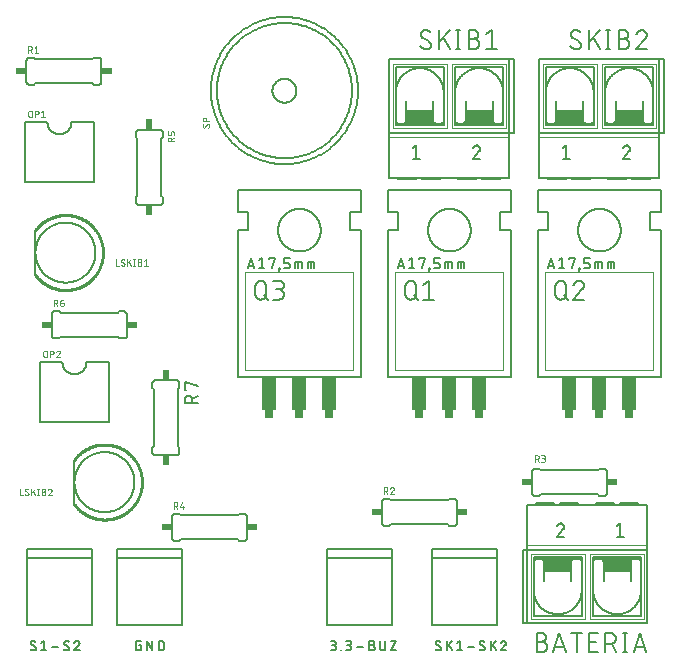
<source format=gbr>
G04 EAGLE Gerber RS-274X export*
G75*
%MOMM*%
%FSLAX34Y34*%
%LPD*%
%INSilkscreen Top*%
%IPPOS*%
%AMOC8*
5,1,8,0,0,1.08239X$1,22.5*%
G01*
%ADD10C,0.152400*%
%ADD11C,0.050800*%
%ADD12C,0.127000*%
%ADD13R,2.286000X1.143000*%
%ADD14C,0.177800*%
%ADD15C,0.203200*%
%ADD16C,0.254000*%
%ADD17R,0.762000X0.635000*%
%ADD18R,1.270000X2.794000*%
%ADD19R,0.863600X0.609600*%
%ADD20R,0.609600X0.863600*%


D10*
X599440Y146050D02*
X599440Y111760D01*
X599440Y45720D02*
X497840Y45720D01*
X591820Y146050D02*
X599440Y146050D01*
X497840Y107950D02*
X497840Y45720D01*
X497840Y107950D02*
X599440Y107950D01*
X599440Y45720D01*
X497840Y107950D02*
X497840Y111760D01*
X494030Y107950D02*
X494030Y45720D01*
X494030Y107950D02*
X497840Y107950D01*
X497840Y45720D02*
X494030Y45720D01*
X553466Y52070D02*
X553466Y101600D01*
X594106Y101600D01*
X594106Y52070D01*
X553466Y52070D01*
X543814Y52070D02*
X543814Y101600D01*
X503174Y101600D01*
X503174Y52070D01*
X543814Y52070D01*
D11*
X546354Y104140D02*
X500634Y104140D01*
X500634Y49530D01*
X546354Y49530D01*
X546354Y104140D01*
X550926Y104140D02*
X550926Y49530D01*
X596646Y49530D01*
X596646Y104140D01*
X550926Y104140D01*
D10*
X553466Y73660D02*
X553472Y73165D01*
X553490Y72671D01*
X553520Y72177D01*
X553562Y71684D01*
X553616Y71192D01*
X553683Y70701D01*
X553761Y70213D01*
X553850Y69726D01*
X553952Y69242D01*
X554066Y68760D01*
X554191Y68281D01*
X554328Y67806D01*
X554476Y67334D01*
X554636Y66865D01*
X554807Y66401D01*
X554989Y65941D01*
X555183Y65486D01*
X555387Y65035D01*
X555603Y64590D01*
X555829Y64149D01*
X556066Y63715D01*
X556313Y63286D01*
X556571Y62864D01*
X556839Y62448D01*
X557117Y62039D01*
X557405Y61636D01*
X557703Y61241D01*
X558010Y60853D01*
X558327Y60473D01*
X558652Y60100D01*
X558987Y59736D01*
X559330Y59379D01*
X559682Y59032D01*
X560043Y58692D01*
X560411Y58362D01*
X560788Y58041D01*
X561172Y57729D01*
X561564Y57427D01*
X561963Y57134D01*
X562369Y56851D01*
X562781Y56578D01*
X563200Y56315D01*
X563626Y56062D01*
X564058Y55820D01*
X564495Y55589D01*
X564938Y55368D01*
X565386Y55158D01*
X565839Y54959D01*
X566297Y54771D01*
X566759Y54594D01*
X567225Y54428D01*
X567695Y54274D01*
X568169Y54132D01*
X568646Y54001D01*
X569127Y53881D01*
X569610Y53774D01*
X570095Y53678D01*
X570583Y53594D01*
X571072Y53522D01*
X571564Y53462D01*
X572056Y53414D01*
X572550Y53378D01*
X573044Y53354D01*
X573539Y53342D01*
X574033Y53342D01*
X574528Y53354D01*
X575022Y53378D01*
X575516Y53414D01*
X576008Y53462D01*
X576500Y53522D01*
X576989Y53594D01*
X577477Y53678D01*
X577962Y53774D01*
X578445Y53881D01*
X578926Y54001D01*
X579403Y54132D01*
X579877Y54274D01*
X580347Y54428D01*
X580813Y54594D01*
X581275Y54771D01*
X581733Y54959D01*
X582186Y55158D01*
X582634Y55368D01*
X583077Y55589D01*
X583514Y55820D01*
X583946Y56062D01*
X584372Y56315D01*
X584791Y56578D01*
X585203Y56851D01*
X585609Y57134D01*
X586008Y57427D01*
X586400Y57729D01*
X586784Y58041D01*
X587161Y58362D01*
X587529Y58692D01*
X587890Y59032D01*
X588242Y59379D01*
X588585Y59736D01*
X588920Y60100D01*
X589245Y60473D01*
X589562Y60853D01*
X589869Y61241D01*
X590167Y61636D01*
X590455Y62039D01*
X590733Y62448D01*
X591001Y62864D01*
X591259Y63286D01*
X591506Y63715D01*
X591743Y64149D01*
X591969Y64590D01*
X592185Y65035D01*
X592389Y65486D01*
X592583Y65941D01*
X592765Y66401D01*
X592936Y66865D01*
X593096Y67334D01*
X593244Y67806D01*
X593381Y68281D01*
X593506Y68760D01*
X593620Y69242D01*
X593722Y69726D01*
X593811Y70213D01*
X593889Y70701D01*
X593956Y71192D01*
X594010Y71684D01*
X594052Y72177D01*
X594082Y72671D01*
X594100Y73165D01*
X594106Y73660D01*
X594106Y97790D02*
X594104Y97890D01*
X594098Y97989D01*
X594088Y98089D01*
X594075Y98187D01*
X594057Y98286D01*
X594036Y98383D01*
X594011Y98479D01*
X593982Y98575D01*
X593949Y98669D01*
X593913Y98762D01*
X593873Y98853D01*
X593829Y98943D01*
X593782Y99031D01*
X593732Y99117D01*
X593678Y99201D01*
X593621Y99283D01*
X593561Y99362D01*
X593497Y99440D01*
X593431Y99514D01*
X593362Y99586D01*
X593290Y99655D01*
X593216Y99721D01*
X593138Y99785D01*
X593059Y99845D01*
X592977Y99902D01*
X592893Y99956D01*
X592807Y100006D01*
X592719Y100053D01*
X592629Y100097D01*
X592538Y100137D01*
X592445Y100173D01*
X592351Y100206D01*
X592255Y100235D01*
X592159Y100260D01*
X592062Y100281D01*
X591963Y100299D01*
X591865Y100312D01*
X591765Y100322D01*
X591666Y100328D01*
X591566Y100330D01*
X556006Y100330D02*
X555906Y100328D01*
X555807Y100322D01*
X555707Y100312D01*
X555609Y100299D01*
X555510Y100281D01*
X555413Y100260D01*
X555317Y100235D01*
X555221Y100206D01*
X555127Y100173D01*
X555034Y100137D01*
X554943Y100097D01*
X554853Y100053D01*
X554765Y100006D01*
X554679Y99956D01*
X554595Y99902D01*
X554513Y99845D01*
X554434Y99785D01*
X554356Y99721D01*
X554282Y99655D01*
X554210Y99586D01*
X554141Y99514D01*
X554075Y99440D01*
X554011Y99362D01*
X553951Y99283D01*
X553894Y99201D01*
X553840Y99117D01*
X553790Y99031D01*
X553743Y98943D01*
X553699Y98853D01*
X553659Y98762D01*
X553623Y98669D01*
X553590Y98575D01*
X553561Y98479D01*
X553536Y98383D01*
X553515Y98286D01*
X553497Y98187D01*
X553484Y98089D01*
X553474Y97989D01*
X553468Y97890D01*
X553466Y97790D01*
X556006Y100330D02*
X591566Y100330D01*
X562356Y97790D02*
X562354Y97890D01*
X562348Y97989D01*
X562338Y98089D01*
X562325Y98187D01*
X562307Y98286D01*
X562286Y98383D01*
X562261Y98479D01*
X562232Y98575D01*
X562199Y98669D01*
X562163Y98762D01*
X562123Y98853D01*
X562079Y98943D01*
X562032Y99031D01*
X561982Y99117D01*
X561928Y99201D01*
X561871Y99283D01*
X561811Y99362D01*
X561747Y99440D01*
X561681Y99514D01*
X561612Y99586D01*
X561540Y99655D01*
X561466Y99721D01*
X561388Y99785D01*
X561309Y99845D01*
X561227Y99902D01*
X561143Y99956D01*
X561057Y100006D01*
X560969Y100053D01*
X560879Y100097D01*
X560788Y100137D01*
X560695Y100173D01*
X560601Y100206D01*
X560505Y100235D01*
X560409Y100260D01*
X560312Y100281D01*
X560213Y100299D01*
X560115Y100312D01*
X560015Y100322D01*
X559916Y100328D01*
X559816Y100330D01*
X585216Y97790D02*
X585218Y97890D01*
X585224Y97989D01*
X585234Y98089D01*
X585247Y98187D01*
X585265Y98286D01*
X585286Y98383D01*
X585311Y98479D01*
X585340Y98575D01*
X585373Y98669D01*
X585409Y98762D01*
X585449Y98853D01*
X585493Y98943D01*
X585540Y99031D01*
X585590Y99117D01*
X585644Y99201D01*
X585701Y99283D01*
X585761Y99362D01*
X585825Y99440D01*
X585891Y99514D01*
X585960Y99586D01*
X586032Y99655D01*
X586106Y99721D01*
X586184Y99785D01*
X586263Y99845D01*
X586345Y99902D01*
X586429Y99956D01*
X586515Y100006D01*
X586603Y100053D01*
X586693Y100097D01*
X586784Y100137D01*
X586877Y100173D01*
X586971Y100206D01*
X587067Y100235D01*
X587163Y100260D01*
X587260Y100281D01*
X587359Y100299D01*
X587457Y100312D01*
X587557Y100322D01*
X587656Y100328D01*
X587756Y100330D01*
X585216Y97790D02*
X585216Y81280D01*
X562356Y81280D02*
X562356Y97790D01*
D11*
X599440Y111760D02*
X497840Y111760D01*
D10*
X599440Y111760D02*
X599440Y107950D01*
X497840Y111760D02*
X497840Y146050D01*
X503174Y73660D02*
X503180Y73165D01*
X503198Y72671D01*
X503228Y72177D01*
X503270Y71684D01*
X503324Y71192D01*
X503391Y70701D01*
X503469Y70213D01*
X503558Y69726D01*
X503660Y69242D01*
X503774Y68760D01*
X503899Y68281D01*
X504036Y67806D01*
X504184Y67334D01*
X504344Y66865D01*
X504515Y66401D01*
X504697Y65941D01*
X504891Y65486D01*
X505095Y65035D01*
X505311Y64590D01*
X505537Y64149D01*
X505774Y63715D01*
X506021Y63286D01*
X506279Y62864D01*
X506547Y62448D01*
X506825Y62039D01*
X507113Y61636D01*
X507411Y61241D01*
X507718Y60853D01*
X508035Y60473D01*
X508360Y60100D01*
X508695Y59736D01*
X509038Y59379D01*
X509390Y59032D01*
X509751Y58692D01*
X510119Y58362D01*
X510496Y58041D01*
X510880Y57729D01*
X511272Y57427D01*
X511671Y57134D01*
X512077Y56851D01*
X512489Y56578D01*
X512908Y56315D01*
X513334Y56062D01*
X513766Y55820D01*
X514203Y55589D01*
X514646Y55368D01*
X515094Y55158D01*
X515547Y54959D01*
X516005Y54771D01*
X516467Y54594D01*
X516933Y54428D01*
X517403Y54274D01*
X517877Y54132D01*
X518354Y54001D01*
X518835Y53881D01*
X519318Y53774D01*
X519803Y53678D01*
X520291Y53594D01*
X520780Y53522D01*
X521272Y53462D01*
X521764Y53414D01*
X522258Y53378D01*
X522752Y53354D01*
X523247Y53342D01*
X523741Y53342D01*
X524236Y53354D01*
X524730Y53378D01*
X525224Y53414D01*
X525716Y53462D01*
X526208Y53522D01*
X526697Y53594D01*
X527185Y53678D01*
X527670Y53774D01*
X528153Y53881D01*
X528634Y54001D01*
X529111Y54132D01*
X529585Y54274D01*
X530055Y54428D01*
X530521Y54594D01*
X530983Y54771D01*
X531441Y54959D01*
X531894Y55158D01*
X532342Y55368D01*
X532785Y55589D01*
X533222Y55820D01*
X533654Y56062D01*
X534080Y56315D01*
X534499Y56578D01*
X534911Y56851D01*
X535317Y57134D01*
X535716Y57427D01*
X536108Y57729D01*
X536492Y58041D01*
X536869Y58362D01*
X537237Y58692D01*
X537598Y59032D01*
X537950Y59379D01*
X538293Y59736D01*
X538628Y60100D01*
X538953Y60473D01*
X539270Y60853D01*
X539577Y61241D01*
X539875Y61636D01*
X540163Y62039D01*
X540441Y62448D01*
X540709Y62864D01*
X540967Y63286D01*
X541214Y63715D01*
X541451Y64149D01*
X541677Y64590D01*
X541893Y65035D01*
X542097Y65486D01*
X542291Y65941D01*
X542473Y66401D01*
X542644Y66865D01*
X542804Y67334D01*
X542952Y67806D01*
X543089Y68281D01*
X543214Y68760D01*
X543328Y69242D01*
X543430Y69726D01*
X543519Y70213D01*
X543597Y70701D01*
X543664Y71192D01*
X543718Y71684D01*
X543760Y72177D01*
X543790Y72671D01*
X543808Y73165D01*
X543814Y73660D01*
X534924Y81280D02*
X534924Y97790D01*
X512064Y97790D02*
X512064Y81280D01*
X534924Y97790D02*
X534926Y97890D01*
X534932Y97989D01*
X534942Y98089D01*
X534955Y98187D01*
X534973Y98286D01*
X534994Y98383D01*
X535019Y98479D01*
X535048Y98575D01*
X535081Y98669D01*
X535117Y98762D01*
X535157Y98853D01*
X535201Y98943D01*
X535248Y99031D01*
X535298Y99117D01*
X535352Y99201D01*
X535409Y99283D01*
X535469Y99362D01*
X535533Y99440D01*
X535599Y99514D01*
X535668Y99586D01*
X535740Y99655D01*
X535814Y99721D01*
X535892Y99785D01*
X535971Y99845D01*
X536053Y99902D01*
X536137Y99956D01*
X536223Y100006D01*
X536311Y100053D01*
X536401Y100097D01*
X536492Y100137D01*
X536585Y100173D01*
X536679Y100206D01*
X536775Y100235D01*
X536871Y100260D01*
X536968Y100281D01*
X537067Y100299D01*
X537165Y100312D01*
X537265Y100322D01*
X537364Y100328D01*
X537464Y100330D01*
X512064Y97790D02*
X512062Y97890D01*
X512056Y97989D01*
X512046Y98089D01*
X512033Y98187D01*
X512015Y98286D01*
X511994Y98383D01*
X511969Y98479D01*
X511940Y98575D01*
X511907Y98669D01*
X511871Y98762D01*
X511831Y98853D01*
X511787Y98943D01*
X511740Y99031D01*
X511690Y99117D01*
X511636Y99201D01*
X511579Y99283D01*
X511519Y99362D01*
X511455Y99440D01*
X511389Y99514D01*
X511320Y99586D01*
X511248Y99655D01*
X511174Y99721D01*
X511096Y99785D01*
X511017Y99845D01*
X510935Y99902D01*
X510851Y99956D01*
X510765Y100006D01*
X510677Y100053D01*
X510587Y100097D01*
X510496Y100137D01*
X510403Y100173D01*
X510309Y100206D01*
X510213Y100235D01*
X510117Y100260D01*
X510020Y100281D01*
X509921Y100299D01*
X509823Y100312D01*
X509723Y100322D01*
X509624Y100328D01*
X509524Y100330D01*
X505714Y100330D02*
X541274Y100330D01*
X505714Y100330D02*
X505614Y100328D01*
X505515Y100322D01*
X505415Y100312D01*
X505317Y100299D01*
X505218Y100281D01*
X505121Y100260D01*
X505025Y100235D01*
X504929Y100206D01*
X504835Y100173D01*
X504742Y100137D01*
X504651Y100097D01*
X504561Y100053D01*
X504473Y100006D01*
X504387Y99956D01*
X504303Y99902D01*
X504221Y99845D01*
X504142Y99785D01*
X504064Y99721D01*
X503990Y99655D01*
X503918Y99586D01*
X503849Y99514D01*
X503783Y99440D01*
X503719Y99362D01*
X503659Y99283D01*
X503602Y99201D01*
X503548Y99117D01*
X503498Y99031D01*
X503451Y98943D01*
X503407Y98853D01*
X503367Y98762D01*
X503331Y98669D01*
X503298Y98575D01*
X503269Y98479D01*
X503244Y98383D01*
X503223Y98286D01*
X503205Y98187D01*
X503192Y98089D01*
X503182Y97989D01*
X503176Y97890D01*
X503174Y97790D01*
X541274Y100330D02*
X541374Y100328D01*
X541473Y100322D01*
X541573Y100312D01*
X541671Y100299D01*
X541770Y100281D01*
X541867Y100260D01*
X541963Y100235D01*
X542059Y100206D01*
X542153Y100173D01*
X542246Y100137D01*
X542337Y100097D01*
X542427Y100053D01*
X542515Y100006D01*
X542601Y99956D01*
X542685Y99902D01*
X542767Y99845D01*
X542846Y99785D01*
X542924Y99721D01*
X542998Y99655D01*
X543070Y99586D01*
X543139Y99514D01*
X543205Y99440D01*
X543269Y99362D01*
X543329Y99283D01*
X543386Y99201D01*
X543440Y99117D01*
X543490Y99031D01*
X543537Y98943D01*
X543581Y98853D01*
X543621Y98762D01*
X543657Y98669D01*
X543690Y98575D01*
X543719Y98479D01*
X543744Y98383D01*
X543765Y98286D01*
X543783Y98187D01*
X543796Y98089D01*
X543806Y97989D01*
X543812Y97890D01*
X543814Y97790D01*
X556260Y146050D02*
X556260Y147320D01*
X556260Y146050D02*
X541020Y146050D01*
X591820Y146050D02*
X591820Y147320D01*
X591820Y146050D02*
X576580Y146050D01*
X576580Y147320D02*
X591820Y147320D01*
X576580Y147320D02*
X576580Y146050D01*
X571500Y146050D01*
X556260Y146050D01*
X571500Y146050D02*
X571500Y147320D01*
X556260Y147320D01*
X525780Y147320D02*
X525780Y146050D01*
X520700Y146050D01*
X525780Y147320D02*
X541020Y147320D01*
X520700Y147320D02*
X520700Y146050D01*
X505460Y146050D01*
X505460Y147320D02*
X520700Y147320D01*
X505460Y147320D02*
X505460Y146050D01*
X497840Y146050D01*
X541020Y146050D02*
X541020Y147320D01*
X541020Y146050D02*
X525780Y146050D01*
D12*
X573405Y127635D02*
X576580Y130175D01*
X576580Y118745D01*
X573405Y118745D02*
X579755Y118745D01*
X528956Y127318D02*
X528954Y127422D01*
X528948Y127527D01*
X528939Y127631D01*
X528926Y127734D01*
X528908Y127837D01*
X528888Y127939D01*
X528863Y128041D01*
X528835Y128141D01*
X528803Y128241D01*
X528767Y128339D01*
X528728Y128436D01*
X528686Y128531D01*
X528640Y128625D01*
X528590Y128717D01*
X528538Y128807D01*
X528482Y128895D01*
X528422Y128981D01*
X528360Y129065D01*
X528295Y129146D01*
X528227Y129225D01*
X528155Y129302D01*
X528082Y129375D01*
X528005Y129447D01*
X527926Y129515D01*
X527845Y129580D01*
X527761Y129642D01*
X527675Y129702D01*
X527587Y129758D01*
X527497Y129810D01*
X527405Y129860D01*
X527311Y129906D01*
X527216Y129948D01*
X527119Y129987D01*
X527021Y130023D01*
X526921Y130055D01*
X526821Y130083D01*
X526719Y130108D01*
X526617Y130128D01*
X526514Y130146D01*
X526411Y130159D01*
X526307Y130168D01*
X526202Y130174D01*
X526098Y130176D01*
X526098Y130175D02*
X525980Y130173D01*
X525861Y130167D01*
X525743Y130158D01*
X525626Y130145D01*
X525509Y130127D01*
X525392Y130107D01*
X525276Y130082D01*
X525161Y130054D01*
X525048Y130021D01*
X524935Y129986D01*
X524823Y129946D01*
X524713Y129904D01*
X524604Y129857D01*
X524496Y129807D01*
X524391Y129754D01*
X524287Y129697D01*
X524185Y129637D01*
X524085Y129574D01*
X523987Y129507D01*
X523891Y129438D01*
X523798Y129365D01*
X523707Y129289D01*
X523618Y129211D01*
X523532Y129129D01*
X523449Y129045D01*
X523368Y128959D01*
X523291Y128869D01*
X523216Y128778D01*
X523144Y128684D01*
X523075Y128587D01*
X523010Y128489D01*
X522947Y128388D01*
X522888Y128285D01*
X522832Y128181D01*
X522780Y128075D01*
X522731Y127967D01*
X522686Y127858D01*
X522644Y127747D01*
X522606Y127635D01*
X528003Y125096D02*
X528079Y125171D01*
X528154Y125250D01*
X528225Y125331D01*
X528294Y125415D01*
X528359Y125501D01*
X528421Y125589D01*
X528481Y125679D01*
X528537Y125771D01*
X528590Y125866D01*
X528639Y125962D01*
X528685Y126060D01*
X528728Y126159D01*
X528767Y126260D01*
X528802Y126362D01*
X528834Y126465D01*
X528862Y126569D01*
X528887Y126674D01*
X528908Y126781D01*
X528925Y126887D01*
X528938Y126994D01*
X528947Y127102D01*
X528953Y127210D01*
X528955Y127318D01*
X528003Y125095D02*
X522605Y118745D01*
X528955Y118745D01*
D13*
X573786Y94615D03*
X523494Y94615D03*
D14*
X510083Y30099D02*
X505638Y30099D01*
X510083Y30099D02*
X510215Y30097D01*
X510346Y30091D01*
X510478Y30081D01*
X510609Y30068D01*
X510739Y30050D01*
X510869Y30029D01*
X510999Y30004D01*
X511127Y29975D01*
X511255Y29942D01*
X511381Y29905D01*
X511507Y29865D01*
X511631Y29821D01*
X511754Y29773D01*
X511875Y29722D01*
X511995Y29667D01*
X512113Y29609D01*
X512229Y29547D01*
X512343Y29481D01*
X512456Y29413D01*
X512566Y29341D01*
X512674Y29266D01*
X512780Y29187D01*
X512884Y29106D01*
X512985Y29021D01*
X513083Y28934D01*
X513179Y28843D01*
X513272Y28750D01*
X513363Y28654D01*
X513450Y28556D01*
X513535Y28455D01*
X513616Y28351D01*
X513695Y28245D01*
X513770Y28137D01*
X513842Y28027D01*
X513910Y27914D01*
X513976Y27800D01*
X514038Y27684D01*
X514096Y27566D01*
X514151Y27446D01*
X514202Y27325D01*
X514250Y27202D01*
X514294Y27078D01*
X514334Y26952D01*
X514371Y26826D01*
X514404Y26698D01*
X514433Y26570D01*
X514458Y26440D01*
X514479Y26310D01*
X514497Y26180D01*
X514510Y26049D01*
X514520Y25917D01*
X514526Y25786D01*
X514528Y25654D01*
X514526Y25522D01*
X514520Y25391D01*
X514510Y25259D01*
X514497Y25128D01*
X514479Y24998D01*
X514458Y24868D01*
X514433Y24738D01*
X514404Y24610D01*
X514371Y24482D01*
X514334Y24356D01*
X514294Y24230D01*
X514250Y24106D01*
X514202Y23983D01*
X514151Y23862D01*
X514096Y23742D01*
X514038Y23624D01*
X513976Y23508D01*
X513910Y23394D01*
X513842Y23281D01*
X513770Y23171D01*
X513695Y23063D01*
X513616Y22957D01*
X513535Y22853D01*
X513450Y22752D01*
X513363Y22654D01*
X513272Y22558D01*
X513179Y22465D01*
X513083Y22374D01*
X512985Y22287D01*
X512884Y22202D01*
X512780Y22121D01*
X512674Y22042D01*
X512566Y21967D01*
X512456Y21895D01*
X512343Y21827D01*
X512229Y21761D01*
X512113Y21699D01*
X511995Y21641D01*
X511875Y21586D01*
X511754Y21535D01*
X511631Y21487D01*
X511507Y21443D01*
X511381Y21403D01*
X511255Y21366D01*
X511127Y21333D01*
X510999Y21304D01*
X510869Y21279D01*
X510739Y21258D01*
X510609Y21240D01*
X510478Y21227D01*
X510346Y21217D01*
X510215Y21211D01*
X510083Y21209D01*
X505638Y21209D01*
X505638Y37211D01*
X510083Y37211D01*
X510201Y37209D01*
X510318Y37203D01*
X510435Y37194D01*
X510552Y37180D01*
X510668Y37163D01*
X510784Y37141D01*
X510899Y37116D01*
X511013Y37087D01*
X511126Y37055D01*
X511238Y37018D01*
X511348Y36978D01*
X511457Y36935D01*
X511565Y36887D01*
X511671Y36837D01*
X511775Y36782D01*
X511878Y36725D01*
X511978Y36664D01*
X512077Y36599D01*
X512173Y36532D01*
X512267Y36461D01*
X512359Y36387D01*
X512448Y36311D01*
X512534Y36231D01*
X512618Y36149D01*
X512699Y36063D01*
X512777Y35976D01*
X512853Y35885D01*
X512925Y35792D01*
X512994Y35697D01*
X513060Y35600D01*
X513123Y35500D01*
X513182Y35399D01*
X513238Y35296D01*
X513290Y35190D01*
X513339Y35083D01*
X513385Y34975D01*
X513427Y34865D01*
X513465Y34754D01*
X513499Y34641D01*
X513530Y34528D01*
X513557Y34413D01*
X513580Y34298D01*
X513600Y34182D01*
X513615Y34066D01*
X513627Y33949D01*
X513635Y33831D01*
X513639Y33714D01*
X513639Y33596D01*
X513635Y33479D01*
X513627Y33361D01*
X513615Y33244D01*
X513600Y33128D01*
X513580Y33012D01*
X513557Y32897D01*
X513530Y32782D01*
X513499Y32669D01*
X513465Y32556D01*
X513427Y32445D01*
X513385Y32335D01*
X513339Y32227D01*
X513290Y32120D01*
X513238Y32014D01*
X513182Y31911D01*
X513123Y31810D01*
X513060Y31710D01*
X512994Y31613D01*
X512925Y31518D01*
X512853Y31425D01*
X512777Y31334D01*
X512699Y31247D01*
X512618Y31161D01*
X512534Y31079D01*
X512448Y30999D01*
X512359Y30923D01*
X512267Y30849D01*
X512173Y30778D01*
X512077Y30711D01*
X511978Y30646D01*
X511878Y30585D01*
X511775Y30528D01*
X511671Y30473D01*
X511565Y30423D01*
X511457Y30375D01*
X511348Y30332D01*
X511238Y30292D01*
X511126Y30255D01*
X511013Y30223D01*
X510899Y30194D01*
X510784Y30169D01*
X510668Y30147D01*
X510552Y30130D01*
X510435Y30116D01*
X510318Y30107D01*
X510201Y30101D01*
X510083Y30099D01*
X519627Y21209D02*
X524961Y37211D01*
X530295Y21209D01*
X528961Y25210D02*
X520960Y25210D01*
X539550Y21209D02*
X539550Y37211D01*
X535105Y37211D02*
X543995Y37211D01*
X550248Y21209D02*
X557360Y21209D01*
X550248Y21209D02*
X550248Y37211D01*
X557360Y37211D01*
X555582Y30099D02*
X550248Y30099D01*
X563863Y37211D02*
X563863Y21209D01*
X563863Y37211D02*
X568308Y37211D01*
X568440Y37209D01*
X568571Y37203D01*
X568703Y37193D01*
X568834Y37180D01*
X568964Y37162D01*
X569094Y37141D01*
X569224Y37116D01*
X569352Y37087D01*
X569480Y37054D01*
X569606Y37017D01*
X569732Y36977D01*
X569856Y36933D01*
X569979Y36885D01*
X570100Y36834D01*
X570220Y36779D01*
X570338Y36721D01*
X570454Y36659D01*
X570568Y36593D01*
X570681Y36525D01*
X570791Y36453D01*
X570899Y36378D01*
X571005Y36299D01*
X571109Y36218D01*
X571210Y36133D01*
X571308Y36046D01*
X571404Y35955D01*
X571497Y35862D01*
X571588Y35766D01*
X571675Y35668D01*
X571760Y35567D01*
X571841Y35463D01*
X571920Y35357D01*
X571995Y35249D01*
X572067Y35139D01*
X572135Y35026D01*
X572201Y34912D01*
X572263Y34796D01*
X572321Y34678D01*
X572376Y34558D01*
X572427Y34437D01*
X572475Y34314D01*
X572519Y34190D01*
X572559Y34064D01*
X572596Y33938D01*
X572629Y33810D01*
X572658Y33682D01*
X572683Y33552D01*
X572704Y33422D01*
X572722Y33292D01*
X572735Y33161D01*
X572745Y33029D01*
X572751Y32898D01*
X572753Y32766D01*
X572751Y32634D01*
X572745Y32503D01*
X572735Y32371D01*
X572722Y32240D01*
X572704Y32110D01*
X572683Y31980D01*
X572658Y31850D01*
X572629Y31722D01*
X572596Y31594D01*
X572559Y31468D01*
X572519Y31342D01*
X572475Y31218D01*
X572427Y31095D01*
X572376Y30974D01*
X572321Y30854D01*
X572263Y30736D01*
X572201Y30620D01*
X572135Y30506D01*
X572067Y30393D01*
X571995Y30283D01*
X571920Y30175D01*
X571841Y30069D01*
X571760Y29965D01*
X571675Y29864D01*
X571588Y29766D01*
X571497Y29670D01*
X571404Y29577D01*
X571308Y29486D01*
X571210Y29399D01*
X571109Y29314D01*
X571005Y29233D01*
X570899Y29154D01*
X570791Y29079D01*
X570681Y29007D01*
X570568Y28939D01*
X570454Y28873D01*
X570338Y28811D01*
X570220Y28753D01*
X570100Y28698D01*
X569979Y28647D01*
X569856Y28599D01*
X569732Y28555D01*
X569606Y28515D01*
X569480Y28478D01*
X569352Y28445D01*
X569224Y28416D01*
X569094Y28391D01*
X568964Y28370D01*
X568834Y28352D01*
X568703Y28339D01*
X568571Y28329D01*
X568440Y28323D01*
X568308Y28321D01*
X563863Y28321D01*
X569197Y28321D02*
X572753Y21209D01*
X580712Y21209D02*
X580712Y37211D01*
X578934Y21209D02*
X582490Y21209D01*
X582490Y37211D02*
X578934Y37211D01*
X593217Y37211D02*
X587883Y21209D01*
X598551Y21209D02*
X593217Y37211D01*
X597218Y25210D02*
X589217Y25210D01*
D15*
X81280Y340360D02*
X81280Y378460D01*
D16*
X81754Y379076D01*
X82243Y379681D01*
X82747Y380273D01*
X83265Y380853D01*
X83797Y381420D01*
X84343Y381974D01*
X84902Y382514D01*
X85475Y383040D01*
X86060Y383553D01*
X86657Y384050D01*
X87266Y384533D01*
X87887Y385001D01*
X88520Y385454D01*
X89163Y385891D01*
X89817Y386312D01*
X90481Y386716D01*
X91154Y387105D01*
X91837Y387477D01*
X92529Y387832D01*
X93229Y388170D01*
X93937Y388491D01*
X94653Y388794D01*
X95377Y389080D01*
X96106Y389348D01*
X96843Y389598D01*
X97585Y389829D01*
X98333Y390043D01*
X99085Y390238D01*
X99843Y390415D01*
X100604Y390573D01*
X101369Y390713D01*
X102137Y390833D01*
X102908Y390935D01*
X103681Y391018D01*
X104456Y391082D01*
X105232Y391127D01*
X106009Y391153D01*
X106787Y391160D01*
X107564Y391148D01*
X108341Y391117D01*
X109117Y391066D01*
X109892Y390997D01*
X110664Y390909D01*
X111434Y390802D01*
X112202Y390676D01*
X112966Y390532D01*
X113726Y390368D01*
X114482Y390186D01*
X115233Y389986D01*
X115980Y389768D01*
X116720Y389531D01*
X117455Y389276D01*
X118183Y389003D01*
X118904Y388712D01*
X119618Y388404D01*
X120324Y388079D01*
X121022Y387736D01*
X121712Y387376D01*
X122392Y387000D01*
X123063Y386607D01*
X123724Y386197D01*
X124375Y385772D01*
X125015Y385331D01*
X125644Y384874D01*
X126262Y384402D01*
X126868Y383915D01*
X127462Y383413D01*
X128044Y382897D01*
X128613Y382367D01*
X129168Y381823D01*
X129711Y381265D01*
X130239Y380695D01*
X130753Y380112D01*
X131253Y379516D01*
X131738Y378908D01*
X132208Y378289D01*
X132662Y377658D01*
X133101Y377016D01*
X133525Y376364D01*
X133932Y375701D01*
X134323Y375029D01*
X134697Y374347D01*
X135054Y373657D01*
X135394Y372958D01*
X135718Y372250D01*
X136023Y371536D01*
X136312Y370813D01*
X136582Y370084D01*
X136834Y369349D01*
X137069Y368607D01*
X137285Y367860D01*
X137483Y367108D01*
X137662Y366352D01*
X137823Y365591D01*
X137965Y364827D01*
X138088Y364059D01*
X138192Y363288D01*
X138278Y362515D01*
X138344Y361741D01*
X138392Y360965D01*
X138420Y360188D01*
X138430Y359410D01*
X138420Y358632D01*
X138392Y357855D01*
X138344Y357079D01*
X138278Y356305D01*
X138192Y355532D01*
X138088Y354761D01*
X137965Y353993D01*
X137823Y353229D01*
X137662Y352468D01*
X137483Y351712D01*
X137285Y350960D01*
X137069Y350213D01*
X136834Y349471D01*
X136582Y348736D01*
X136312Y348007D01*
X136023Y347284D01*
X135718Y346570D01*
X135394Y345862D01*
X135054Y345163D01*
X134697Y344473D01*
X134323Y343791D01*
X133932Y343119D01*
X133525Y342456D01*
X133101Y341804D01*
X132662Y341162D01*
X132208Y340531D01*
X131738Y339912D01*
X131253Y339304D01*
X130753Y338708D01*
X130239Y338125D01*
X129711Y337555D01*
X129168Y336997D01*
X128613Y336453D01*
X128044Y335923D01*
X127462Y335407D01*
X126868Y334905D01*
X126262Y334418D01*
X125644Y333946D01*
X125015Y333489D01*
X124375Y333048D01*
X123724Y332623D01*
X123063Y332213D01*
X122392Y331820D01*
X121712Y331444D01*
X121022Y331084D01*
X120324Y330741D01*
X119618Y330416D01*
X118904Y330108D01*
X118183Y329817D01*
X117455Y329544D01*
X116720Y329289D01*
X115980Y329052D01*
X115233Y328834D01*
X114482Y328634D01*
X113726Y328452D01*
X112966Y328288D01*
X112202Y328144D01*
X111434Y328018D01*
X110664Y327911D01*
X109892Y327823D01*
X109117Y327754D01*
X108341Y327703D01*
X107564Y327672D01*
X106787Y327660D01*
X106009Y327667D01*
X105232Y327693D01*
X104456Y327738D01*
X103681Y327802D01*
X102908Y327885D01*
X102137Y327987D01*
X101369Y328107D01*
X100604Y328247D01*
X99843Y328405D01*
X99085Y328582D01*
X98333Y328777D01*
X97585Y328991D01*
X96843Y329222D01*
X96106Y329472D01*
X95377Y329740D01*
X94653Y330026D01*
X93937Y330329D01*
X93229Y330650D01*
X92529Y330988D01*
X91837Y331343D01*
X91154Y331715D01*
X90481Y332104D01*
X89817Y332508D01*
X89163Y332929D01*
X88520Y333366D01*
X87887Y333819D01*
X87266Y334287D01*
X86657Y334770D01*
X86060Y335267D01*
X85475Y335780D01*
X84902Y336306D01*
X84343Y336846D01*
X83797Y337400D01*
X83265Y337967D01*
X82747Y338547D01*
X82243Y339139D01*
X81754Y339744D01*
X81280Y340360D01*
D10*
X81280Y359410D02*
X81288Y360033D01*
X81311Y360656D01*
X81349Y361279D01*
X81402Y361900D01*
X81471Y362519D01*
X81555Y363137D01*
X81654Y363752D01*
X81768Y364365D01*
X81897Y364975D01*
X82041Y365582D01*
X82200Y366185D01*
X82374Y366783D01*
X82562Y367378D01*
X82765Y367967D01*
X82982Y368551D01*
X83213Y369130D01*
X83459Y369703D01*
X83719Y370270D01*
X83992Y370830D01*
X84279Y371383D01*
X84580Y371930D01*
X84894Y372468D01*
X85221Y372999D01*
X85561Y373521D01*
X85913Y374036D01*
X86279Y374541D01*
X86656Y375037D01*
X87046Y375524D01*
X87447Y376001D01*
X87860Y376468D01*
X88284Y376924D01*
X88719Y377371D01*
X89166Y377806D01*
X89622Y378230D01*
X90089Y378643D01*
X90566Y379044D01*
X91053Y379434D01*
X91549Y379811D01*
X92054Y380177D01*
X92569Y380529D01*
X93091Y380869D01*
X93622Y381196D01*
X94160Y381510D01*
X94707Y381811D01*
X95260Y382098D01*
X95820Y382371D01*
X96387Y382631D01*
X96960Y382877D01*
X97539Y383108D01*
X98123Y383325D01*
X98712Y383528D01*
X99307Y383716D01*
X99905Y383890D01*
X100508Y384049D01*
X101115Y384193D01*
X101725Y384322D01*
X102338Y384436D01*
X102953Y384535D01*
X103571Y384619D01*
X104190Y384688D01*
X104811Y384741D01*
X105434Y384779D01*
X106057Y384802D01*
X106680Y384810D01*
X107303Y384802D01*
X107926Y384779D01*
X108549Y384741D01*
X109170Y384688D01*
X109789Y384619D01*
X110407Y384535D01*
X111022Y384436D01*
X111635Y384322D01*
X112245Y384193D01*
X112852Y384049D01*
X113455Y383890D01*
X114053Y383716D01*
X114648Y383528D01*
X115237Y383325D01*
X115821Y383108D01*
X116400Y382877D01*
X116973Y382631D01*
X117540Y382371D01*
X118100Y382098D01*
X118653Y381811D01*
X119200Y381510D01*
X119738Y381196D01*
X120269Y380869D01*
X120791Y380529D01*
X121306Y380177D01*
X121811Y379811D01*
X122307Y379434D01*
X122794Y379044D01*
X123271Y378643D01*
X123738Y378230D01*
X124194Y377806D01*
X124641Y377371D01*
X125076Y376924D01*
X125500Y376468D01*
X125913Y376001D01*
X126314Y375524D01*
X126704Y375037D01*
X127081Y374541D01*
X127447Y374036D01*
X127799Y373521D01*
X128139Y372999D01*
X128466Y372468D01*
X128780Y371930D01*
X129081Y371383D01*
X129368Y370830D01*
X129641Y370270D01*
X129901Y369703D01*
X130147Y369130D01*
X130378Y368551D01*
X130595Y367967D01*
X130798Y367378D01*
X130986Y366783D01*
X131160Y366185D01*
X131319Y365582D01*
X131463Y364975D01*
X131592Y364365D01*
X131706Y363752D01*
X131805Y363137D01*
X131889Y362519D01*
X131958Y361900D01*
X132011Y361279D01*
X132049Y360656D01*
X132072Y360033D01*
X132080Y359410D01*
X132072Y358787D01*
X132049Y358164D01*
X132011Y357541D01*
X131958Y356920D01*
X131889Y356301D01*
X131805Y355683D01*
X131706Y355068D01*
X131592Y354455D01*
X131463Y353845D01*
X131319Y353238D01*
X131160Y352635D01*
X130986Y352037D01*
X130798Y351442D01*
X130595Y350853D01*
X130378Y350269D01*
X130147Y349690D01*
X129901Y349117D01*
X129641Y348550D01*
X129368Y347990D01*
X129081Y347437D01*
X128780Y346890D01*
X128466Y346352D01*
X128139Y345821D01*
X127799Y345299D01*
X127447Y344784D01*
X127081Y344279D01*
X126704Y343783D01*
X126314Y343296D01*
X125913Y342819D01*
X125500Y342352D01*
X125076Y341896D01*
X124641Y341449D01*
X124194Y341014D01*
X123738Y340590D01*
X123271Y340177D01*
X122794Y339776D01*
X122307Y339386D01*
X121811Y339009D01*
X121306Y338643D01*
X120791Y338291D01*
X120269Y337951D01*
X119738Y337624D01*
X119200Y337310D01*
X118653Y337009D01*
X118100Y336722D01*
X117540Y336449D01*
X116973Y336189D01*
X116400Y335943D01*
X115821Y335712D01*
X115237Y335495D01*
X114648Y335292D01*
X114053Y335104D01*
X113455Y334930D01*
X112852Y334771D01*
X112245Y334627D01*
X111635Y334498D01*
X111022Y334384D01*
X110407Y334285D01*
X109789Y334201D01*
X109170Y334132D01*
X108549Y334079D01*
X107926Y334041D01*
X107303Y334018D01*
X106680Y334010D01*
X106057Y334018D01*
X105434Y334041D01*
X104811Y334079D01*
X104190Y334132D01*
X103571Y334201D01*
X102953Y334285D01*
X102338Y334384D01*
X101725Y334498D01*
X101115Y334627D01*
X100508Y334771D01*
X99905Y334930D01*
X99307Y335104D01*
X98712Y335292D01*
X98123Y335495D01*
X97539Y335712D01*
X96960Y335943D01*
X96387Y336189D01*
X95820Y336449D01*
X95260Y336722D01*
X94707Y337009D01*
X94160Y337310D01*
X93622Y337624D01*
X93091Y337951D01*
X92569Y338291D01*
X92054Y338643D01*
X91549Y339009D01*
X91053Y339386D01*
X90566Y339776D01*
X90089Y340177D01*
X89622Y340590D01*
X89166Y341014D01*
X88719Y341449D01*
X88284Y341896D01*
X87860Y342352D01*
X87447Y342819D01*
X87046Y343296D01*
X86656Y343783D01*
X86279Y344279D01*
X85913Y344784D01*
X85561Y345299D01*
X85221Y345821D01*
X84894Y346352D01*
X84580Y346890D01*
X84279Y347437D01*
X83992Y347990D01*
X83719Y348550D01*
X83459Y349117D01*
X83213Y349690D01*
X82982Y350269D01*
X82765Y350853D01*
X82562Y351442D01*
X82374Y352037D01*
X82200Y352635D01*
X82041Y353238D01*
X81897Y353845D01*
X81768Y354455D01*
X81654Y355068D01*
X81555Y355683D01*
X81471Y356301D01*
X81402Y356920D01*
X81349Y357541D01*
X81311Y358164D01*
X81288Y358787D01*
X81280Y359410D01*
D11*
X149226Y353822D02*
X149226Y348234D01*
X151709Y348234D01*
X155466Y348234D02*
X155536Y348236D01*
X155605Y348242D01*
X155674Y348252D01*
X155742Y348265D01*
X155810Y348283D01*
X155876Y348304D01*
X155941Y348329D01*
X156005Y348357D01*
X156067Y348389D01*
X156127Y348424D01*
X156185Y348463D01*
X156240Y348505D01*
X156294Y348550D01*
X156344Y348598D01*
X156392Y348648D01*
X156437Y348702D01*
X156479Y348757D01*
X156518Y348815D01*
X156553Y348875D01*
X156585Y348937D01*
X156613Y349001D01*
X156638Y349066D01*
X156659Y349132D01*
X156677Y349200D01*
X156690Y349268D01*
X156700Y349337D01*
X156706Y349406D01*
X156708Y349476D01*
X155466Y348234D02*
X155367Y348236D01*
X155269Y348241D01*
X155171Y348251D01*
X155073Y348264D01*
X154976Y348280D01*
X154879Y348300D01*
X154784Y348324D01*
X154689Y348352D01*
X154595Y348383D01*
X154503Y348417D01*
X154412Y348455D01*
X154322Y348496D01*
X154234Y348541D01*
X154148Y348589D01*
X154064Y348640D01*
X153982Y348694D01*
X153901Y348752D01*
X153823Y348812D01*
X153748Y348875D01*
X153674Y348941D01*
X153604Y349010D01*
X153759Y352580D02*
X153761Y352650D01*
X153767Y352719D01*
X153777Y352788D01*
X153790Y352856D01*
X153808Y352924D01*
X153829Y352990D01*
X153854Y353055D01*
X153882Y353119D01*
X153914Y353181D01*
X153949Y353241D01*
X153988Y353299D01*
X154030Y353354D01*
X154075Y353408D01*
X154123Y353458D01*
X154173Y353506D01*
X154227Y353551D01*
X154282Y353593D01*
X154340Y353632D01*
X154400Y353667D01*
X154462Y353699D01*
X154526Y353727D01*
X154591Y353752D01*
X154657Y353773D01*
X154725Y353791D01*
X154793Y353804D01*
X154862Y353814D01*
X154931Y353820D01*
X155001Y353822D01*
X155095Y353820D01*
X155188Y353814D01*
X155281Y353805D01*
X155374Y353792D01*
X155466Y353775D01*
X155557Y353755D01*
X155648Y353730D01*
X155737Y353703D01*
X155825Y353671D01*
X155912Y353636D01*
X155998Y353598D01*
X156081Y353556D01*
X156163Y353511D01*
X156244Y353463D01*
X156322Y353411D01*
X156398Y353356D01*
X154380Y351494D02*
X154321Y351530D01*
X154265Y351570D01*
X154211Y351613D01*
X154159Y351658D01*
X154110Y351707D01*
X154064Y351758D01*
X154021Y351811D01*
X153980Y351867D01*
X153943Y351925D01*
X153908Y351985D01*
X153878Y352046D01*
X153850Y352109D01*
X153826Y352174D01*
X153806Y352240D01*
X153789Y352307D01*
X153776Y352374D01*
X153767Y352442D01*
X153761Y352511D01*
X153759Y352580D01*
X156087Y350562D02*
X156146Y350526D01*
X156202Y350486D01*
X156256Y350443D01*
X156308Y350398D01*
X156357Y350349D01*
X156403Y350298D01*
X156446Y350245D01*
X156487Y350189D01*
X156524Y350131D01*
X156559Y350071D01*
X156589Y350010D01*
X156617Y349947D01*
X156641Y349882D01*
X156661Y349816D01*
X156678Y349749D01*
X156691Y349682D01*
X156700Y349614D01*
X156706Y349545D01*
X156708Y349476D01*
X156087Y350562D02*
X154380Y351494D01*
X159173Y353822D02*
X159173Y348234D01*
X159173Y350407D02*
X162277Y353822D01*
X160415Y351649D02*
X162277Y348234D01*
X164848Y348234D02*
X164848Y353822D01*
X164227Y348234D02*
X165469Y348234D01*
X165469Y353822D02*
X164227Y353822D01*
X167951Y351338D02*
X169503Y351338D01*
X169580Y351336D01*
X169658Y351330D01*
X169734Y351321D01*
X169811Y351307D01*
X169886Y351290D01*
X169960Y351269D01*
X170034Y351244D01*
X170106Y351216D01*
X170176Y351184D01*
X170245Y351149D01*
X170312Y351110D01*
X170377Y351068D01*
X170440Y351023D01*
X170501Y350975D01*
X170559Y350924D01*
X170614Y350870D01*
X170667Y350813D01*
X170716Y350754D01*
X170763Y350692D01*
X170807Y350628D01*
X170847Y350562D01*
X170884Y350494D01*
X170918Y350424D01*
X170948Y350353D01*
X170974Y350280D01*
X170997Y350206D01*
X171016Y350131D01*
X171031Y350056D01*
X171043Y349979D01*
X171051Y349902D01*
X171055Y349825D01*
X171055Y349747D01*
X171051Y349670D01*
X171043Y349593D01*
X171031Y349516D01*
X171016Y349441D01*
X170997Y349366D01*
X170974Y349292D01*
X170948Y349219D01*
X170918Y349148D01*
X170884Y349078D01*
X170847Y349010D01*
X170807Y348944D01*
X170763Y348880D01*
X170716Y348818D01*
X170667Y348759D01*
X170614Y348702D01*
X170559Y348648D01*
X170501Y348597D01*
X170440Y348549D01*
X170377Y348504D01*
X170312Y348462D01*
X170245Y348423D01*
X170176Y348388D01*
X170106Y348356D01*
X170034Y348328D01*
X169960Y348303D01*
X169886Y348282D01*
X169811Y348265D01*
X169734Y348251D01*
X169658Y348242D01*
X169580Y348236D01*
X169503Y348234D01*
X167951Y348234D01*
X167951Y353822D01*
X169503Y353822D01*
X169573Y353820D01*
X169642Y353814D01*
X169711Y353804D01*
X169779Y353791D01*
X169847Y353773D01*
X169913Y353752D01*
X169978Y353727D01*
X170042Y353699D01*
X170104Y353667D01*
X170164Y353632D01*
X170222Y353593D01*
X170277Y353551D01*
X170331Y353506D01*
X170381Y353458D01*
X170429Y353408D01*
X170474Y353354D01*
X170516Y353299D01*
X170555Y353241D01*
X170590Y353181D01*
X170622Y353119D01*
X170650Y353055D01*
X170675Y352990D01*
X170696Y352924D01*
X170714Y352856D01*
X170727Y352788D01*
X170737Y352719D01*
X170743Y352650D01*
X170745Y352580D01*
X170743Y352510D01*
X170737Y352441D01*
X170727Y352372D01*
X170714Y352304D01*
X170696Y352236D01*
X170675Y352170D01*
X170650Y352105D01*
X170622Y352041D01*
X170590Y351979D01*
X170555Y351919D01*
X170516Y351861D01*
X170474Y351806D01*
X170429Y351752D01*
X170381Y351702D01*
X170331Y351654D01*
X170277Y351609D01*
X170222Y351567D01*
X170164Y351528D01*
X170104Y351493D01*
X170042Y351461D01*
X169978Y351433D01*
X169913Y351408D01*
X169847Y351387D01*
X169779Y351369D01*
X169711Y351356D01*
X169642Y351346D01*
X169573Y351340D01*
X169503Y351338D01*
X173172Y352580D02*
X174724Y353822D01*
X174724Y348234D01*
X173172Y348234D02*
X176276Y348234D01*
D15*
X114300Y184150D02*
X114300Y146050D01*
D16*
X114774Y145434D01*
X115263Y144829D01*
X115767Y144237D01*
X116285Y143657D01*
X116817Y143090D01*
X117363Y142536D01*
X117922Y141996D01*
X118495Y141470D01*
X119080Y140957D01*
X119677Y140460D01*
X120286Y139977D01*
X120907Y139509D01*
X121540Y139056D01*
X122183Y138619D01*
X122837Y138198D01*
X123501Y137794D01*
X124174Y137405D01*
X124857Y137033D01*
X125549Y136678D01*
X126249Y136340D01*
X126957Y136019D01*
X127673Y135716D01*
X128397Y135430D01*
X129126Y135162D01*
X129863Y134912D01*
X130605Y134681D01*
X131353Y134467D01*
X132105Y134272D01*
X132863Y134095D01*
X133624Y133937D01*
X134389Y133797D01*
X135157Y133677D01*
X135928Y133575D01*
X136701Y133492D01*
X137476Y133428D01*
X138252Y133383D01*
X139029Y133357D01*
X139807Y133350D01*
X140584Y133362D01*
X141361Y133393D01*
X142137Y133444D01*
X142912Y133513D01*
X143684Y133601D01*
X144454Y133708D01*
X145222Y133834D01*
X145986Y133978D01*
X146746Y134142D01*
X147502Y134324D01*
X148253Y134524D01*
X149000Y134742D01*
X149740Y134979D01*
X150475Y135234D01*
X151203Y135507D01*
X151924Y135798D01*
X152638Y136106D01*
X153344Y136431D01*
X154042Y136774D01*
X154732Y137134D01*
X155412Y137510D01*
X156083Y137903D01*
X156744Y138313D01*
X157395Y138738D01*
X158035Y139179D01*
X158664Y139636D01*
X159282Y140108D01*
X159888Y140595D01*
X160482Y141097D01*
X161064Y141613D01*
X161633Y142143D01*
X162188Y142687D01*
X162731Y143245D01*
X163259Y143815D01*
X163773Y144398D01*
X164273Y144994D01*
X164758Y145602D01*
X165228Y146221D01*
X165682Y146852D01*
X166121Y147494D01*
X166545Y148146D01*
X166952Y148809D01*
X167343Y149481D01*
X167717Y150163D01*
X168074Y150853D01*
X168414Y151552D01*
X168738Y152260D01*
X169043Y152974D01*
X169332Y153697D01*
X169602Y154426D01*
X169854Y155161D01*
X170089Y155903D01*
X170305Y156650D01*
X170503Y157402D01*
X170682Y158158D01*
X170843Y158919D01*
X170985Y159683D01*
X171108Y160451D01*
X171212Y161222D01*
X171298Y161995D01*
X171364Y162769D01*
X171412Y163545D01*
X171440Y164322D01*
X171450Y165100D01*
X171440Y165878D01*
X171412Y166655D01*
X171364Y167431D01*
X171298Y168205D01*
X171212Y168978D01*
X171108Y169749D01*
X170985Y170517D01*
X170843Y171281D01*
X170682Y172042D01*
X170503Y172798D01*
X170305Y173550D01*
X170089Y174297D01*
X169854Y175039D01*
X169602Y175774D01*
X169332Y176503D01*
X169043Y177226D01*
X168738Y177940D01*
X168414Y178648D01*
X168074Y179347D01*
X167717Y180037D01*
X167343Y180719D01*
X166952Y181391D01*
X166545Y182054D01*
X166121Y182706D01*
X165682Y183348D01*
X165228Y183979D01*
X164758Y184598D01*
X164273Y185206D01*
X163773Y185802D01*
X163259Y186385D01*
X162731Y186955D01*
X162188Y187513D01*
X161633Y188057D01*
X161064Y188587D01*
X160482Y189103D01*
X159888Y189605D01*
X159282Y190092D01*
X158664Y190564D01*
X158035Y191021D01*
X157395Y191462D01*
X156744Y191887D01*
X156083Y192297D01*
X155412Y192690D01*
X154732Y193066D01*
X154042Y193426D01*
X153344Y193769D01*
X152638Y194094D01*
X151924Y194402D01*
X151203Y194693D01*
X150475Y194966D01*
X149740Y195221D01*
X149000Y195458D01*
X148253Y195676D01*
X147502Y195876D01*
X146746Y196058D01*
X145986Y196222D01*
X145222Y196366D01*
X144454Y196492D01*
X143684Y196599D01*
X142912Y196687D01*
X142137Y196756D01*
X141361Y196807D01*
X140584Y196838D01*
X139807Y196850D01*
X139029Y196843D01*
X138252Y196817D01*
X137476Y196772D01*
X136701Y196708D01*
X135928Y196625D01*
X135157Y196523D01*
X134389Y196403D01*
X133624Y196263D01*
X132863Y196105D01*
X132105Y195928D01*
X131353Y195733D01*
X130605Y195519D01*
X129863Y195288D01*
X129126Y195038D01*
X128397Y194770D01*
X127673Y194484D01*
X126957Y194181D01*
X126249Y193860D01*
X125549Y193522D01*
X124857Y193167D01*
X124174Y192795D01*
X123501Y192406D01*
X122837Y192002D01*
X122183Y191581D01*
X121540Y191144D01*
X120907Y190691D01*
X120286Y190223D01*
X119677Y189740D01*
X119080Y189243D01*
X118495Y188730D01*
X117922Y188204D01*
X117363Y187664D01*
X116817Y187110D01*
X116285Y186543D01*
X115767Y185963D01*
X115263Y185371D01*
X114774Y184766D01*
X114300Y184150D01*
D10*
X114300Y165100D02*
X114308Y165723D01*
X114331Y166346D01*
X114369Y166969D01*
X114422Y167590D01*
X114491Y168209D01*
X114575Y168827D01*
X114674Y169442D01*
X114788Y170055D01*
X114917Y170665D01*
X115061Y171272D01*
X115220Y171875D01*
X115394Y172473D01*
X115582Y173068D01*
X115785Y173657D01*
X116002Y174241D01*
X116233Y174820D01*
X116479Y175393D01*
X116739Y175960D01*
X117012Y176520D01*
X117299Y177073D01*
X117600Y177620D01*
X117914Y178158D01*
X118241Y178689D01*
X118581Y179211D01*
X118933Y179726D01*
X119299Y180231D01*
X119676Y180727D01*
X120066Y181214D01*
X120467Y181691D01*
X120880Y182158D01*
X121304Y182614D01*
X121739Y183061D01*
X122186Y183496D01*
X122642Y183920D01*
X123109Y184333D01*
X123586Y184734D01*
X124073Y185124D01*
X124569Y185501D01*
X125074Y185867D01*
X125589Y186219D01*
X126111Y186559D01*
X126642Y186886D01*
X127180Y187200D01*
X127727Y187501D01*
X128280Y187788D01*
X128840Y188061D01*
X129407Y188321D01*
X129980Y188567D01*
X130559Y188798D01*
X131143Y189015D01*
X131732Y189218D01*
X132327Y189406D01*
X132925Y189580D01*
X133528Y189739D01*
X134135Y189883D01*
X134745Y190012D01*
X135358Y190126D01*
X135973Y190225D01*
X136591Y190309D01*
X137210Y190378D01*
X137831Y190431D01*
X138454Y190469D01*
X139077Y190492D01*
X139700Y190500D01*
X140323Y190492D01*
X140946Y190469D01*
X141569Y190431D01*
X142190Y190378D01*
X142809Y190309D01*
X143427Y190225D01*
X144042Y190126D01*
X144655Y190012D01*
X145265Y189883D01*
X145872Y189739D01*
X146475Y189580D01*
X147073Y189406D01*
X147668Y189218D01*
X148257Y189015D01*
X148841Y188798D01*
X149420Y188567D01*
X149993Y188321D01*
X150560Y188061D01*
X151120Y187788D01*
X151673Y187501D01*
X152220Y187200D01*
X152758Y186886D01*
X153289Y186559D01*
X153811Y186219D01*
X154326Y185867D01*
X154831Y185501D01*
X155327Y185124D01*
X155814Y184734D01*
X156291Y184333D01*
X156758Y183920D01*
X157214Y183496D01*
X157661Y183061D01*
X158096Y182614D01*
X158520Y182158D01*
X158933Y181691D01*
X159334Y181214D01*
X159724Y180727D01*
X160101Y180231D01*
X160467Y179726D01*
X160819Y179211D01*
X161159Y178689D01*
X161486Y178158D01*
X161800Y177620D01*
X162101Y177073D01*
X162388Y176520D01*
X162661Y175960D01*
X162921Y175393D01*
X163167Y174820D01*
X163398Y174241D01*
X163615Y173657D01*
X163818Y173068D01*
X164006Y172473D01*
X164180Y171875D01*
X164339Y171272D01*
X164483Y170665D01*
X164612Y170055D01*
X164726Y169442D01*
X164825Y168827D01*
X164909Y168209D01*
X164978Y167590D01*
X165031Y166969D01*
X165069Y166346D01*
X165092Y165723D01*
X165100Y165100D01*
X165092Y164477D01*
X165069Y163854D01*
X165031Y163231D01*
X164978Y162610D01*
X164909Y161991D01*
X164825Y161373D01*
X164726Y160758D01*
X164612Y160145D01*
X164483Y159535D01*
X164339Y158928D01*
X164180Y158325D01*
X164006Y157727D01*
X163818Y157132D01*
X163615Y156543D01*
X163398Y155959D01*
X163167Y155380D01*
X162921Y154807D01*
X162661Y154240D01*
X162388Y153680D01*
X162101Y153127D01*
X161800Y152580D01*
X161486Y152042D01*
X161159Y151511D01*
X160819Y150989D01*
X160467Y150474D01*
X160101Y149969D01*
X159724Y149473D01*
X159334Y148986D01*
X158933Y148509D01*
X158520Y148042D01*
X158096Y147586D01*
X157661Y147139D01*
X157214Y146704D01*
X156758Y146280D01*
X156291Y145867D01*
X155814Y145466D01*
X155327Y145076D01*
X154831Y144699D01*
X154326Y144333D01*
X153811Y143981D01*
X153289Y143641D01*
X152758Y143314D01*
X152220Y143000D01*
X151673Y142699D01*
X151120Y142412D01*
X150560Y142139D01*
X149993Y141879D01*
X149420Y141633D01*
X148841Y141402D01*
X148257Y141185D01*
X147668Y140982D01*
X147073Y140794D01*
X146475Y140620D01*
X145872Y140461D01*
X145265Y140317D01*
X144655Y140188D01*
X144042Y140074D01*
X143427Y139975D01*
X142809Y139891D01*
X142190Y139822D01*
X141569Y139769D01*
X140946Y139731D01*
X140323Y139708D01*
X139700Y139700D01*
X139077Y139708D01*
X138454Y139731D01*
X137831Y139769D01*
X137210Y139822D01*
X136591Y139891D01*
X135973Y139975D01*
X135358Y140074D01*
X134745Y140188D01*
X134135Y140317D01*
X133528Y140461D01*
X132925Y140620D01*
X132327Y140794D01*
X131732Y140982D01*
X131143Y141185D01*
X130559Y141402D01*
X129980Y141633D01*
X129407Y141879D01*
X128840Y142139D01*
X128280Y142412D01*
X127727Y142699D01*
X127180Y143000D01*
X126642Y143314D01*
X126111Y143641D01*
X125589Y143981D01*
X125074Y144333D01*
X124569Y144699D01*
X124073Y145076D01*
X123586Y145466D01*
X123109Y145867D01*
X122642Y146280D01*
X122186Y146704D01*
X121739Y147139D01*
X121304Y147586D01*
X120880Y148042D01*
X120467Y148509D01*
X120066Y148986D01*
X119676Y149473D01*
X119299Y149969D01*
X118933Y150474D01*
X118581Y150989D01*
X118241Y151511D01*
X117914Y152042D01*
X117600Y152580D01*
X117299Y153127D01*
X117012Y153680D01*
X116739Y154240D01*
X116479Y154807D01*
X116233Y155380D01*
X116002Y155959D01*
X115785Y156543D01*
X115582Y157132D01*
X115394Y157727D01*
X115220Y158325D01*
X115061Y158928D01*
X114917Y159535D01*
X114788Y160145D01*
X114674Y160758D01*
X114575Y161373D01*
X114491Y161991D01*
X114422Y162610D01*
X114369Y163231D01*
X114331Y163854D01*
X114308Y164477D01*
X114300Y165100D01*
D11*
X67946Y159512D02*
X67946Y153924D01*
X70429Y153924D01*
X74186Y153924D02*
X74256Y153926D01*
X74325Y153932D01*
X74394Y153942D01*
X74462Y153955D01*
X74530Y153973D01*
X74596Y153994D01*
X74661Y154019D01*
X74725Y154047D01*
X74787Y154079D01*
X74847Y154114D01*
X74905Y154153D01*
X74960Y154195D01*
X75014Y154240D01*
X75064Y154288D01*
X75112Y154338D01*
X75157Y154392D01*
X75199Y154447D01*
X75238Y154505D01*
X75273Y154565D01*
X75305Y154627D01*
X75333Y154691D01*
X75358Y154756D01*
X75379Y154822D01*
X75397Y154890D01*
X75410Y154958D01*
X75420Y155027D01*
X75426Y155096D01*
X75428Y155166D01*
X74186Y153924D02*
X74087Y153926D01*
X73989Y153931D01*
X73891Y153941D01*
X73793Y153954D01*
X73696Y153970D01*
X73599Y153990D01*
X73504Y154014D01*
X73409Y154042D01*
X73315Y154073D01*
X73223Y154107D01*
X73132Y154145D01*
X73042Y154186D01*
X72954Y154231D01*
X72868Y154279D01*
X72784Y154330D01*
X72702Y154384D01*
X72621Y154442D01*
X72543Y154502D01*
X72468Y154565D01*
X72394Y154631D01*
X72324Y154700D01*
X72479Y158270D02*
X72481Y158340D01*
X72487Y158409D01*
X72497Y158478D01*
X72510Y158546D01*
X72528Y158614D01*
X72549Y158680D01*
X72574Y158745D01*
X72602Y158809D01*
X72634Y158871D01*
X72669Y158931D01*
X72708Y158989D01*
X72750Y159044D01*
X72795Y159098D01*
X72843Y159148D01*
X72893Y159196D01*
X72947Y159241D01*
X73002Y159283D01*
X73060Y159322D01*
X73120Y159357D01*
X73182Y159389D01*
X73246Y159417D01*
X73311Y159442D01*
X73377Y159463D01*
X73445Y159481D01*
X73513Y159494D01*
X73582Y159504D01*
X73651Y159510D01*
X73721Y159512D01*
X73815Y159510D01*
X73908Y159504D01*
X74001Y159495D01*
X74094Y159482D01*
X74186Y159465D01*
X74277Y159445D01*
X74368Y159420D01*
X74457Y159393D01*
X74545Y159361D01*
X74632Y159326D01*
X74718Y159288D01*
X74801Y159246D01*
X74883Y159201D01*
X74964Y159153D01*
X75042Y159101D01*
X75118Y159046D01*
X73100Y157184D02*
X73041Y157220D01*
X72985Y157260D01*
X72931Y157303D01*
X72879Y157348D01*
X72830Y157397D01*
X72784Y157448D01*
X72741Y157501D01*
X72700Y157557D01*
X72663Y157615D01*
X72628Y157675D01*
X72598Y157736D01*
X72570Y157799D01*
X72546Y157864D01*
X72526Y157930D01*
X72509Y157997D01*
X72496Y158064D01*
X72487Y158132D01*
X72481Y158201D01*
X72479Y158270D01*
X74807Y156252D02*
X74866Y156216D01*
X74922Y156176D01*
X74976Y156133D01*
X75028Y156088D01*
X75077Y156039D01*
X75123Y155988D01*
X75166Y155935D01*
X75207Y155879D01*
X75244Y155821D01*
X75279Y155761D01*
X75309Y155700D01*
X75337Y155637D01*
X75361Y155572D01*
X75381Y155506D01*
X75398Y155439D01*
X75411Y155372D01*
X75420Y155304D01*
X75426Y155235D01*
X75428Y155166D01*
X74807Y156252D02*
X73100Y157184D01*
X77893Y159512D02*
X77893Y153924D01*
X77893Y156097D02*
X80997Y159512D01*
X79135Y157339D02*
X80997Y153924D01*
X83568Y153924D02*
X83568Y159512D01*
X82947Y153924D02*
X84189Y153924D01*
X84189Y159512D02*
X82947Y159512D01*
X86671Y157028D02*
X88223Y157028D01*
X88300Y157026D01*
X88378Y157020D01*
X88454Y157011D01*
X88531Y156997D01*
X88606Y156980D01*
X88680Y156959D01*
X88754Y156934D01*
X88826Y156906D01*
X88896Y156874D01*
X88965Y156839D01*
X89032Y156800D01*
X89097Y156758D01*
X89160Y156713D01*
X89221Y156665D01*
X89279Y156614D01*
X89334Y156560D01*
X89387Y156503D01*
X89436Y156444D01*
X89483Y156382D01*
X89527Y156318D01*
X89567Y156252D01*
X89604Y156184D01*
X89638Y156114D01*
X89668Y156043D01*
X89694Y155970D01*
X89717Y155896D01*
X89736Y155821D01*
X89751Y155746D01*
X89763Y155669D01*
X89771Y155592D01*
X89775Y155515D01*
X89775Y155437D01*
X89771Y155360D01*
X89763Y155283D01*
X89751Y155206D01*
X89736Y155131D01*
X89717Y155056D01*
X89694Y154982D01*
X89668Y154909D01*
X89638Y154838D01*
X89604Y154768D01*
X89567Y154700D01*
X89527Y154634D01*
X89483Y154570D01*
X89436Y154508D01*
X89387Y154449D01*
X89334Y154392D01*
X89279Y154338D01*
X89221Y154287D01*
X89160Y154239D01*
X89097Y154194D01*
X89032Y154152D01*
X88965Y154113D01*
X88896Y154078D01*
X88826Y154046D01*
X88754Y154018D01*
X88680Y153993D01*
X88606Y153972D01*
X88531Y153955D01*
X88454Y153941D01*
X88378Y153932D01*
X88300Y153926D01*
X88223Y153924D01*
X86671Y153924D01*
X86671Y159512D01*
X88223Y159512D01*
X88293Y159510D01*
X88362Y159504D01*
X88431Y159494D01*
X88499Y159481D01*
X88567Y159463D01*
X88633Y159442D01*
X88698Y159417D01*
X88762Y159389D01*
X88824Y159357D01*
X88884Y159322D01*
X88942Y159283D01*
X88997Y159241D01*
X89051Y159196D01*
X89101Y159148D01*
X89149Y159098D01*
X89194Y159044D01*
X89236Y158989D01*
X89275Y158931D01*
X89310Y158871D01*
X89342Y158809D01*
X89370Y158745D01*
X89395Y158680D01*
X89416Y158614D01*
X89434Y158546D01*
X89447Y158478D01*
X89457Y158409D01*
X89463Y158340D01*
X89465Y158270D01*
X89463Y158200D01*
X89457Y158131D01*
X89447Y158062D01*
X89434Y157994D01*
X89416Y157926D01*
X89395Y157860D01*
X89370Y157795D01*
X89342Y157731D01*
X89310Y157669D01*
X89275Y157609D01*
X89236Y157551D01*
X89194Y157496D01*
X89149Y157442D01*
X89101Y157392D01*
X89051Y157344D01*
X88997Y157299D01*
X88942Y157257D01*
X88884Y157218D01*
X88824Y157183D01*
X88762Y157151D01*
X88698Y157123D01*
X88633Y157098D01*
X88567Y157077D01*
X88499Y157059D01*
X88431Y157046D01*
X88362Y157036D01*
X88293Y157030D01*
X88223Y157028D01*
X93599Y159512D02*
X93672Y159510D01*
X93745Y159504D01*
X93818Y159495D01*
X93889Y159481D01*
X93961Y159464D01*
X94031Y159444D01*
X94100Y159419D01*
X94167Y159391D01*
X94233Y159360D01*
X94298Y159325D01*
X94360Y159287D01*
X94420Y159245D01*
X94478Y159201D01*
X94534Y159153D01*
X94587Y159103D01*
X94637Y159050D01*
X94685Y158994D01*
X94729Y158936D01*
X94771Y158876D01*
X94809Y158814D01*
X94844Y158749D01*
X94875Y158683D01*
X94903Y158616D01*
X94928Y158547D01*
X94948Y158477D01*
X94965Y158405D01*
X94979Y158334D01*
X94988Y158261D01*
X94994Y158188D01*
X94996Y158115D01*
X93599Y159512D02*
X93515Y159510D01*
X93432Y159504D01*
X93349Y159495D01*
X93267Y159481D01*
X93185Y159464D01*
X93104Y159442D01*
X93024Y159417D01*
X92946Y159389D01*
X92868Y159357D01*
X92793Y159321D01*
X92719Y159282D01*
X92647Y159239D01*
X92577Y159193D01*
X92510Y159144D01*
X92444Y159091D01*
X92382Y159036D01*
X92322Y158978D01*
X92264Y158917D01*
X92210Y158854D01*
X92158Y158788D01*
X92110Y158720D01*
X92065Y158649D01*
X92023Y158577D01*
X91985Y158502D01*
X91950Y158426D01*
X91919Y158349D01*
X91891Y158270D01*
X94530Y157029D02*
X94584Y157082D01*
X94635Y157139D01*
X94683Y157198D01*
X94728Y157259D01*
X94769Y157322D01*
X94808Y157388D01*
X94843Y157455D01*
X94875Y157524D01*
X94903Y157595D01*
X94927Y157666D01*
X94948Y157739D01*
X94965Y157813D01*
X94979Y157888D01*
X94988Y157963D01*
X94994Y158039D01*
X94996Y158115D01*
X94530Y157028D02*
X91892Y153924D01*
X94996Y153924D01*
D10*
X130810Y419100D02*
X130810Y469900D01*
X72390Y469900D02*
X72390Y419100D01*
X130810Y419100D01*
X130810Y469900D02*
X111760Y469900D01*
X91440Y469900D02*
X72390Y469900D01*
X91440Y469900D02*
X91443Y469653D01*
X91452Y469405D01*
X91467Y469158D01*
X91488Y468912D01*
X91515Y468666D01*
X91548Y468421D01*
X91587Y468176D01*
X91632Y467933D01*
X91683Y467691D01*
X91740Y467450D01*
X91802Y467211D01*
X91871Y466973D01*
X91945Y466737D01*
X92025Y466503D01*
X92110Y466271D01*
X92202Y466041D01*
X92298Y465813D01*
X92401Y465588D01*
X92508Y465365D01*
X92622Y465145D01*
X92740Y464928D01*
X92864Y464713D01*
X92993Y464502D01*
X93127Y464294D01*
X93266Y464089D01*
X93410Y463888D01*
X93558Y463690D01*
X93712Y463496D01*
X93870Y463306D01*
X94033Y463120D01*
X94200Y462938D01*
X94372Y462760D01*
X94548Y462586D01*
X94728Y462416D01*
X94913Y462251D01*
X95101Y462091D01*
X95293Y461935D01*
X95489Y461783D01*
X95688Y461637D01*
X95891Y461495D01*
X96098Y461359D01*
X96307Y461227D01*
X96520Y461101D01*
X96736Y460980D01*
X96954Y460864D01*
X97176Y460754D01*
X97400Y460649D01*
X97626Y460549D01*
X97855Y460455D01*
X98086Y460367D01*
X98320Y460284D01*
X98555Y460207D01*
X98792Y460136D01*
X99030Y460070D01*
X99270Y460011D01*
X99512Y459957D01*
X99755Y459909D01*
X99998Y459867D01*
X100243Y459831D01*
X100489Y459801D01*
X100735Y459777D01*
X100982Y459759D01*
X101229Y459747D01*
X101476Y459741D01*
X101724Y459741D01*
X101971Y459747D01*
X102218Y459759D01*
X102465Y459777D01*
X102711Y459801D01*
X102957Y459831D01*
X103202Y459867D01*
X103445Y459909D01*
X103688Y459957D01*
X103930Y460011D01*
X104170Y460070D01*
X104408Y460136D01*
X104645Y460207D01*
X104880Y460284D01*
X105114Y460367D01*
X105345Y460455D01*
X105574Y460549D01*
X105800Y460649D01*
X106024Y460754D01*
X106246Y460864D01*
X106464Y460980D01*
X106680Y461101D01*
X106893Y461227D01*
X107102Y461359D01*
X107309Y461495D01*
X107512Y461637D01*
X107711Y461783D01*
X107907Y461935D01*
X108099Y462091D01*
X108287Y462251D01*
X108472Y462416D01*
X108652Y462586D01*
X108828Y462760D01*
X109000Y462938D01*
X109167Y463120D01*
X109330Y463306D01*
X109488Y463496D01*
X109642Y463690D01*
X109790Y463888D01*
X109934Y464089D01*
X110073Y464294D01*
X110207Y464502D01*
X110336Y464713D01*
X110460Y464928D01*
X110578Y465145D01*
X110692Y465365D01*
X110799Y465588D01*
X110902Y465813D01*
X110998Y466041D01*
X111090Y466271D01*
X111175Y466503D01*
X111255Y466737D01*
X111329Y466973D01*
X111398Y467211D01*
X111460Y467450D01*
X111517Y467691D01*
X111568Y467933D01*
X111613Y468176D01*
X111652Y468421D01*
X111685Y468666D01*
X111712Y468912D01*
X111733Y469158D01*
X111748Y469405D01*
X111757Y469653D01*
X111760Y469900D01*
D11*
X75184Y475516D02*
X75184Y478000D01*
X75186Y478077D01*
X75192Y478155D01*
X75201Y478231D01*
X75215Y478308D01*
X75232Y478383D01*
X75253Y478457D01*
X75278Y478531D01*
X75306Y478603D01*
X75338Y478673D01*
X75373Y478742D01*
X75412Y478809D01*
X75454Y478874D01*
X75499Y478937D01*
X75547Y478998D01*
X75598Y479056D01*
X75652Y479111D01*
X75709Y479164D01*
X75768Y479213D01*
X75830Y479260D01*
X75894Y479304D01*
X75960Y479344D01*
X76028Y479381D01*
X76098Y479415D01*
X76169Y479445D01*
X76242Y479471D01*
X76316Y479494D01*
X76391Y479513D01*
X76466Y479528D01*
X76543Y479540D01*
X76620Y479548D01*
X76697Y479552D01*
X76775Y479552D01*
X76852Y479548D01*
X76929Y479540D01*
X77006Y479528D01*
X77081Y479513D01*
X77156Y479494D01*
X77230Y479471D01*
X77303Y479445D01*
X77374Y479415D01*
X77444Y479381D01*
X77512Y479344D01*
X77578Y479304D01*
X77642Y479260D01*
X77704Y479213D01*
X77763Y479164D01*
X77820Y479111D01*
X77874Y479056D01*
X77925Y478998D01*
X77973Y478937D01*
X78018Y478874D01*
X78060Y478809D01*
X78099Y478742D01*
X78134Y478673D01*
X78166Y478603D01*
X78194Y478531D01*
X78219Y478457D01*
X78240Y478383D01*
X78257Y478308D01*
X78271Y478231D01*
X78280Y478155D01*
X78286Y478077D01*
X78288Y478000D01*
X78288Y475516D01*
X78286Y475439D01*
X78280Y475361D01*
X78271Y475285D01*
X78257Y475208D01*
X78240Y475133D01*
X78219Y475059D01*
X78194Y474985D01*
X78166Y474913D01*
X78134Y474843D01*
X78099Y474774D01*
X78060Y474707D01*
X78018Y474642D01*
X77973Y474579D01*
X77925Y474518D01*
X77874Y474460D01*
X77820Y474405D01*
X77763Y474352D01*
X77704Y474303D01*
X77642Y474256D01*
X77578Y474212D01*
X77512Y474172D01*
X77444Y474135D01*
X77374Y474101D01*
X77303Y474071D01*
X77230Y474045D01*
X77156Y474022D01*
X77081Y474003D01*
X77006Y473988D01*
X76929Y473976D01*
X76852Y473968D01*
X76775Y473964D01*
X76697Y473964D01*
X76620Y473968D01*
X76543Y473976D01*
X76466Y473988D01*
X76391Y474003D01*
X76316Y474022D01*
X76242Y474045D01*
X76169Y474071D01*
X76098Y474101D01*
X76028Y474135D01*
X75960Y474172D01*
X75894Y474212D01*
X75830Y474256D01*
X75768Y474303D01*
X75709Y474352D01*
X75652Y474405D01*
X75598Y474460D01*
X75547Y474518D01*
X75499Y474579D01*
X75454Y474642D01*
X75412Y474707D01*
X75373Y474774D01*
X75338Y474843D01*
X75306Y474913D01*
X75278Y474985D01*
X75253Y475059D01*
X75232Y475133D01*
X75215Y475208D01*
X75201Y475285D01*
X75192Y475361D01*
X75186Y475439D01*
X75184Y475516D01*
X80936Y473964D02*
X80936Y479552D01*
X82488Y479552D01*
X82565Y479550D01*
X82643Y479544D01*
X82719Y479535D01*
X82796Y479521D01*
X82871Y479504D01*
X82945Y479483D01*
X83019Y479458D01*
X83091Y479430D01*
X83161Y479398D01*
X83230Y479363D01*
X83297Y479324D01*
X83362Y479282D01*
X83425Y479237D01*
X83486Y479189D01*
X83544Y479138D01*
X83599Y479084D01*
X83652Y479027D01*
X83701Y478968D01*
X83748Y478906D01*
X83792Y478842D01*
X83832Y478776D01*
X83869Y478708D01*
X83903Y478638D01*
X83933Y478567D01*
X83959Y478494D01*
X83982Y478420D01*
X84001Y478345D01*
X84016Y478270D01*
X84028Y478193D01*
X84036Y478116D01*
X84040Y478039D01*
X84040Y477961D01*
X84036Y477884D01*
X84028Y477807D01*
X84016Y477730D01*
X84001Y477655D01*
X83982Y477580D01*
X83959Y477506D01*
X83933Y477433D01*
X83903Y477362D01*
X83869Y477292D01*
X83832Y477224D01*
X83792Y477158D01*
X83748Y477094D01*
X83701Y477032D01*
X83652Y476973D01*
X83599Y476916D01*
X83544Y476862D01*
X83486Y476811D01*
X83425Y476763D01*
X83362Y476718D01*
X83297Y476676D01*
X83230Y476637D01*
X83161Y476602D01*
X83091Y476570D01*
X83019Y476542D01*
X82945Y476517D01*
X82871Y476496D01*
X82796Y476479D01*
X82719Y476465D01*
X82643Y476456D01*
X82565Y476450D01*
X82488Y476448D01*
X80936Y476448D01*
X86157Y478310D02*
X87709Y479552D01*
X87709Y473964D01*
X86157Y473964D02*
X89261Y473964D01*
D10*
X143510Y266700D02*
X143510Y215900D01*
X85090Y215900D02*
X85090Y266700D01*
X85090Y215900D02*
X143510Y215900D01*
X143510Y266700D02*
X124460Y266700D01*
X104140Y266700D02*
X85090Y266700D01*
X104140Y266700D02*
X104143Y266453D01*
X104152Y266205D01*
X104167Y265958D01*
X104188Y265712D01*
X104215Y265466D01*
X104248Y265221D01*
X104287Y264976D01*
X104332Y264733D01*
X104383Y264491D01*
X104440Y264250D01*
X104502Y264011D01*
X104571Y263773D01*
X104645Y263537D01*
X104725Y263303D01*
X104810Y263071D01*
X104902Y262841D01*
X104998Y262613D01*
X105101Y262388D01*
X105208Y262165D01*
X105322Y261945D01*
X105440Y261728D01*
X105564Y261513D01*
X105693Y261302D01*
X105827Y261094D01*
X105966Y260889D01*
X106110Y260688D01*
X106258Y260490D01*
X106412Y260296D01*
X106570Y260106D01*
X106733Y259920D01*
X106900Y259738D01*
X107072Y259560D01*
X107248Y259386D01*
X107428Y259216D01*
X107613Y259051D01*
X107801Y258891D01*
X107993Y258735D01*
X108189Y258583D01*
X108388Y258437D01*
X108591Y258295D01*
X108798Y258159D01*
X109007Y258027D01*
X109220Y257901D01*
X109436Y257780D01*
X109654Y257664D01*
X109876Y257554D01*
X110100Y257449D01*
X110326Y257349D01*
X110555Y257255D01*
X110786Y257167D01*
X111020Y257084D01*
X111255Y257007D01*
X111492Y256936D01*
X111730Y256870D01*
X111970Y256811D01*
X112212Y256757D01*
X112455Y256709D01*
X112698Y256667D01*
X112943Y256631D01*
X113189Y256601D01*
X113435Y256577D01*
X113682Y256559D01*
X113929Y256547D01*
X114176Y256541D01*
X114424Y256541D01*
X114671Y256547D01*
X114918Y256559D01*
X115165Y256577D01*
X115411Y256601D01*
X115657Y256631D01*
X115902Y256667D01*
X116145Y256709D01*
X116388Y256757D01*
X116630Y256811D01*
X116870Y256870D01*
X117108Y256936D01*
X117345Y257007D01*
X117580Y257084D01*
X117814Y257167D01*
X118045Y257255D01*
X118274Y257349D01*
X118500Y257449D01*
X118724Y257554D01*
X118946Y257664D01*
X119164Y257780D01*
X119380Y257901D01*
X119593Y258027D01*
X119802Y258159D01*
X120009Y258295D01*
X120212Y258437D01*
X120411Y258583D01*
X120607Y258735D01*
X120799Y258891D01*
X120987Y259051D01*
X121172Y259216D01*
X121352Y259386D01*
X121528Y259560D01*
X121700Y259738D01*
X121867Y259920D01*
X122030Y260106D01*
X122188Y260296D01*
X122342Y260490D01*
X122490Y260688D01*
X122634Y260889D01*
X122773Y261094D01*
X122907Y261302D01*
X123036Y261513D01*
X123160Y261728D01*
X123278Y261945D01*
X123392Y262165D01*
X123499Y262388D01*
X123602Y262613D01*
X123698Y262841D01*
X123790Y263071D01*
X123875Y263303D01*
X123955Y263537D01*
X124029Y263773D01*
X124098Y264011D01*
X124160Y264250D01*
X124217Y264491D01*
X124268Y264733D01*
X124313Y264976D01*
X124352Y265221D01*
X124385Y265466D01*
X124412Y265712D01*
X124433Y265958D01*
X124448Y266205D01*
X124457Y266453D01*
X124460Y266700D01*
D11*
X87884Y272316D02*
X87884Y274800D01*
X87886Y274877D01*
X87892Y274955D01*
X87901Y275031D01*
X87915Y275108D01*
X87932Y275183D01*
X87953Y275257D01*
X87978Y275331D01*
X88006Y275403D01*
X88038Y275473D01*
X88073Y275542D01*
X88112Y275609D01*
X88154Y275674D01*
X88199Y275737D01*
X88247Y275798D01*
X88298Y275856D01*
X88352Y275911D01*
X88409Y275964D01*
X88468Y276013D01*
X88530Y276060D01*
X88594Y276104D01*
X88660Y276144D01*
X88728Y276181D01*
X88798Y276215D01*
X88869Y276245D01*
X88942Y276271D01*
X89016Y276294D01*
X89091Y276313D01*
X89166Y276328D01*
X89243Y276340D01*
X89320Y276348D01*
X89397Y276352D01*
X89475Y276352D01*
X89552Y276348D01*
X89629Y276340D01*
X89706Y276328D01*
X89781Y276313D01*
X89856Y276294D01*
X89930Y276271D01*
X90003Y276245D01*
X90074Y276215D01*
X90144Y276181D01*
X90212Y276144D01*
X90278Y276104D01*
X90342Y276060D01*
X90404Y276013D01*
X90463Y275964D01*
X90520Y275911D01*
X90574Y275856D01*
X90625Y275798D01*
X90673Y275737D01*
X90718Y275674D01*
X90760Y275609D01*
X90799Y275542D01*
X90834Y275473D01*
X90866Y275403D01*
X90894Y275331D01*
X90919Y275257D01*
X90940Y275183D01*
X90957Y275108D01*
X90971Y275031D01*
X90980Y274955D01*
X90986Y274877D01*
X90988Y274800D01*
X90988Y272316D01*
X90986Y272239D01*
X90980Y272161D01*
X90971Y272085D01*
X90957Y272008D01*
X90940Y271933D01*
X90919Y271859D01*
X90894Y271785D01*
X90866Y271713D01*
X90834Y271643D01*
X90799Y271574D01*
X90760Y271507D01*
X90718Y271442D01*
X90673Y271379D01*
X90625Y271318D01*
X90574Y271260D01*
X90520Y271205D01*
X90463Y271152D01*
X90404Y271103D01*
X90342Y271056D01*
X90278Y271012D01*
X90212Y270972D01*
X90144Y270935D01*
X90074Y270901D01*
X90003Y270871D01*
X89930Y270845D01*
X89856Y270822D01*
X89781Y270803D01*
X89706Y270788D01*
X89629Y270776D01*
X89552Y270768D01*
X89475Y270764D01*
X89397Y270764D01*
X89320Y270768D01*
X89243Y270776D01*
X89166Y270788D01*
X89091Y270803D01*
X89016Y270822D01*
X88942Y270845D01*
X88869Y270871D01*
X88798Y270901D01*
X88728Y270935D01*
X88660Y270972D01*
X88594Y271012D01*
X88530Y271056D01*
X88468Y271103D01*
X88409Y271152D01*
X88352Y271205D01*
X88298Y271260D01*
X88247Y271318D01*
X88199Y271379D01*
X88154Y271442D01*
X88112Y271507D01*
X88073Y271574D01*
X88038Y271643D01*
X88006Y271713D01*
X87978Y271785D01*
X87953Y271859D01*
X87932Y271933D01*
X87915Y272008D01*
X87901Y272085D01*
X87892Y272161D01*
X87886Y272239D01*
X87884Y272316D01*
X93636Y270764D02*
X93636Y276352D01*
X95188Y276352D01*
X95265Y276350D01*
X95343Y276344D01*
X95419Y276335D01*
X95496Y276321D01*
X95571Y276304D01*
X95645Y276283D01*
X95719Y276258D01*
X95791Y276230D01*
X95861Y276198D01*
X95930Y276163D01*
X95997Y276124D01*
X96062Y276082D01*
X96125Y276037D01*
X96186Y275989D01*
X96244Y275938D01*
X96299Y275884D01*
X96352Y275827D01*
X96401Y275768D01*
X96448Y275706D01*
X96492Y275642D01*
X96532Y275576D01*
X96569Y275508D01*
X96603Y275438D01*
X96633Y275367D01*
X96659Y275294D01*
X96682Y275220D01*
X96701Y275145D01*
X96716Y275070D01*
X96728Y274993D01*
X96736Y274916D01*
X96740Y274839D01*
X96740Y274761D01*
X96736Y274684D01*
X96728Y274607D01*
X96716Y274530D01*
X96701Y274455D01*
X96682Y274380D01*
X96659Y274306D01*
X96633Y274233D01*
X96603Y274162D01*
X96569Y274092D01*
X96532Y274024D01*
X96492Y273958D01*
X96448Y273894D01*
X96401Y273832D01*
X96352Y273773D01*
X96299Y273716D01*
X96244Y273662D01*
X96186Y273611D01*
X96125Y273563D01*
X96062Y273518D01*
X95997Y273476D01*
X95930Y273437D01*
X95861Y273402D01*
X95791Y273370D01*
X95719Y273342D01*
X95645Y273317D01*
X95571Y273296D01*
X95496Y273279D01*
X95419Y273265D01*
X95343Y273256D01*
X95265Y273250D01*
X95188Y273248D01*
X93636Y273248D01*
X100564Y276352D02*
X100637Y276350D01*
X100710Y276344D01*
X100783Y276335D01*
X100854Y276321D01*
X100926Y276304D01*
X100996Y276284D01*
X101065Y276259D01*
X101132Y276231D01*
X101198Y276200D01*
X101263Y276165D01*
X101325Y276127D01*
X101385Y276085D01*
X101443Y276041D01*
X101499Y275993D01*
X101552Y275943D01*
X101602Y275890D01*
X101650Y275834D01*
X101694Y275776D01*
X101736Y275716D01*
X101774Y275654D01*
X101809Y275589D01*
X101840Y275523D01*
X101868Y275456D01*
X101893Y275387D01*
X101913Y275317D01*
X101930Y275245D01*
X101944Y275174D01*
X101953Y275101D01*
X101959Y275028D01*
X101961Y274955D01*
X100564Y276352D02*
X100480Y276350D01*
X100397Y276344D01*
X100314Y276335D01*
X100232Y276321D01*
X100150Y276304D01*
X100069Y276282D01*
X99989Y276257D01*
X99911Y276229D01*
X99833Y276197D01*
X99758Y276161D01*
X99684Y276122D01*
X99612Y276079D01*
X99542Y276033D01*
X99475Y275984D01*
X99409Y275931D01*
X99347Y275876D01*
X99287Y275818D01*
X99229Y275757D01*
X99175Y275694D01*
X99123Y275628D01*
X99075Y275560D01*
X99030Y275489D01*
X98988Y275417D01*
X98950Y275342D01*
X98915Y275266D01*
X98884Y275189D01*
X98856Y275110D01*
X101495Y273869D02*
X101549Y273922D01*
X101600Y273979D01*
X101648Y274038D01*
X101693Y274099D01*
X101734Y274162D01*
X101773Y274228D01*
X101808Y274295D01*
X101840Y274364D01*
X101868Y274435D01*
X101892Y274506D01*
X101913Y274579D01*
X101930Y274653D01*
X101944Y274728D01*
X101953Y274803D01*
X101959Y274879D01*
X101961Y274955D01*
X101495Y273868D02*
X98857Y270764D01*
X101961Y270764D01*
D12*
X379730Y254000D02*
X483870Y254000D01*
X483870Y412750D02*
X379730Y412750D01*
X483870Y378460D02*
X483870Y254000D01*
X483870Y378460D02*
X474980Y378460D01*
X474980Y393700D01*
X483870Y393700D01*
X483870Y412750D01*
X379730Y378460D02*
X379730Y254000D01*
X379730Y378460D02*
X388620Y378460D01*
X388620Y393700D01*
X379730Y393700D01*
X379730Y412750D01*
D11*
X386080Y260350D02*
X477520Y260350D01*
X477520Y342900D01*
X386080Y342900D01*
X386080Y260350D01*
D12*
X413766Y378460D02*
X413771Y378903D01*
X413788Y379345D01*
X413815Y379787D01*
X413853Y380228D01*
X413902Y380668D01*
X413961Y381106D01*
X414032Y381543D01*
X414113Y381978D01*
X414204Y382411D01*
X414306Y382842D01*
X414419Y383270D01*
X414543Y383695D01*
X414676Y384117D01*
X414820Y384535D01*
X414974Y384950D01*
X415139Y385361D01*
X415313Y385768D01*
X415497Y386171D01*
X415692Y386568D01*
X415895Y386961D01*
X416109Y387349D01*
X416332Y387731D01*
X416564Y388108D01*
X416805Y388479D01*
X417056Y388844D01*
X417315Y389203D01*
X417583Y389555D01*
X417860Y389901D01*
X418144Y390239D01*
X418438Y390571D01*
X418739Y390895D01*
X419048Y391212D01*
X419365Y391521D01*
X419689Y391822D01*
X420021Y392116D01*
X420359Y392400D01*
X420705Y392677D01*
X421057Y392945D01*
X421416Y393204D01*
X421781Y393455D01*
X422152Y393696D01*
X422529Y393928D01*
X422911Y394151D01*
X423299Y394365D01*
X423692Y394568D01*
X424089Y394763D01*
X424492Y394947D01*
X424899Y395121D01*
X425310Y395286D01*
X425725Y395440D01*
X426143Y395584D01*
X426565Y395717D01*
X426990Y395841D01*
X427418Y395954D01*
X427849Y396056D01*
X428282Y396147D01*
X428717Y396228D01*
X429154Y396299D01*
X429592Y396358D01*
X430032Y396407D01*
X430473Y396445D01*
X430915Y396472D01*
X431357Y396489D01*
X431800Y396494D01*
X432243Y396489D01*
X432685Y396472D01*
X433127Y396445D01*
X433568Y396407D01*
X434008Y396358D01*
X434446Y396299D01*
X434883Y396228D01*
X435318Y396147D01*
X435751Y396056D01*
X436182Y395954D01*
X436610Y395841D01*
X437035Y395717D01*
X437457Y395584D01*
X437875Y395440D01*
X438290Y395286D01*
X438701Y395121D01*
X439108Y394947D01*
X439511Y394763D01*
X439908Y394568D01*
X440301Y394365D01*
X440689Y394151D01*
X441071Y393928D01*
X441448Y393696D01*
X441819Y393455D01*
X442184Y393204D01*
X442543Y392945D01*
X442895Y392677D01*
X443241Y392400D01*
X443579Y392116D01*
X443911Y391822D01*
X444235Y391521D01*
X444552Y391212D01*
X444861Y390895D01*
X445162Y390571D01*
X445456Y390239D01*
X445740Y389901D01*
X446017Y389555D01*
X446285Y389203D01*
X446544Y388844D01*
X446795Y388479D01*
X447036Y388108D01*
X447268Y387731D01*
X447491Y387349D01*
X447705Y386961D01*
X447908Y386568D01*
X448103Y386171D01*
X448287Y385768D01*
X448461Y385361D01*
X448626Y384950D01*
X448780Y384535D01*
X448924Y384117D01*
X449057Y383695D01*
X449181Y383270D01*
X449294Y382842D01*
X449396Y382411D01*
X449487Y381978D01*
X449568Y381543D01*
X449639Y381106D01*
X449698Y380668D01*
X449747Y380228D01*
X449785Y379787D01*
X449812Y379345D01*
X449829Y378903D01*
X449834Y378460D01*
X449829Y378017D01*
X449812Y377575D01*
X449785Y377133D01*
X449747Y376692D01*
X449698Y376252D01*
X449639Y375814D01*
X449568Y375377D01*
X449487Y374942D01*
X449396Y374509D01*
X449294Y374078D01*
X449181Y373650D01*
X449057Y373225D01*
X448924Y372803D01*
X448780Y372385D01*
X448626Y371970D01*
X448461Y371559D01*
X448287Y371152D01*
X448103Y370749D01*
X447908Y370352D01*
X447705Y369959D01*
X447491Y369571D01*
X447268Y369189D01*
X447036Y368812D01*
X446795Y368441D01*
X446544Y368076D01*
X446285Y367717D01*
X446017Y367365D01*
X445740Y367019D01*
X445456Y366681D01*
X445162Y366349D01*
X444861Y366025D01*
X444552Y365708D01*
X444235Y365399D01*
X443911Y365098D01*
X443579Y364804D01*
X443241Y364520D01*
X442895Y364243D01*
X442543Y363975D01*
X442184Y363716D01*
X441819Y363465D01*
X441448Y363224D01*
X441071Y362992D01*
X440689Y362769D01*
X440301Y362555D01*
X439908Y362352D01*
X439511Y362157D01*
X439108Y361973D01*
X438701Y361799D01*
X438290Y361634D01*
X437875Y361480D01*
X437457Y361336D01*
X437035Y361203D01*
X436610Y361079D01*
X436182Y360966D01*
X435751Y360864D01*
X435318Y360773D01*
X434883Y360692D01*
X434446Y360621D01*
X434008Y360562D01*
X433568Y360513D01*
X433127Y360475D01*
X432685Y360448D01*
X432243Y360431D01*
X431800Y360426D01*
X431357Y360431D01*
X430915Y360448D01*
X430473Y360475D01*
X430032Y360513D01*
X429592Y360562D01*
X429154Y360621D01*
X428717Y360692D01*
X428282Y360773D01*
X427849Y360864D01*
X427418Y360966D01*
X426990Y361079D01*
X426565Y361203D01*
X426143Y361336D01*
X425725Y361480D01*
X425310Y361634D01*
X424899Y361799D01*
X424492Y361973D01*
X424089Y362157D01*
X423692Y362352D01*
X423299Y362555D01*
X422911Y362769D01*
X422529Y362992D01*
X422152Y363224D01*
X421781Y363465D01*
X421416Y363716D01*
X421057Y363975D01*
X420705Y364243D01*
X420359Y364520D01*
X420021Y364804D01*
X419689Y365098D01*
X419365Y365399D01*
X419048Y365708D01*
X418739Y366025D01*
X418438Y366349D01*
X418144Y366681D01*
X417860Y367019D01*
X417583Y367365D01*
X417315Y367717D01*
X417056Y368076D01*
X416805Y368441D01*
X416564Y368812D01*
X416332Y369189D01*
X416109Y369571D01*
X415895Y369959D01*
X415692Y370352D01*
X415497Y370749D01*
X415313Y371152D01*
X415139Y371559D01*
X414974Y371970D01*
X414820Y372385D01*
X414676Y372803D01*
X414543Y373225D01*
X414419Y373650D01*
X414306Y374078D01*
X414204Y374509D01*
X414113Y374942D01*
X414032Y375377D01*
X413961Y375814D01*
X413902Y376252D01*
X413853Y376692D01*
X413815Y377133D01*
X413788Y377575D01*
X413771Y378017D01*
X413766Y378460D01*
X390864Y354711D02*
X387985Y346075D01*
X393742Y346075D02*
X390864Y354711D01*
X393023Y348234D02*
X388705Y348234D01*
X397380Y352792D02*
X399779Y354711D01*
X399779Y346075D01*
X397380Y346075D02*
X402178Y346075D01*
X406296Y353751D02*
X406296Y354711D01*
X411093Y354711D01*
X408694Y346075D01*
X414651Y346075D02*
X415131Y346075D01*
X414651Y346075D02*
X414651Y346555D01*
X415131Y346555D01*
X415131Y346075D01*
X414412Y344156D01*
X418777Y346075D02*
X421656Y346075D01*
X421742Y346077D01*
X421828Y346083D01*
X421914Y346092D01*
X421999Y346106D01*
X422083Y346123D01*
X422167Y346144D01*
X422249Y346169D01*
X422330Y346197D01*
X422410Y346229D01*
X422489Y346265D01*
X422565Y346304D01*
X422640Y346347D01*
X422713Y346392D01*
X422784Y346442D01*
X422852Y346494D01*
X422919Y346549D01*
X422982Y346607D01*
X423043Y346668D01*
X423101Y346731D01*
X423156Y346798D01*
X423209Y346866D01*
X423258Y346937D01*
X423303Y347010D01*
X423346Y347085D01*
X423385Y347161D01*
X423421Y347240D01*
X423453Y347320D01*
X423481Y347401D01*
X423506Y347484D01*
X423527Y347567D01*
X423544Y347651D01*
X423558Y347736D01*
X423567Y347822D01*
X423573Y347908D01*
X423575Y347994D01*
X423575Y348954D01*
X423573Y349040D01*
X423567Y349126D01*
X423558Y349212D01*
X423544Y349297D01*
X423527Y349381D01*
X423506Y349465D01*
X423481Y349547D01*
X423453Y349628D01*
X423421Y349708D01*
X423385Y349787D01*
X423346Y349863D01*
X423303Y349938D01*
X423258Y350011D01*
X423209Y350082D01*
X423156Y350150D01*
X423101Y350217D01*
X423043Y350280D01*
X422982Y350341D01*
X422919Y350399D01*
X422852Y350454D01*
X422784Y350507D01*
X422713Y350556D01*
X422640Y350601D01*
X422565Y350644D01*
X422489Y350683D01*
X422410Y350719D01*
X422330Y350751D01*
X422249Y350779D01*
X422167Y350804D01*
X422083Y350825D01*
X421999Y350842D01*
X421914Y350856D01*
X421828Y350865D01*
X421742Y350871D01*
X421656Y350873D01*
X418777Y350873D01*
X418777Y354711D01*
X423575Y354711D01*
X428104Y351832D02*
X428104Y346075D01*
X428104Y351832D02*
X432422Y351832D01*
X432497Y351830D01*
X432572Y351824D01*
X432647Y351814D01*
X432721Y351801D01*
X432794Y351783D01*
X432867Y351762D01*
X432938Y351736D01*
X433007Y351708D01*
X433075Y351675D01*
X433142Y351639D01*
X433206Y351600D01*
X433268Y351557D01*
X433328Y351511D01*
X433385Y351462D01*
X433440Y351411D01*
X433491Y351356D01*
X433540Y351299D01*
X433586Y351239D01*
X433629Y351177D01*
X433668Y351113D01*
X433704Y351046D01*
X433737Y350978D01*
X433765Y350909D01*
X433791Y350838D01*
X433812Y350765D01*
X433830Y350692D01*
X433843Y350618D01*
X433853Y350543D01*
X433859Y350468D01*
X433861Y350393D01*
X433861Y346075D01*
X430983Y346075D02*
X430983Y351832D01*
X438803Y351832D02*
X438803Y346075D01*
X438803Y351832D02*
X443121Y351832D01*
X443196Y351830D01*
X443271Y351824D01*
X443346Y351814D01*
X443420Y351801D01*
X443493Y351783D01*
X443566Y351762D01*
X443637Y351736D01*
X443706Y351708D01*
X443774Y351675D01*
X443841Y351639D01*
X443905Y351600D01*
X443967Y351557D01*
X444027Y351511D01*
X444084Y351462D01*
X444139Y351411D01*
X444190Y351356D01*
X444239Y351299D01*
X444285Y351239D01*
X444328Y351177D01*
X444367Y351113D01*
X444403Y351046D01*
X444436Y350978D01*
X444464Y350909D01*
X444490Y350838D01*
X444511Y350765D01*
X444529Y350692D01*
X444542Y350618D01*
X444552Y350543D01*
X444558Y350468D01*
X444560Y350393D01*
X444560Y346075D01*
X441681Y346075D02*
X441681Y351832D01*
D17*
X457200Y222885D03*
X431800Y222885D03*
X406400Y222885D03*
D18*
X406400Y240030D03*
X431800Y240030D03*
X457200Y240030D03*
D14*
X394589Y324104D02*
X394589Y331216D01*
X394591Y331348D01*
X394597Y331479D01*
X394607Y331611D01*
X394620Y331742D01*
X394638Y331872D01*
X394659Y332002D01*
X394684Y332132D01*
X394713Y332260D01*
X394746Y332388D01*
X394783Y332514D01*
X394823Y332640D01*
X394867Y332764D01*
X394915Y332887D01*
X394966Y333008D01*
X395021Y333128D01*
X395079Y333246D01*
X395141Y333362D01*
X395207Y333476D01*
X395275Y333589D01*
X395347Y333699D01*
X395422Y333807D01*
X395501Y333913D01*
X395582Y334017D01*
X395667Y334118D01*
X395754Y334216D01*
X395845Y334312D01*
X395938Y334405D01*
X396034Y334496D01*
X396132Y334583D01*
X396233Y334668D01*
X396337Y334749D01*
X396443Y334828D01*
X396551Y334903D01*
X396661Y334975D01*
X396774Y335043D01*
X396888Y335109D01*
X397004Y335171D01*
X397122Y335229D01*
X397242Y335284D01*
X397363Y335335D01*
X397486Y335383D01*
X397610Y335427D01*
X397736Y335467D01*
X397862Y335504D01*
X397990Y335537D01*
X398118Y335566D01*
X398248Y335591D01*
X398378Y335612D01*
X398508Y335630D01*
X398639Y335643D01*
X398771Y335653D01*
X398902Y335659D01*
X399034Y335661D01*
X399166Y335659D01*
X399297Y335653D01*
X399429Y335643D01*
X399560Y335630D01*
X399690Y335612D01*
X399820Y335591D01*
X399950Y335566D01*
X400078Y335537D01*
X400206Y335504D01*
X400332Y335467D01*
X400458Y335427D01*
X400582Y335383D01*
X400705Y335335D01*
X400826Y335284D01*
X400946Y335229D01*
X401064Y335171D01*
X401180Y335109D01*
X401294Y335043D01*
X401407Y334975D01*
X401517Y334903D01*
X401625Y334828D01*
X401731Y334749D01*
X401835Y334668D01*
X401936Y334583D01*
X402034Y334496D01*
X402130Y334405D01*
X402223Y334312D01*
X402314Y334216D01*
X402401Y334118D01*
X402486Y334017D01*
X402567Y333913D01*
X402646Y333807D01*
X402721Y333699D01*
X402793Y333589D01*
X402861Y333476D01*
X402927Y333362D01*
X402989Y333246D01*
X403047Y333128D01*
X403102Y333008D01*
X403153Y332887D01*
X403201Y332764D01*
X403245Y332640D01*
X403285Y332514D01*
X403322Y332388D01*
X403355Y332260D01*
X403384Y332132D01*
X403409Y332002D01*
X403430Y331872D01*
X403448Y331742D01*
X403461Y331611D01*
X403471Y331479D01*
X403477Y331348D01*
X403479Y331216D01*
X403479Y324104D01*
X403477Y323972D01*
X403471Y323841D01*
X403461Y323709D01*
X403448Y323578D01*
X403430Y323448D01*
X403409Y323318D01*
X403384Y323188D01*
X403355Y323060D01*
X403322Y322932D01*
X403285Y322806D01*
X403245Y322680D01*
X403201Y322556D01*
X403153Y322433D01*
X403102Y322312D01*
X403047Y322192D01*
X402989Y322074D01*
X402927Y321958D01*
X402861Y321844D01*
X402793Y321731D01*
X402721Y321621D01*
X402646Y321513D01*
X402567Y321407D01*
X402486Y321303D01*
X402401Y321202D01*
X402314Y321104D01*
X402223Y321008D01*
X402130Y320915D01*
X402034Y320824D01*
X401936Y320737D01*
X401835Y320652D01*
X401731Y320571D01*
X401625Y320492D01*
X401517Y320417D01*
X401407Y320345D01*
X401294Y320277D01*
X401180Y320211D01*
X401064Y320149D01*
X400946Y320091D01*
X400826Y320036D01*
X400705Y319985D01*
X400582Y319937D01*
X400458Y319893D01*
X400332Y319853D01*
X400206Y319816D01*
X400078Y319783D01*
X399950Y319754D01*
X399820Y319729D01*
X399690Y319708D01*
X399560Y319690D01*
X399429Y319677D01*
X399297Y319667D01*
X399166Y319661D01*
X399034Y319659D01*
X398902Y319661D01*
X398771Y319667D01*
X398639Y319677D01*
X398508Y319690D01*
X398378Y319708D01*
X398248Y319729D01*
X398118Y319754D01*
X397990Y319783D01*
X397862Y319816D01*
X397736Y319853D01*
X397610Y319893D01*
X397486Y319937D01*
X397363Y319985D01*
X397242Y320036D01*
X397122Y320091D01*
X397004Y320149D01*
X396888Y320211D01*
X396774Y320277D01*
X396661Y320345D01*
X396551Y320417D01*
X396443Y320492D01*
X396337Y320571D01*
X396233Y320652D01*
X396132Y320737D01*
X396034Y320824D01*
X395938Y320915D01*
X395845Y321008D01*
X395754Y321104D01*
X395667Y321202D01*
X395582Y321303D01*
X395501Y321407D01*
X395422Y321513D01*
X395347Y321621D01*
X395275Y321731D01*
X395207Y321844D01*
X395141Y321958D01*
X395079Y322074D01*
X395021Y322192D01*
X394966Y322312D01*
X394915Y322433D01*
X394867Y322556D01*
X394823Y322680D01*
X394783Y322806D01*
X394746Y322932D01*
X394713Y323060D01*
X394684Y323188D01*
X394659Y323318D01*
X394638Y323448D01*
X394620Y323578D01*
X394607Y323709D01*
X394597Y323841D01*
X394591Y323972D01*
X394589Y324104D01*
X401701Y323215D02*
X405257Y319659D01*
X409820Y332105D02*
X414265Y335661D01*
X414265Y319659D01*
X409820Y319659D02*
X418710Y319659D01*
D12*
X506730Y254000D02*
X610870Y254000D01*
X610870Y412750D02*
X506730Y412750D01*
X610870Y378460D02*
X610870Y254000D01*
X610870Y378460D02*
X601980Y378460D01*
X601980Y393700D01*
X610870Y393700D01*
X610870Y412750D01*
X506730Y378460D02*
X506730Y254000D01*
X506730Y378460D02*
X515620Y378460D01*
X515620Y393700D01*
X506730Y393700D01*
X506730Y412750D01*
D11*
X513080Y260350D02*
X604520Y260350D01*
X604520Y342900D01*
X513080Y342900D01*
X513080Y260350D01*
D12*
X540766Y378460D02*
X540771Y378903D01*
X540788Y379345D01*
X540815Y379787D01*
X540853Y380228D01*
X540902Y380668D01*
X540961Y381106D01*
X541032Y381543D01*
X541113Y381978D01*
X541204Y382411D01*
X541306Y382842D01*
X541419Y383270D01*
X541543Y383695D01*
X541676Y384117D01*
X541820Y384535D01*
X541974Y384950D01*
X542139Y385361D01*
X542313Y385768D01*
X542497Y386171D01*
X542692Y386568D01*
X542895Y386961D01*
X543109Y387349D01*
X543332Y387731D01*
X543564Y388108D01*
X543805Y388479D01*
X544056Y388844D01*
X544315Y389203D01*
X544583Y389555D01*
X544860Y389901D01*
X545144Y390239D01*
X545438Y390571D01*
X545739Y390895D01*
X546048Y391212D01*
X546365Y391521D01*
X546689Y391822D01*
X547021Y392116D01*
X547359Y392400D01*
X547705Y392677D01*
X548057Y392945D01*
X548416Y393204D01*
X548781Y393455D01*
X549152Y393696D01*
X549529Y393928D01*
X549911Y394151D01*
X550299Y394365D01*
X550692Y394568D01*
X551089Y394763D01*
X551492Y394947D01*
X551899Y395121D01*
X552310Y395286D01*
X552725Y395440D01*
X553143Y395584D01*
X553565Y395717D01*
X553990Y395841D01*
X554418Y395954D01*
X554849Y396056D01*
X555282Y396147D01*
X555717Y396228D01*
X556154Y396299D01*
X556592Y396358D01*
X557032Y396407D01*
X557473Y396445D01*
X557915Y396472D01*
X558357Y396489D01*
X558800Y396494D01*
X559243Y396489D01*
X559685Y396472D01*
X560127Y396445D01*
X560568Y396407D01*
X561008Y396358D01*
X561446Y396299D01*
X561883Y396228D01*
X562318Y396147D01*
X562751Y396056D01*
X563182Y395954D01*
X563610Y395841D01*
X564035Y395717D01*
X564457Y395584D01*
X564875Y395440D01*
X565290Y395286D01*
X565701Y395121D01*
X566108Y394947D01*
X566511Y394763D01*
X566908Y394568D01*
X567301Y394365D01*
X567689Y394151D01*
X568071Y393928D01*
X568448Y393696D01*
X568819Y393455D01*
X569184Y393204D01*
X569543Y392945D01*
X569895Y392677D01*
X570241Y392400D01*
X570579Y392116D01*
X570911Y391822D01*
X571235Y391521D01*
X571552Y391212D01*
X571861Y390895D01*
X572162Y390571D01*
X572456Y390239D01*
X572740Y389901D01*
X573017Y389555D01*
X573285Y389203D01*
X573544Y388844D01*
X573795Y388479D01*
X574036Y388108D01*
X574268Y387731D01*
X574491Y387349D01*
X574705Y386961D01*
X574908Y386568D01*
X575103Y386171D01*
X575287Y385768D01*
X575461Y385361D01*
X575626Y384950D01*
X575780Y384535D01*
X575924Y384117D01*
X576057Y383695D01*
X576181Y383270D01*
X576294Y382842D01*
X576396Y382411D01*
X576487Y381978D01*
X576568Y381543D01*
X576639Y381106D01*
X576698Y380668D01*
X576747Y380228D01*
X576785Y379787D01*
X576812Y379345D01*
X576829Y378903D01*
X576834Y378460D01*
X576829Y378017D01*
X576812Y377575D01*
X576785Y377133D01*
X576747Y376692D01*
X576698Y376252D01*
X576639Y375814D01*
X576568Y375377D01*
X576487Y374942D01*
X576396Y374509D01*
X576294Y374078D01*
X576181Y373650D01*
X576057Y373225D01*
X575924Y372803D01*
X575780Y372385D01*
X575626Y371970D01*
X575461Y371559D01*
X575287Y371152D01*
X575103Y370749D01*
X574908Y370352D01*
X574705Y369959D01*
X574491Y369571D01*
X574268Y369189D01*
X574036Y368812D01*
X573795Y368441D01*
X573544Y368076D01*
X573285Y367717D01*
X573017Y367365D01*
X572740Y367019D01*
X572456Y366681D01*
X572162Y366349D01*
X571861Y366025D01*
X571552Y365708D01*
X571235Y365399D01*
X570911Y365098D01*
X570579Y364804D01*
X570241Y364520D01*
X569895Y364243D01*
X569543Y363975D01*
X569184Y363716D01*
X568819Y363465D01*
X568448Y363224D01*
X568071Y362992D01*
X567689Y362769D01*
X567301Y362555D01*
X566908Y362352D01*
X566511Y362157D01*
X566108Y361973D01*
X565701Y361799D01*
X565290Y361634D01*
X564875Y361480D01*
X564457Y361336D01*
X564035Y361203D01*
X563610Y361079D01*
X563182Y360966D01*
X562751Y360864D01*
X562318Y360773D01*
X561883Y360692D01*
X561446Y360621D01*
X561008Y360562D01*
X560568Y360513D01*
X560127Y360475D01*
X559685Y360448D01*
X559243Y360431D01*
X558800Y360426D01*
X558357Y360431D01*
X557915Y360448D01*
X557473Y360475D01*
X557032Y360513D01*
X556592Y360562D01*
X556154Y360621D01*
X555717Y360692D01*
X555282Y360773D01*
X554849Y360864D01*
X554418Y360966D01*
X553990Y361079D01*
X553565Y361203D01*
X553143Y361336D01*
X552725Y361480D01*
X552310Y361634D01*
X551899Y361799D01*
X551492Y361973D01*
X551089Y362157D01*
X550692Y362352D01*
X550299Y362555D01*
X549911Y362769D01*
X549529Y362992D01*
X549152Y363224D01*
X548781Y363465D01*
X548416Y363716D01*
X548057Y363975D01*
X547705Y364243D01*
X547359Y364520D01*
X547021Y364804D01*
X546689Y365098D01*
X546365Y365399D01*
X546048Y365708D01*
X545739Y366025D01*
X545438Y366349D01*
X545144Y366681D01*
X544860Y367019D01*
X544583Y367365D01*
X544315Y367717D01*
X544056Y368076D01*
X543805Y368441D01*
X543564Y368812D01*
X543332Y369189D01*
X543109Y369571D01*
X542895Y369959D01*
X542692Y370352D01*
X542497Y370749D01*
X542313Y371152D01*
X542139Y371559D01*
X541974Y371970D01*
X541820Y372385D01*
X541676Y372803D01*
X541543Y373225D01*
X541419Y373650D01*
X541306Y374078D01*
X541204Y374509D01*
X541113Y374942D01*
X541032Y375377D01*
X540961Y375814D01*
X540902Y376252D01*
X540853Y376692D01*
X540815Y377133D01*
X540788Y377575D01*
X540771Y378017D01*
X540766Y378460D01*
X517864Y354711D02*
X514985Y346075D01*
X520742Y346075D02*
X517864Y354711D01*
X520023Y348234D02*
X515705Y348234D01*
X524380Y352792D02*
X526779Y354711D01*
X526779Y346075D01*
X524380Y346075D02*
X529178Y346075D01*
X533296Y353751D02*
X533296Y354711D01*
X538093Y354711D01*
X535694Y346075D01*
X541651Y346075D02*
X542131Y346075D01*
X541651Y346075D02*
X541651Y346555D01*
X542131Y346555D01*
X542131Y346075D01*
X541412Y344156D01*
X545777Y346075D02*
X548656Y346075D01*
X548742Y346077D01*
X548828Y346083D01*
X548914Y346092D01*
X548999Y346106D01*
X549083Y346123D01*
X549167Y346144D01*
X549249Y346169D01*
X549330Y346197D01*
X549410Y346229D01*
X549489Y346265D01*
X549565Y346304D01*
X549640Y346347D01*
X549713Y346392D01*
X549784Y346442D01*
X549852Y346494D01*
X549919Y346549D01*
X549982Y346607D01*
X550043Y346668D01*
X550101Y346731D01*
X550156Y346798D01*
X550209Y346866D01*
X550258Y346937D01*
X550303Y347010D01*
X550346Y347085D01*
X550385Y347161D01*
X550421Y347240D01*
X550453Y347320D01*
X550481Y347401D01*
X550506Y347484D01*
X550527Y347567D01*
X550544Y347651D01*
X550558Y347736D01*
X550567Y347822D01*
X550573Y347908D01*
X550575Y347994D01*
X550575Y348954D01*
X550573Y349040D01*
X550567Y349126D01*
X550558Y349212D01*
X550544Y349297D01*
X550527Y349381D01*
X550506Y349465D01*
X550481Y349547D01*
X550453Y349628D01*
X550421Y349708D01*
X550385Y349787D01*
X550346Y349863D01*
X550303Y349938D01*
X550258Y350011D01*
X550209Y350082D01*
X550156Y350150D01*
X550101Y350217D01*
X550043Y350280D01*
X549982Y350341D01*
X549919Y350399D01*
X549852Y350454D01*
X549784Y350507D01*
X549713Y350556D01*
X549640Y350601D01*
X549565Y350644D01*
X549489Y350683D01*
X549410Y350719D01*
X549330Y350751D01*
X549249Y350779D01*
X549167Y350804D01*
X549083Y350825D01*
X548999Y350842D01*
X548914Y350856D01*
X548828Y350865D01*
X548742Y350871D01*
X548656Y350873D01*
X545777Y350873D01*
X545777Y354711D01*
X550575Y354711D01*
X555104Y351832D02*
X555104Y346075D01*
X555104Y351832D02*
X559422Y351832D01*
X559497Y351830D01*
X559572Y351824D01*
X559647Y351814D01*
X559721Y351801D01*
X559794Y351783D01*
X559867Y351762D01*
X559938Y351736D01*
X560007Y351708D01*
X560075Y351675D01*
X560142Y351639D01*
X560206Y351600D01*
X560268Y351557D01*
X560328Y351511D01*
X560385Y351462D01*
X560440Y351411D01*
X560491Y351356D01*
X560540Y351299D01*
X560586Y351239D01*
X560629Y351177D01*
X560668Y351113D01*
X560704Y351046D01*
X560737Y350978D01*
X560765Y350909D01*
X560791Y350838D01*
X560812Y350765D01*
X560830Y350692D01*
X560843Y350618D01*
X560853Y350543D01*
X560859Y350468D01*
X560861Y350393D01*
X560861Y346075D01*
X557983Y346075D02*
X557983Y351832D01*
X565803Y351832D02*
X565803Y346075D01*
X565803Y351832D02*
X570121Y351832D01*
X570196Y351830D01*
X570271Y351824D01*
X570346Y351814D01*
X570420Y351801D01*
X570493Y351783D01*
X570566Y351762D01*
X570637Y351736D01*
X570706Y351708D01*
X570774Y351675D01*
X570841Y351639D01*
X570905Y351600D01*
X570967Y351557D01*
X571027Y351511D01*
X571084Y351462D01*
X571139Y351411D01*
X571190Y351356D01*
X571239Y351299D01*
X571285Y351239D01*
X571328Y351177D01*
X571367Y351113D01*
X571403Y351046D01*
X571436Y350978D01*
X571464Y350909D01*
X571490Y350838D01*
X571511Y350765D01*
X571529Y350692D01*
X571542Y350618D01*
X571552Y350543D01*
X571558Y350468D01*
X571560Y350393D01*
X571560Y346075D01*
X568681Y346075D02*
X568681Y351832D01*
D17*
X584200Y222885D03*
X558800Y222885D03*
X533400Y222885D03*
D18*
X533400Y240030D03*
X558800Y240030D03*
X584200Y240030D03*
D14*
X521589Y324104D02*
X521589Y331216D01*
X521591Y331348D01*
X521597Y331479D01*
X521607Y331611D01*
X521620Y331742D01*
X521638Y331872D01*
X521659Y332002D01*
X521684Y332132D01*
X521713Y332260D01*
X521746Y332388D01*
X521783Y332514D01*
X521823Y332640D01*
X521867Y332764D01*
X521915Y332887D01*
X521966Y333008D01*
X522021Y333128D01*
X522079Y333246D01*
X522141Y333362D01*
X522207Y333476D01*
X522275Y333589D01*
X522347Y333699D01*
X522422Y333807D01*
X522501Y333913D01*
X522582Y334017D01*
X522667Y334118D01*
X522754Y334216D01*
X522845Y334312D01*
X522938Y334405D01*
X523034Y334496D01*
X523132Y334583D01*
X523233Y334668D01*
X523337Y334749D01*
X523443Y334828D01*
X523551Y334903D01*
X523661Y334975D01*
X523774Y335043D01*
X523888Y335109D01*
X524004Y335171D01*
X524122Y335229D01*
X524242Y335284D01*
X524363Y335335D01*
X524486Y335383D01*
X524610Y335427D01*
X524736Y335467D01*
X524862Y335504D01*
X524990Y335537D01*
X525118Y335566D01*
X525248Y335591D01*
X525378Y335612D01*
X525508Y335630D01*
X525639Y335643D01*
X525771Y335653D01*
X525902Y335659D01*
X526034Y335661D01*
X526166Y335659D01*
X526297Y335653D01*
X526429Y335643D01*
X526560Y335630D01*
X526690Y335612D01*
X526820Y335591D01*
X526950Y335566D01*
X527078Y335537D01*
X527206Y335504D01*
X527332Y335467D01*
X527458Y335427D01*
X527582Y335383D01*
X527705Y335335D01*
X527826Y335284D01*
X527946Y335229D01*
X528064Y335171D01*
X528180Y335109D01*
X528294Y335043D01*
X528407Y334975D01*
X528517Y334903D01*
X528625Y334828D01*
X528731Y334749D01*
X528835Y334668D01*
X528936Y334583D01*
X529034Y334496D01*
X529130Y334405D01*
X529223Y334312D01*
X529314Y334216D01*
X529401Y334118D01*
X529486Y334017D01*
X529567Y333913D01*
X529646Y333807D01*
X529721Y333699D01*
X529793Y333589D01*
X529861Y333476D01*
X529927Y333362D01*
X529989Y333246D01*
X530047Y333128D01*
X530102Y333008D01*
X530153Y332887D01*
X530201Y332764D01*
X530245Y332640D01*
X530285Y332514D01*
X530322Y332388D01*
X530355Y332260D01*
X530384Y332132D01*
X530409Y332002D01*
X530430Y331872D01*
X530448Y331742D01*
X530461Y331611D01*
X530471Y331479D01*
X530477Y331348D01*
X530479Y331216D01*
X530479Y324104D01*
X530477Y323972D01*
X530471Y323841D01*
X530461Y323709D01*
X530448Y323578D01*
X530430Y323448D01*
X530409Y323318D01*
X530384Y323188D01*
X530355Y323060D01*
X530322Y322932D01*
X530285Y322806D01*
X530245Y322680D01*
X530201Y322556D01*
X530153Y322433D01*
X530102Y322312D01*
X530047Y322192D01*
X529989Y322074D01*
X529927Y321958D01*
X529861Y321844D01*
X529793Y321731D01*
X529721Y321621D01*
X529646Y321513D01*
X529567Y321407D01*
X529486Y321303D01*
X529401Y321202D01*
X529314Y321104D01*
X529223Y321008D01*
X529130Y320915D01*
X529034Y320824D01*
X528936Y320737D01*
X528835Y320652D01*
X528731Y320571D01*
X528625Y320492D01*
X528517Y320417D01*
X528407Y320345D01*
X528294Y320277D01*
X528180Y320211D01*
X528064Y320149D01*
X527946Y320091D01*
X527826Y320036D01*
X527705Y319985D01*
X527582Y319937D01*
X527458Y319893D01*
X527332Y319853D01*
X527206Y319816D01*
X527078Y319783D01*
X526950Y319754D01*
X526820Y319729D01*
X526690Y319708D01*
X526560Y319690D01*
X526429Y319677D01*
X526297Y319667D01*
X526166Y319661D01*
X526034Y319659D01*
X525902Y319661D01*
X525771Y319667D01*
X525639Y319677D01*
X525508Y319690D01*
X525378Y319708D01*
X525248Y319729D01*
X525118Y319754D01*
X524990Y319783D01*
X524862Y319816D01*
X524736Y319853D01*
X524610Y319893D01*
X524486Y319937D01*
X524363Y319985D01*
X524242Y320036D01*
X524122Y320091D01*
X524004Y320149D01*
X523888Y320211D01*
X523774Y320277D01*
X523661Y320345D01*
X523551Y320417D01*
X523443Y320492D01*
X523337Y320571D01*
X523233Y320652D01*
X523132Y320737D01*
X523034Y320824D01*
X522938Y320915D01*
X522845Y321008D01*
X522754Y321104D01*
X522667Y321202D01*
X522582Y321303D01*
X522501Y321407D01*
X522422Y321513D01*
X522347Y321621D01*
X522275Y321731D01*
X522207Y321844D01*
X522141Y321958D01*
X522079Y322074D01*
X522021Y322192D01*
X521966Y322312D01*
X521915Y322433D01*
X521867Y322556D01*
X521823Y322680D01*
X521783Y322806D01*
X521746Y322932D01*
X521713Y323060D01*
X521684Y323188D01*
X521659Y323318D01*
X521638Y323448D01*
X521620Y323578D01*
X521607Y323709D01*
X521597Y323841D01*
X521591Y323972D01*
X521589Y324104D01*
X528701Y323215D02*
X532257Y319659D01*
X545711Y331661D02*
X545709Y331787D01*
X545703Y331912D01*
X545693Y332038D01*
X545679Y332162D01*
X545662Y332287D01*
X545640Y332411D01*
X545615Y332534D01*
X545585Y332656D01*
X545552Y332777D01*
X545515Y332897D01*
X545474Y333016D01*
X545430Y333134D01*
X545382Y333250D01*
X545330Y333365D01*
X545275Y333477D01*
X545216Y333588D01*
X545154Y333698D01*
X545088Y333805D01*
X545019Y333910D01*
X544947Y334013D01*
X544871Y334113D01*
X544793Y334211D01*
X544711Y334307D01*
X544627Y334400D01*
X544539Y334490D01*
X544449Y334578D01*
X544356Y334662D01*
X544260Y334744D01*
X544162Y334822D01*
X544062Y334898D01*
X543959Y334970D01*
X543854Y335039D01*
X543747Y335105D01*
X543637Y335167D01*
X543526Y335226D01*
X543414Y335281D01*
X543299Y335333D01*
X543183Y335381D01*
X543065Y335425D01*
X542946Y335466D01*
X542826Y335503D01*
X542705Y335536D01*
X542583Y335566D01*
X542460Y335591D01*
X542336Y335613D01*
X542211Y335630D01*
X542087Y335644D01*
X541961Y335654D01*
X541836Y335660D01*
X541710Y335662D01*
X541710Y335661D02*
X541569Y335659D01*
X541429Y335653D01*
X541289Y335644D01*
X541149Y335630D01*
X541010Y335613D01*
X540871Y335592D01*
X540732Y335567D01*
X540595Y335539D01*
X540458Y335506D01*
X540322Y335470D01*
X540187Y335430D01*
X540054Y335387D01*
X539921Y335340D01*
X539790Y335289D01*
X539661Y335235D01*
X539533Y335177D01*
X539406Y335116D01*
X539281Y335051D01*
X539159Y334983D01*
X539038Y334912D01*
X538918Y334837D01*
X538802Y334759D01*
X538687Y334678D01*
X538574Y334594D01*
X538464Y334506D01*
X538356Y334416D01*
X538251Y334323D01*
X538149Y334227D01*
X538049Y334128D01*
X537951Y334027D01*
X537857Y333923D01*
X537765Y333816D01*
X537677Y333707D01*
X537591Y333596D01*
X537509Y333482D01*
X537429Y333366D01*
X537353Y333248D01*
X537280Y333128D01*
X537211Y333006D01*
X537144Y332882D01*
X537081Y332756D01*
X537022Y332629D01*
X536966Y332500D01*
X536914Y332370D01*
X536865Y332238D01*
X536820Y332105D01*
X544376Y328549D02*
X544468Y328640D01*
X544558Y328733D01*
X544644Y328828D01*
X544728Y328926D01*
X544808Y329027D01*
X544886Y329130D01*
X544960Y329235D01*
X545031Y329343D01*
X545099Y329452D01*
X545163Y329564D01*
X545225Y329677D01*
X545282Y329792D01*
X545337Y329909D01*
X545388Y330028D01*
X545435Y330148D01*
X545478Y330269D01*
X545518Y330391D01*
X545554Y330515D01*
X545587Y330640D01*
X545616Y330765D01*
X545641Y330892D01*
X545662Y331019D01*
X545679Y331147D01*
X545693Y331275D01*
X545702Y331403D01*
X545708Y331532D01*
X545710Y331661D01*
X544377Y328549D02*
X536820Y319659D01*
X545710Y319659D01*
D12*
X356870Y254000D02*
X252730Y254000D01*
X252730Y412750D02*
X356870Y412750D01*
X356870Y378460D02*
X356870Y254000D01*
X356870Y378460D02*
X347980Y378460D01*
X347980Y393700D01*
X356870Y393700D01*
X356870Y412750D01*
X252730Y378460D02*
X252730Y254000D01*
X252730Y378460D02*
X261620Y378460D01*
X261620Y393700D01*
X252730Y393700D01*
X252730Y412750D01*
D11*
X259080Y260350D02*
X350520Y260350D01*
X350520Y342900D01*
X259080Y342900D01*
X259080Y260350D01*
D12*
X286766Y378460D02*
X286771Y378903D01*
X286788Y379345D01*
X286815Y379787D01*
X286853Y380228D01*
X286902Y380668D01*
X286961Y381106D01*
X287032Y381543D01*
X287113Y381978D01*
X287204Y382411D01*
X287306Y382842D01*
X287419Y383270D01*
X287543Y383695D01*
X287676Y384117D01*
X287820Y384535D01*
X287974Y384950D01*
X288139Y385361D01*
X288313Y385768D01*
X288497Y386171D01*
X288692Y386568D01*
X288895Y386961D01*
X289109Y387349D01*
X289332Y387731D01*
X289564Y388108D01*
X289805Y388479D01*
X290056Y388844D01*
X290315Y389203D01*
X290583Y389555D01*
X290860Y389901D01*
X291144Y390239D01*
X291438Y390571D01*
X291739Y390895D01*
X292048Y391212D01*
X292365Y391521D01*
X292689Y391822D01*
X293021Y392116D01*
X293359Y392400D01*
X293705Y392677D01*
X294057Y392945D01*
X294416Y393204D01*
X294781Y393455D01*
X295152Y393696D01*
X295529Y393928D01*
X295911Y394151D01*
X296299Y394365D01*
X296692Y394568D01*
X297089Y394763D01*
X297492Y394947D01*
X297899Y395121D01*
X298310Y395286D01*
X298725Y395440D01*
X299143Y395584D01*
X299565Y395717D01*
X299990Y395841D01*
X300418Y395954D01*
X300849Y396056D01*
X301282Y396147D01*
X301717Y396228D01*
X302154Y396299D01*
X302592Y396358D01*
X303032Y396407D01*
X303473Y396445D01*
X303915Y396472D01*
X304357Y396489D01*
X304800Y396494D01*
X305243Y396489D01*
X305685Y396472D01*
X306127Y396445D01*
X306568Y396407D01*
X307008Y396358D01*
X307446Y396299D01*
X307883Y396228D01*
X308318Y396147D01*
X308751Y396056D01*
X309182Y395954D01*
X309610Y395841D01*
X310035Y395717D01*
X310457Y395584D01*
X310875Y395440D01*
X311290Y395286D01*
X311701Y395121D01*
X312108Y394947D01*
X312511Y394763D01*
X312908Y394568D01*
X313301Y394365D01*
X313689Y394151D01*
X314071Y393928D01*
X314448Y393696D01*
X314819Y393455D01*
X315184Y393204D01*
X315543Y392945D01*
X315895Y392677D01*
X316241Y392400D01*
X316579Y392116D01*
X316911Y391822D01*
X317235Y391521D01*
X317552Y391212D01*
X317861Y390895D01*
X318162Y390571D01*
X318456Y390239D01*
X318740Y389901D01*
X319017Y389555D01*
X319285Y389203D01*
X319544Y388844D01*
X319795Y388479D01*
X320036Y388108D01*
X320268Y387731D01*
X320491Y387349D01*
X320705Y386961D01*
X320908Y386568D01*
X321103Y386171D01*
X321287Y385768D01*
X321461Y385361D01*
X321626Y384950D01*
X321780Y384535D01*
X321924Y384117D01*
X322057Y383695D01*
X322181Y383270D01*
X322294Y382842D01*
X322396Y382411D01*
X322487Y381978D01*
X322568Y381543D01*
X322639Y381106D01*
X322698Y380668D01*
X322747Y380228D01*
X322785Y379787D01*
X322812Y379345D01*
X322829Y378903D01*
X322834Y378460D01*
X322829Y378017D01*
X322812Y377575D01*
X322785Y377133D01*
X322747Y376692D01*
X322698Y376252D01*
X322639Y375814D01*
X322568Y375377D01*
X322487Y374942D01*
X322396Y374509D01*
X322294Y374078D01*
X322181Y373650D01*
X322057Y373225D01*
X321924Y372803D01*
X321780Y372385D01*
X321626Y371970D01*
X321461Y371559D01*
X321287Y371152D01*
X321103Y370749D01*
X320908Y370352D01*
X320705Y369959D01*
X320491Y369571D01*
X320268Y369189D01*
X320036Y368812D01*
X319795Y368441D01*
X319544Y368076D01*
X319285Y367717D01*
X319017Y367365D01*
X318740Y367019D01*
X318456Y366681D01*
X318162Y366349D01*
X317861Y366025D01*
X317552Y365708D01*
X317235Y365399D01*
X316911Y365098D01*
X316579Y364804D01*
X316241Y364520D01*
X315895Y364243D01*
X315543Y363975D01*
X315184Y363716D01*
X314819Y363465D01*
X314448Y363224D01*
X314071Y362992D01*
X313689Y362769D01*
X313301Y362555D01*
X312908Y362352D01*
X312511Y362157D01*
X312108Y361973D01*
X311701Y361799D01*
X311290Y361634D01*
X310875Y361480D01*
X310457Y361336D01*
X310035Y361203D01*
X309610Y361079D01*
X309182Y360966D01*
X308751Y360864D01*
X308318Y360773D01*
X307883Y360692D01*
X307446Y360621D01*
X307008Y360562D01*
X306568Y360513D01*
X306127Y360475D01*
X305685Y360448D01*
X305243Y360431D01*
X304800Y360426D01*
X304357Y360431D01*
X303915Y360448D01*
X303473Y360475D01*
X303032Y360513D01*
X302592Y360562D01*
X302154Y360621D01*
X301717Y360692D01*
X301282Y360773D01*
X300849Y360864D01*
X300418Y360966D01*
X299990Y361079D01*
X299565Y361203D01*
X299143Y361336D01*
X298725Y361480D01*
X298310Y361634D01*
X297899Y361799D01*
X297492Y361973D01*
X297089Y362157D01*
X296692Y362352D01*
X296299Y362555D01*
X295911Y362769D01*
X295529Y362992D01*
X295152Y363224D01*
X294781Y363465D01*
X294416Y363716D01*
X294057Y363975D01*
X293705Y364243D01*
X293359Y364520D01*
X293021Y364804D01*
X292689Y365098D01*
X292365Y365399D01*
X292048Y365708D01*
X291739Y366025D01*
X291438Y366349D01*
X291144Y366681D01*
X290860Y367019D01*
X290583Y367365D01*
X290315Y367717D01*
X290056Y368076D01*
X289805Y368441D01*
X289564Y368812D01*
X289332Y369189D01*
X289109Y369571D01*
X288895Y369959D01*
X288692Y370352D01*
X288497Y370749D01*
X288313Y371152D01*
X288139Y371559D01*
X287974Y371970D01*
X287820Y372385D01*
X287676Y372803D01*
X287543Y373225D01*
X287419Y373650D01*
X287306Y374078D01*
X287204Y374509D01*
X287113Y374942D01*
X287032Y375377D01*
X286961Y375814D01*
X286902Y376252D01*
X286853Y376692D01*
X286815Y377133D01*
X286788Y377575D01*
X286771Y378017D01*
X286766Y378460D01*
X263864Y354711D02*
X260985Y346075D01*
X266742Y346075D02*
X263864Y354711D01*
X266023Y348234D02*
X261705Y348234D01*
X270380Y352792D02*
X272779Y354711D01*
X272779Y346075D01*
X270380Y346075D02*
X275178Y346075D01*
X279296Y353751D02*
X279296Y354711D01*
X284093Y354711D01*
X281694Y346075D01*
X287651Y346075D02*
X288131Y346075D01*
X287651Y346075D02*
X287651Y346555D01*
X288131Y346555D01*
X288131Y346075D01*
X287412Y344156D01*
X291777Y346075D02*
X294656Y346075D01*
X294742Y346077D01*
X294828Y346083D01*
X294914Y346092D01*
X294999Y346106D01*
X295083Y346123D01*
X295167Y346144D01*
X295249Y346169D01*
X295330Y346197D01*
X295410Y346229D01*
X295489Y346265D01*
X295565Y346304D01*
X295640Y346347D01*
X295713Y346392D01*
X295784Y346442D01*
X295852Y346494D01*
X295919Y346549D01*
X295982Y346607D01*
X296043Y346668D01*
X296101Y346731D01*
X296156Y346798D01*
X296209Y346866D01*
X296258Y346937D01*
X296303Y347010D01*
X296346Y347085D01*
X296385Y347161D01*
X296421Y347240D01*
X296453Y347320D01*
X296481Y347401D01*
X296506Y347484D01*
X296527Y347567D01*
X296544Y347651D01*
X296558Y347736D01*
X296567Y347822D01*
X296573Y347908D01*
X296575Y347994D01*
X296575Y348954D01*
X296573Y349040D01*
X296567Y349126D01*
X296558Y349212D01*
X296544Y349297D01*
X296527Y349381D01*
X296506Y349465D01*
X296481Y349547D01*
X296453Y349628D01*
X296421Y349708D01*
X296385Y349787D01*
X296346Y349863D01*
X296303Y349938D01*
X296258Y350011D01*
X296209Y350082D01*
X296156Y350150D01*
X296101Y350217D01*
X296043Y350280D01*
X295982Y350341D01*
X295919Y350399D01*
X295852Y350454D01*
X295784Y350507D01*
X295713Y350556D01*
X295640Y350601D01*
X295565Y350644D01*
X295489Y350683D01*
X295410Y350719D01*
X295330Y350751D01*
X295249Y350779D01*
X295167Y350804D01*
X295083Y350825D01*
X294999Y350842D01*
X294914Y350856D01*
X294828Y350865D01*
X294742Y350871D01*
X294656Y350873D01*
X291777Y350873D01*
X291777Y354711D01*
X296575Y354711D01*
X301104Y351832D02*
X301104Y346075D01*
X301104Y351832D02*
X305422Y351832D01*
X305497Y351830D01*
X305572Y351824D01*
X305647Y351814D01*
X305721Y351801D01*
X305794Y351783D01*
X305867Y351762D01*
X305938Y351736D01*
X306007Y351708D01*
X306075Y351675D01*
X306142Y351639D01*
X306206Y351600D01*
X306268Y351557D01*
X306328Y351511D01*
X306385Y351462D01*
X306440Y351411D01*
X306491Y351356D01*
X306540Y351299D01*
X306586Y351239D01*
X306629Y351177D01*
X306668Y351113D01*
X306704Y351046D01*
X306737Y350978D01*
X306765Y350909D01*
X306791Y350838D01*
X306812Y350765D01*
X306830Y350692D01*
X306843Y350618D01*
X306853Y350543D01*
X306859Y350468D01*
X306861Y350393D01*
X306861Y346075D01*
X303983Y346075D02*
X303983Y351832D01*
X311803Y351832D02*
X311803Y346075D01*
X311803Y351832D02*
X316121Y351832D01*
X316196Y351830D01*
X316271Y351824D01*
X316346Y351814D01*
X316420Y351801D01*
X316493Y351783D01*
X316566Y351762D01*
X316637Y351736D01*
X316706Y351708D01*
X316774Y351675D01*
X316841Y351639D01*
X316905Y351600D01*
X316967Y351557D01*
X317027Y351511D01*
X317084Y351462D01*
X317139Y351411D01*
X317190Y351356D01*
X317239Y351299D01*
X317285Y351239D01*
X317328Y351177D01*
X317367Y351113D01*
X317403Y351046D01*
X317436Y350978D01*
X317464Y350909D01*
X317490Y350838D01*
X317511Y350765D01*
X317529Y350692D01*
X317542Y350618D01*
X317552Y350543D01*
X317558Y350468D01*
X317560Y350393D01*
X317560Y346075D01*
X314681Y346075D02*
X314681Y351832D01*
D17*
X330200Y222885D03*
X304800Y222885D03*
X279400Y222885D03*
D18*
X279400Y240030D03*
X304800Y240030D03*
X330200Y240030D03*
D14*
X267589Y324104D02*
X267589Y331216D01*
X267591Y331348D01*
X267597Y331479D01*
X267607Y331611D01*
X267620Y331742D01*
X267638Y331872D01*
X267659Y332002D01*
X267684Y332132D01*
X267713Y332260D01*
X267746Y332388D01*
X267783Y332514D01*
X267823Y332640D01*
X267867Y332764D01*
X267915Y332887D01*
X267966Y333008D01*
X268021Y333128D01*
X268079Y333246D01*
X268141Y333362D01*
X268207Y333476D01*
X268275Y333589D01*
X268347Y333699D01*
X268422Y333807D01*
X268501Y333913D01*
X268582Y334017D01*
X268667Y334118D01*
X268754Y334216D01*
X268845Y334312D01*
X268938Y334405D01*
X269034Y334496D01*
X269132Y334583D01*
X269233Y334668D01*
X269337Y334749D01*
X269443Y334828D01*
X269551Y334903D01*
X269661Y334975D01*
X269774Y335043D01*
X269888Y335109D01*
X270004Y335171D01*
X270122Y335229D01*
X270242Y335284D01*
X270363Y335335D01*
X270486Y335383D01*
X270610Y335427D01*
X270736Y335467D01*
X270862Y335504D01*
X270990Y335537D01*
X271118Y335566D01*
X271248Y335591D01*
X271378Y335612D01*
X271508Y335630D01*
X271639Y335643D01*
X271771Y335653D01*
X271902Y335659D01*
X272034Y335661D01*
X272166Y335659D01*
X272297Y335653D01*
X272429Y335643D01*
X272560Y335630D01*
X272690Y335612D01*
X272820Y335591D01*
X272950Y335566D01*
X273078Y335537D01*
X273206Y335504D01*
X273332Y335467D01*
X273458Y335427D01*
X273582Y335383D01*
X273705Y335335D01*
X273826Y335284D01*
X273946Y335229D01*
X274064Y335171D01*
X274180Y335109D01*
X274294Y335043D01*
X274407Y334975D01*
X274517Y334903D01*
X274625Y334828D01*
X274731Y334749D01*
X274835Y334668D01*
X274936Y334583D01*
X275034Y334496D01*
X275130Y334405D01*
X275223Y334312D01*
X275314Y334216D01*
X275401Y334118D01*
X275486Y334017D01*
X275567Y333913D01*
X275646Y333807D01*
X275721Y333699D01*
X275793Y333589D01*
X275861Y333476D01*
X275927Y333362D01*
X275989Y333246D01*
X276047Y333128D01*
X276102Y333008D01*
X276153Y332887D01*
X276201Y332764D01*
X276245Y332640D01*
X276285Y332514D01*
X276322Y332388D01*
X276355Y332260D01*
X276384Y332132D01*
X276409Y332002D01*
X276430Y331872D01*
X276448Y331742D01*
X276461Y331611D01*
X276471Y331479D01*
X276477Y331348D01*
X276479Y331216D01*
X276479Y324104D01*
X276477Y323972D01*
X276471Y323841D01*
X276461Y323709D01*
X276448Y323578D01*
X276430Y323448D01*
X276409Y323318D01*
X276384Y323188D01*
X276355Y323060D01*
X276322Y322932D01*
X276285Y322806D01*
X276245Y322680D01*
X276201Y322556D01*
X276153Y322433D01*
X276102Y322312D01*
X276047Y322192D01*
X275989Y322074D01*
X275927Y321958D01*
X275861Y321844D01*
X275793Y321731D01*
X275721Y321621D01*
X275646Y321513D01*
X275567Y321407D01*
X275486Y321303D01*
X275401Y321202D01*
X275314Y321104D01*
X275223Y321008D01*
X275130Y320915D01*
X275034Y320824D01*
X274936Y320737D01*
X274835Y320652D01*
X274731Y320571D01*
X274625Y320492D01*
X274517Y320417D01*
X274407Y320345D01*
X274294Y320277D01*
X274180Y320211D01*
X274064Y320149D01*
X273946Y320091D01*
X273826Y320036D01*
X273705Y319985D01*
X273582Y319937D01*
X273458Y319893D01*
X273332Y319853D01*
X273206Y319816D01*
X273078Y319783D01*
X272950Y319754D01*
X272820Y319729D01*
X272690Y319708D01*
X272560Y319690D01*
X272429Y319677D01*
X272297Y319667D01*
X272166Y319661D01*
X272034Y319659D01*
X271902Y319661D01*
X271771Y319667D01*
X271639Y319677D01*
X271508Y319690D01*
X271378Y319708D01*
X271248Y319729D01*
X271118Y319754D01*
X270990Y319783D01*
X270862Y319816D01*
X270736Y319853D01*
X270610Y319893D01*
X270486Y319937D01*
X270363Y319985D01*
X270242Y320036D01*
X270122Y320091D01*
X270004Y320149D01*
X269888Y320211D01*
X269774Y320277D01*
X269661Y320345D01*
X269551Y320417D01*
X269443Y320492D01*
X269337Y320571D01*
X269233Y320652D01*
X269132Y320737D01*
X269034Y320824D01*
X268938Y320915D01*
X268845Y321008D01*
X268754Y321104D01*
X268667Y321202D01*
X268582Y321303D01*
X268501Y321407D01*
X268422Y321513D01*
X268347Y321621D01*
X268275Y321731D01*
X268207Y321844D01*
X268141Y321958D01*
X268079Y322074D01*
X268021Y322192D01*
X267966Y322312D01*
X267915Y322433D01*
X267867Y322556D01*
X267823Y322680D01*
X267783Y322806D01*
X267746Y322932D01*
X267713Y323060D01*
X267684Y323188D01*
X267659Y323318D01*
X267638Y323448D01*
X267620Y323578D01*
X267607Y323709D01*
X267597Y323841D01*
X267591Y323972D01*
X267589Y324104D01*
X274701Y323215D02*
X278257Y319659D01*
X282820Y319659D02*
X287265Y319659D01*
X287397Y319661D01*
X287528Y319667D01*
X287660Y319677D01*
X287791Y319690D01*
X287921Y319708D01*
X288051Y319729D01*
X288181Y319754D01*
X288309Y319783D01*
X288437Y319816D01*
X288563Y319853D01*
X288689Y319893D01*
X288813Y319937D01*
X288936Y319985D01*
X289057Y320036D01*
X289177Y320091D01*
X289295Y320149D01*
X289411Y320211D01*
X289525Y320277D01*
X289638Y320345D01*
X289748Y320417D01*
X289856Y320492D01*
X289962Y320571D01*
X290066Y320652D01*
X290167Y320737D01*
X290265Y320824D01*
X290361Y320915D01*
X290454Y321008D01*
X290545Y321104D01*
X290632Y321202D01*
X290717Y321303D01*
X290798Y321407D01*
X290877Y321513D01*
X290952Y321621D01*
X291024Y321731D01*
X291092Y321844D01*
X291158Y321958D01*
X291220Y322074D01*
X291278Y322192D01*
X291333Y322312D01*
X291384Y322433D01*
X291432Y322556D01*
X291476Y322680D01*
X291516Y322806D01*
X291553Y322932D01*
X291586Y323060D01*
X291615Y323188D01*
X291640Y323318D01*
X291661Y323448D01*
X291679Y323578D01*
X291692Y323709D01*
X291702Y323841D01*
X291708Y323972D01*
X291710Y324104D01*
X291708Y324236D01*
X291702Y324367D01*
X291692Y324499D01*
X291679Y324630D01*
X291661Y324760D01*
X291640Y324890D01*
X291615Y325020D01*
X291586Y325148D01*
X291553Y325276D01*
X291516Y325402D01*
X291476Y325528D01*
X291432Y325652D01*
X291384Y325775D01*
X291333Y325896D01*
X291278Y326016D01*
X291220Y326134D01*
X291158Y326250D01*
X291092Y326364D01*
X291024Y326477D01*
X290952Y326587D01*
X290877Y326695D01*
X290798Y326801D01*
X290717Y326905D01*
X290632Y327006D01*
X290545Y327104D01*
X290454Y327200D01*
X290361Y327293D01*
X290265Y327384D01*
X290167Y327471D01*
X290066Y327556D01*
X289962Y327637D01*
X289856Y327716D01*
X289748Y327791D01*
X289638Y327863D01*
X289525Y327931D01*
X289411Y327997D01*
X289295Y328059D01*
X289177Y328117D01*
X289057Y328172D01*
X288936Y328223D01*
X288813Y328271D01*
X288689Y328315D01*
X288563Y328355D01*
X288437Y328392D01*
X288309Y328425D01*
X288181Y328454D01*
X288051Y328479D01*
X287921Y328500D01*
X287791Y328518D01*
X287660Y328531D01*
X287528Y328541D01*
X287397Y328547D01*
X287265Y328549D01*
X288154Y335661D02*
X282820Y335661D01*
X288154Y335661D02*
X288272Y335659D01*
X288389Y335653D01*
X288506Y335644D01*
X288623Y335630D01*
X288739Y335613D01*
X288855Y335591D01*
X288970Y335566D01*
X289084Y335537D01*
X289197Y335505D01*
X289309Y335468D01*
X289419Y335428D01*
X289528Y335385D01*
X289636Y335337D01*
X289742Y335287D01*
X289846Y335232D01*
X289949Y335175D01*
X290049Y335114D01*
X290148Y335049D01*
X290244Y334982D01*
X290338Y334911D01*
X290430Y334837D01*
X290519Y334761D01*
X290605Y334681D01*
X290689Y334599D01*
X290770Y334513D01*
X290848Y334426D01*
X290924Y334335D01*
X290996Y334242D01*
X291065Y334147D01*
X291131Y334050D01*
X291194Y333950D01*
X291253Y333849D01*
X291309Y333746D01*
X291361Y333640D01*
X291410Y333533D01*
X291456Y333425D01*
X291498Y333315D01*
X291536Y333204D01*
X291570Y333091D01*
X291601Y332978D01*
X291628Y332863D01*
X291651Y332748D01*
X291671Y332632D01*
X291686Y332516D01*
X291698Y332399D01*
X291706Y332281D01*
X291710Y332164D01*
X291710Y332046D01*
X291706Y331929D01*
X291698Y331811D01*
X291686Y331694D01*
X291671Y331578D01*
X291651Y331462D01*
X291628Y331347D01*
X291601Y331232D01*
X291570Y331119D01*
X291536Y331006D01*
X291498Y330895D01*
X291456Y330785D01*
X291410Y330677D01*
X291361Y330570D01*
X291309Y330464D01*
X291253Y330361D01*
X291194Y330260D01*
X291131Y330160D01*
X291065Y330063D01*
X290996Y329968D01*
X290924Y329875D01*
X290848Y329784D01*
X290770Y329697D01*
X290689Y329611D01*
X290605Y329529D01*
X290519Y329449D01*
X290430Y329373D01*
X290338Y329299D01*
X290244Y329228D01*
X290148Y329161D01*
X290049Y329096D01*
X289949Y329035D01*
X289846Y328978D01*
X289742Y328923D01*
X289636Y328873D01*
X289528Y328825D01*
X289419Y328782D01*
X289309Y328742D01*
X289197Y328705D01*
X289084Y328673D01*
X288970Y328644D01*
X288855Y328619D01*
X288739Y328597D01*
X288623Y328580D01*
X288506Y328566D01*
X288389Y328557D01*
X288272Y328551D01*
X288154Y328549D01*
X284598Y328549D01*
D10*
X76200Y524510D02*
X76100Y524508D01*
X76001Y524502D01*
X75901Y524492D01*
X75803Y524479D01*
X75704Y524461D01*
X75607Y524440D01*
X75511Y524415D01*
X75415Y524386D01*
X75321Y524353D01*
X75228Y524317D01*
X75137Y524277D01*
X75047Y524233D01*
X74959Y524186D01*
X74873Y524136D01*
X74789Y524082D01*
X74707Y524025D01*
X74628Y523965D01*
X74550Y523901D01*
X74476Y523835D01*
X74404Y523766D01*
X74335Y523694D01*
X74269Y523620D01*
X74205Y523542D01*
X74145Y523463D01*
X74088Y523381D01*
X74034Y523297D01*
X73984Y523211D01*
X73937Y523123D01*
X73893Y523033D01*
X73853Y522942D01*
X73817Y522849D01*
X73784Y522755D01*
X73755Y522659D01*
X73730Y522563D01*
X73709Y522466D01*
X73691Y522367D01*
X73678Y522269D01*
X73668Y522169D01*
X73662Y522070D01*
X73660Y521970D01*
X73660Y504190D02*
X73662Y504090D01*
X73668Y503991D01*
X73678Y503891D01*
X73691Y503793D01*
X73709Y503694D01*
X73730Y503597D01*
X73755Y503501D01*
X73784Y503405D01*
X73817Y503311D01*
X73853Y503218D01*
X73893Y503127D01*
X73937Y503037D01*
X73984Y502949D01*
X74034Y502863D01*
X74088Y502779D01*
X74145Y502697D01*
X74205Y502618D01*
X74269Y502540D01*
X74335Y502466D01*
X74404Y502394D01*
X74476Y502325D01*
X74550Y502259D01*
X74628Y502195D01*
X74707Y502135D01*
X74789Y502078D01*
X74873Y502024D01*
X74959Y501974D01*
X75047Y501927D01*
X75137Y501883D01*
X75228Y501843D01*
X75321Y501807D01*
X75415Y501774D01*
X75511Y501745D01*
X75607Y501720D01*
X75704Y501699D01*
X75803Y501681D01*
X75901Y501668D01*
X76001Y501658D01*
X76100Y501652D01*
X76200Y501650D01*
X134620Y501650D02*
X134720Y501652D01*
X134819Y501658D01*
X134919Y501668D01*
X135017Y501681D01*
X135116Y501699D01*
X135213Y501720D01*
X135309Y501745D01*
X135405Y501774D01*
X135499Y501807D01*
X135592Y501843D01*
X135683Y501883D01*
X135773Y501927D01*
X135861Y501974D01*
X135947Y502024D01*
X136031Y502078D01*
X136113Y502135D01*
X136192Y502195D01*
X136270Y502259D01*
X136344Y502325D01*
X136416Y502394D01*
X136485Y502466D01*
X136551Y502540D01*
X136615Y502618D01*
X136675Y502697D01*
X136732Y502779D01*
X136786Y502863D01*
X136836Y502949D01*
X136883Y503037D01*
X136927Y503127D01*
X136967Y503218D01*
X137003Y503311D01*
X137036Y503405D01*
X137065Y503501D01*
X137090Y503597D01*
X137111Y503694D01*
X137129Y503793D01*
X137142Y503891D01*
X137152Y503991D01*
X137158Y504090D01*
X137160Y504190D01*
X137160Y521970D02*
X137158Y522070D01*
X137152Y522169D01*
X137142Y522269D01*
X137129Y522367D01*
X137111Y522466D01*
X137090Y522563D01*
X137065Y522659D01*
X137036Y522755D01*
X137003Y522849D01*
X136967Y522942D01*
X136927Y523033D01*
X136883Y523123D01*
X136836Y523211D01*
X136786Y523297D01*
X136732Y523381D01*
X136675Y523463D01*
X136615Y523542D01*
X136551Y523620D01*
X136485Y523694D01*
X136416Y523766D01*
X136344Y523835D01*
X136270Y523901D01*
X136192Y523965D01*
X136113Y524025D01*
X136031Y524082D01*
X135947Y524136D01*
X135861Y524186D01*
X135773Y524233D01*
X135683Y524277D01*
X135592Y524317D01*
X135499Y524353D01*
X135405Y524386D01*
X135309Y524415D01*
X135213Y524440D01*
X135116Y524461D01*
X135017Y524479D01*
X134919Y524492D01*
X134819Y524502D01*
X134720Y524508D01*
X134620Y524510D01*
X73660Y521970D02*
X73660Y504190D01*
X76200Y524510D02*
X80010Y524510D01*
X81280Y523240D01*
X80010Y501650D02*
X76200Y501650D01*
X80010Y501650D02*
X81280Y502920D01*
X129540Y523240D02*
X130810Y524510D01*
X129540Y523240D02*
X81280Y523240D01*
X129540Y502920D02*
X130810Y501650D01*
X129540Y502920D02*
X81280Y502920D01*
X130810Y524510D02*
X134620Y524510D01*
X134620Y501650D02*
X130810Y501650D01*
X137160Y504190D02*
X137160Y521970D01*
D19*
X141478Y513080D03*
X69342Y513080D03*
D11*
X75184Y528574D02*
X75184Y534162D01*
X76736Y534162D01*
X76813Y534160D01*
X76891Y534154D01*
X76967Y534145D01*
X77044Y534131D01*
X77119Y534114D01*
X77193Y534093D01*
X77267Y534068D01*
X77339Y534040D01*
X77409Y534008D01*
X77478Y533973D01*
X77545Y533934D01*
X77610Y533892D01*
X77673Y533847D01*
X77734Y533799D01*
X77792Y533748D01*
X77847Y533694D01*
X77900Y533637D01*
X77949Y533578D01*
X77996Y533516D01*
X78040Y533452D01*
X78080Y533386D01*
X78117Y533318D01*
X78151Y533248D01*
X78181Y533177D01*
X78207Y533104D01*
X78230Y533030D01*
X78249Y532955D01*
X78264Y532880D01*
X78276Y532803D01*
X78284Y532726D01*
X78288Y532649D01*
X78288Y532571D01*
X78284Y532494D01*
X78276Y532417D01*
X78264Y532340D01*
X78249Y532265D01*
X78230Y532190D01*
X78207Y532116D01*
X78181Y532043D01*
X78151Y531972D01*
X78117Y531902D01*
X78080Y531834D01*
X78040Y531768D01*
X77996Y531704D01*
X77949Y531642D01*
X77900Y531583D01*
X77847Y531526D01*
X77792Y531472D01*
X77734Y531421D01*
X77673Y531373D01*
X77610Y531328D01*
X77545Y531286D01*
X77478Y531247D01*
X77409Y531212D01*
X77339Y531180D01*
X77267Y531152D01*
X77193Y531127D01*
X77119Y531106D01*
X77044Y531089D01*
X76967Y531075D01*
X76891Y531066D01*
X76813Y531060D01*
X76736Y531058D01*
X75184Y531058D01*
X77047Y531058D02*
X78288Y528574D01*
X80634Y532920D02*
X82187Y534162D01*
X82187Y528574D01*
X83739Y528574D02*
X80634Y528574D01*
D10*
X377190Y151130D02*
X377090Y151128D01*
X376991Y151122D01*
X376891Y151112D01*
X376793Y151099D01*
X376694Y151081D01*
X376597Y151060D01*
X376501Y151035D01*
X376405Y151006D01*
X376311Y150973D01*
X376218Y150937D01*
X376127Y150897D01*
X376037Y150853D01*
X375949Y150806D01*
X375863Y150756D01*
X375779Y150702D01*
X375697Y150645D01*
X375618Y150585D01*
X375540Y150521D01*
X375466Y150455D01*
X375394Y150386D01*
X375325Y150314D01*
X375259Y150240D01*
X375195Y150162D01*
X375135Y150083D01*
X375078Y150001D01*
X375024Y149917D01*
X374974Y149831D01*
X374927Y149743D01*
X374883Y149653D01*
X374843Y149562D01*
X374807Y149469D01*
X374774Y149375D01*
X374745Y149279D01*
X374720Y149183D01*
X374699Y149086D01*
X374681Y148987D01*
X374668Y148889D01*
X374658Y148789D01*
X374652Y148690D01*
X374650Y148590D01*
X374650Y130810D02*
X374652Y130710D01*
X374658Y130611D01*
X374668Y130511D01*
X374681Y130413D01*
X374699Y130314D01*
X374720Y130217D01*
X374745Y130121D01*
X374774Y130025D01*
X374807Y129931D01*
X374843Y129838D01*
X374883Y129747D01*
X374927Y129657D01*
X374974Y129569D01*
X375024Y129483D01*
X375078Y129399D01*
X375135Y129317D01*
X375195Y129238D01*
X375259Y129160D01*
X375325Y129086D01*
X375394Y129014D01*
X375466Y128945D01*
X375540Y128879D01*
X375618Y128815D01*
X375697Y128755D01*
X375779Y128698D01*
X375863Y128644D01*
X375949Y128594D01*
X376037Y128547D01*
X376127Y128503D01*
X376218Y128463D01*
X376311Y128427D01*
X376405Y128394D01*
X376501Y128365D01*
X376597Y128340D01*
X376694Y128319D01*
X376793Y128301D01*
X376891Y128288D01*
X376991Y128278D01*
X377090Y128272D01*
X377190Y128270D01*
X435610Y128270D02*
X435710Y128272D01*
X435809Y128278D01*
X435909Y128288D01*
X436007Y128301D01*
X436106Y128319D01*
X436203Y128340D01*
X436299Y128365D01*
X436395Y128394D01*
X436489Y128427D01*
X436582Y128463D01*
X436673Y128503D01*
X436763Y128547D01*
X436851Y128594D01*
X436937Y128644D01*
X437021Y128698D01*
X437103Y128755D01*
X437182Y128815D01*
X437260Y128879D01*
X437334Y128945D01*
X437406Y129014D01*
X437475Y129086D01*
X437541Y129160D01*
X437605Y129238D01*
X437665Y129317D01*
X437722Y129399D01*
X437776Y129483D01*
X437826Y129569D01*
X437873Y129657D01*
X437917Y129747D01*
X437957Y129838D01*
X437993Y129931D01*
X438026Y130025D01*
X438055Y130121D01*
X438080Y130217D01*
X438101Y130314D01*
X438119Y130413D01*
X438132Y130511D01*
X438142Y130611D01*
X438148Y130710D01*
X438150Y130810D01*
X438150Y148590D02*
X438148Y148690D01*
X438142Y148789D01*
X438132Y148889D01*
X438119Y148987D01*
X438101Y149086D01*
X438080Y149183D01*
X438055Y149279D01*
X438026Y149375D01*
X437993Y149469D01*
X437957Y149562D01*
X437917Y149653D01*
X437873Y149743D01*
X437826Y149831D01*
X437776Y149917D01*
X437722Y150001D01*
X437665Y150083D01*
X437605Y150162D01*
X437541Y150240D01*
X437475Y150314D01*
X437406Y150386D01*
X437334Y150455D01*
X437260Y150521D01*
X437182Y150585D01*
X437103Y150645D01*
X437021Y150702D01*
X436937Y150756D01*
X436851Y150806D01*
X436763Y150853D01*
X436673Y150897D01*
X436582Y150937D01*
X436489Y150973D01*
X436395Y151006D01*
X436299Y151035D01*
X436203Y151060D01*
X436106Y151081D01*
X436007Y151099D01*
X435909Y151112D01*
X435809Y151122D01*
X435710Y151128D01*
X435610Y151130D01*
X374650Y148590D02*
X374650Y130810D01*
X377190Y151130D02*
X381000Y151130D01*
X382270Y149860D01*
X381000Y128270D02*
X377190Y128270D01*
X381000Y128270D02*
X382270Y129540D01*
X430530Y149860D02*
X431800Y151130D01*
X430530Y149860D02*
X382270Y149860D01*
X430530Y129540D02*
X431800Y128270D01*
X430530Y129540D02*
X382270Y129540D01*
X431800Y151130D02*
X435610Y151130D01*
X435610Y128270D02*
X431800Y128270D01*
X438150Y130810D02*
X438150Y148590D01*
D19*
X442468Y139700D03*
X370332Y139700D03*
D11*
X376174Y155194D02*
X376174Y160782D01*
X377726Y160782D01*
X377803Y160780D01*
X377881Y160774D01*
X377957Y160765D01*
X378034Y160751D01*
X378109Y160734D01*
X378183Y160713D01*
X378257Y160688D01*
X378329Y160660D01*
X378399Y160628D01*
X378468Y160593D01*
X378535Y160554D01*
X378600Y160512D01*
X378663Y160467D01*
X378724Y160419D01*
X378782Y160368D01*
X378837Y160314D01*
X378890Y160257D01*
X378939Y160198D01*
X378986Y160136D01*
X379030Y160072D01*
X379070Y160006D01*
X379107Y159938D01*
X379141Y159868D01*
X379171Y159797D01*
X379197Y159724D01*
X379220Y159650D01*
X379239Y159575D01*
X379254Y159500D01*
X379266Y159423D01*
X379274Y159346D01*
X379278Y159269D01*
X379278Y159191D01*
X379274Y159114D01*
X379266Y159037D01*
X379254Y158960D01*
X379239Y158885D01*
X379220Y158810D01*
X379197Y158736D01*
X379171Y158663D01*
X379141Y158592D01*
X379107Y158522D01*
X379070Y158454D01*
X379030Y158388D01*
X378986Y158324D01*
X378939Y158262D01*
X378890Y158203D01*
X378837Y158146D01*
X378782Y158092D01*
X378724Y158041D01*
X378663Y157993D01*
X378600Y157948D01*
X378535Y157906D01*
X378468Y157867D01*
X378399Y157832D01*
X378329Y157800D01*
X378257Y157772D01*
X378183Y157747D01*
X378109Y157726D01*
X378034Y157709D01*
X377957Y157695D01*
X377881Y157686D01*
X377803Y157680D01*
X377726Y157678D01*
X376174Y157678D01*
X378037Y157678D02*
X379278Y155194D01*
X384729Y159385D02*
X384727Y159458D01*
X384721Y159531D01*
X384712Y159604D01*
X384698Y159675D01*
X384681Y159747D01*
X384661Y159817D01*
X384636Y159886D01*
X384608Y159953D01*
X384577Y160019D01*
X384542Y160084D01*
X384504Y160146D01*
X384462Y160206D01*
X384418Y160264D01*
X384370Y160320D01*
X384320Y160373D01*
X384267Y160423D01*
X384211Y160471D01*
X384153Y160515D01*
X384093Y160557D01*
X384031Y160595D01*
X383966Y160630D01*
X383900Y160661D01*
X383833Y160689D01*
X383764Y160714D01*
X383694Y160734D01*
X383622Y160751D01*
X383551Y160765D01*
X383478Y160774D01*
X383405Y160780D01*
X383332Y160782D01*
X383248Y160780D01*
X383165Y160774D01*
X383082Y160765D01*
X383000Y160751D01*
X382918Y160734D01*
X382837Y160712D01*
X382757Y160687D01*
X382679Y160659D01*
X382601Y160627D01*
X382526Y160591D01*
X382452Y160552D01*
X382380Y160509D01*
X382310Y160463D01*
X382243Y160414D01*
X382177Y160361D01*
X382115Y160306D01*
X382055Y160248D01*
X381997Y160187D01*
X381943Y160124D01*
X381891Y160058D01*
X381843Y159990D01*
X381798Y159919D01*
X381756Y159847D01*
X381718Y159772D01*
X381683Y159696D01*
X381652Y159619D01*
X381624Y159540D01*
X384262Y158299D02*
X384316Y158352D01*
X384367Y158409D01*
X384415Y158468D01*
X384460Y158529D01*
X384501Y158592D01*
X384540Y158658D01*
X384575Y158725D01*
X384607Y158794D01*
X384635Y158865D01*
X384659Y158936D01*
X384680Y159009D01*
X384697Y159083D01*
X384711Y159158D01*
X384720Y159233D01*
X384726Y159309D01*
X384728Y159385D01*
X384263Y158298D02*
X381624Y155194D01*
X384729Y155194D01*
D10*
X562610Y153670D02*
X562710Y153672D01*
X562809Y153678D01*
X562909Y153688D01*
X563007Y153701D01*
X563106Y153719D01*
X563203Y153740D01*
X563299Y153765D01*
X563395Y153794D01*
X563489Y153827D01*
X563582Y153863D01*
X563673Y153903D01*
X563763Y153947D01*
X563851Y153994D01*
X563937Y154044D01*
X564021Y154098D01*
X564103Y154155D01*
X564182Y154215D01*
X564260Y154279D01*
X564334Y154345D01*
X564406Y154414D01*
X564475Y154486D01*
X564541Y154560D01*
X564605Y154638D01*
X564665Y154717D01*
X564722Y154799D01*
X564776Y154883D01*
X564826Y154969D01*
X564873Y155057D01*
X564917Y155147D01*
X564957Y155238D01*
X564993Y155331D01*
X565026Y155425D01*
X565055Y155521D01*
X565080Y155617D01*
X565101Y155714D01*
X565119Y155813D01*
X565132Y155911D01*
X565142Y156011D01*
X565148Y156110D01*
X565150Y156210D01*
X565150Y173990D02*
X565148Y174090D01*
X565142Y174189D01*
X565132Y174289D01*
X565119Y174387D01*
X565101Y174486D01*
X565080Y174583D01*
X565055Y174679D01*
X565026Y174775D01*
X564993Y174869D01*
X564957Y174962D01*
X564917Y175053D01*
X564873Y175143D01*
X564826Y175231D01*
X564776Y175317D01*
X564722Y175401D01*
X564665Y175483D01*
X564605Y175562D01*
X564541Y175640D01*
X564475Y175714D01*
X564406Y175786D01*
X564334Y175855D01*
X564260Y175921D01*
X564182Y175985D01*
X564103Y176045D01*
X564021Y176102D01*
X563937Y176156D01*
X563851Y176206D01*
X563763Y176253D01*
X563673Y176297D01*
X563582Y176337D01*
X563489Y176373D01*
X563395Y176406D01*
X563299Y176435D01*
X563203Y176460D01*
X563106Y176481D01*
X563007Y176499D01*
X562909Y176512D01*
X562809Y176522D01*
X562710Y176528D01*
X562610Y176530D01*
X504190Y176530D02*
X504090Y176528D01*
X503991Y176522D01*
X503891Y176512D01*
X503793Y176499D01*
X503694Y176481D01*
X503597Y176460D01*
X503501Y176435D01*
X503405Y176406D01*
X503311Y176373D01*
X503218Y176337D01*
X503127Y176297D01*
X503037Y176253D01*
X502949Y176206D01*
X502863Y176156D01*
X502779Y176102D01*
X502697Y176045D01*
X502618Y175985D01*
X502540Y175921D01*
X502466Y175855D01*
X502394Y175786D01*
X502325Y175714D01*
X502259Y175640D01*
X502195Y175562D01*
X502135Y175483D01*
X502078Y175401D01*
X502024Y175317D01*
X501974Y175231D01*
X501927Y175143D01*
X501883Y175053D01*
X501843Y174962D01*
X501807Y174869D01*
X501774Y174775D01*
X501745Y174679D01*
X501720Y174583D01*
X501699Y174486D01*
X501681Y174387D01*
X501668Y174289D01*
X501658Y174189D01*
X501652Y174090D01*
X501650Y173990D01*
X501650Y156210D02*
X501652Y156110D01*
X501658Y156011D01*
X501668Y155911D01*
X501681Y155813D01*
X501699Y155714D01*
X501720Y155617D01*
X501745Y155521D01*
X501774Y155425D01*
X501807Y155331D01*
X501843Y155238D01*
X501883Y155147D01*
X501927Y155057D01*
X501974Y154969D01*
X502024Y154883D01*
X502078Y154799D01*
X502135Y154717D01*
X502195Y154638D01*
X502259Y154560D01*
X502325Y154486D01*
X502394Y154414D01*
X502466Y154345D01*
X502540Y154279D01*
X502618Y154215D01*
X502697Y154155D01*
X502779Y154098D01*
X502863Y154044D01*
X502949Y153994D01*
X503037Y153947D01*
X503127Y153903D01*
X503218Y153863D01*
X503311Y153827D01*
X503405Y153794D01*
X503501Y153765D01*
X503597Y153740D01*
X503694Y153719D01*
X503793Y153701D01*
X503891Y153688D01*
X503991Y153678D01*
X504090Y153672D01*
X504190Y153670D01*
X565150Y156210D02*
X565150Y173990D01*
X562610Y153670D02*
X558800Y153670D01*
X557530Y154940D01*
X558800Y176530D02*
X562610Y176530D01*
X558800Y176530D02*
X557530Y175260D01*
X509270Y154940D02*
X508000Y153670D01*
X509270Y154940D02*
X557530Y154940D01*
X509270Y175260D02*
X508000Y176530D01*
X509270Y175260D02*
X557530Y175260D01*
X508000Y153670D02*
X504190Y153670D01*
X504190Y176530D02*
X508000Y176530D01*
X501650Y173990D02*
X501650Y156210D01*
D19*
X497332Y165100D03*
X569468Y165100D03*
D11*
X504271Y182118D02*
X504271Y187706D01*
X505824Y187706D01*
X505901Y187704D01*
X505979Y187698D01*
X506055Y187689D01*
X506132Y187675D01*
X506207Y187658D01*
X506281Y187637D01*
X506355Y187612D01*
X506427Y187584D01*
X506497Y187552D01*
X506566Y187517D01*
X506633Y187478D01*
X506698Y187436D01*
X506761Y187391D01*
X506822Y187343D01*
X506880Y187292D01*
X506935Y187238D01*
X506988Y187181D01*
X507037Y187122D01*
X507084Y187060D01*
X507128Y186996D01*
X507168Y186930D01*
X507205Y186862D01*
X507239Y186792D01*
X507269Y186721D01*
X507295Y186648D01*
X507318Y186574D01*
X507337Y186499D01*
X507352Y186424D01*
X507364Y186347D01*
X507372Y186270D01*
X507376Y186193D01*
X507376Y186115D01*
X507372Y186038D01*
X507364Y185961D01*
X507352Y185884D01*
X507337Y185809D01*
X507318Y185734D01*
X507295Y185660D01*
X507269Y185587D01*
X507239Y185516D01*
X507205Y185446D01*
X507168Y185378D01*
X507128Y185312D01*
X507084Y185248D01*
X507037Y185186D01*
X506988Y185127D01*
X506935Y185070D01*
X506880Y185016D01*
X506822Y184965D01*
X506761Y184917D01*
X506698Y184872D01*
X506633Y184830D01*
X506566Y184791D01*
X506497Y184756D01*
X506427Y184724D01*
X506355Y184696D01*
X506281Y184671D01*
X506207Y184650D01*
X506132Y184633D01*
X506055Y184619D01*
X505979Y184610D01*
X505901Y184604D01*
X505824Y184602D01*
X504271Y184602D01*
X506134Y184602D02*
X507376Y182118D01*
X509722Y182118D02*
X511274Y182118D01*
X511351Y182120D01*
X511429Y182126D01*
X511505Y182135D01*
X511582Y182149D01*
X511657Y182166D01*
X511731Y182187D01*
X511805Y182212D01*
X511877Y182240D01*
X511947Y182272D01*
X512016Y182307D01*
X512083Y182346D01*
X512148Y182388D01*
X512211Y182433D01*
X512272Y182481D01*
X512330Y182532D01*
X512385Y182586D01*
X512438Y182643D01*
X512487Y182702D01*
X512534Y182764D01*
X512578Y182828D01*
X512618Y182894D01*
X512655Y182962D01*
X512689Y183032D01*
X512719Y183103D01*
X512745Y183176D01*
X512768Y183250D01*
X512787Y183325D01*
X512802Y183400D01*
X512814Y183477D01*
X512822Y183554D01*
X512826Y183631D01*
X512826Y183709D01*
X512822Y183786D01*
X512814Y183863D01*
X512802Y183940D01*
X512787Y184015D01*
X512768Y184090D01*
X512745Y184164D01*
X512719Y184237D01*
X512689Y184308D01*
X512655Y184378D01*
X512618Y184446D01*
X512578Y184512D01*
X512534Y184576D01*
X512487Y184638D01*
X512438Y184697D01*
X512385Y184754D01*
X512330Y184808D01*
X512272Y184859D01*
X512211Y184907D01*
X512148Y184952D01*
X512083Y184994D01*
X512016Y185033D01*
X511947Y185068D01*
X511877Y185100D01*
X511805Y185128D01*
X511731Y185153D01*
X511657Y185174D01*
X511582Y185191D01*
X511505Y185205D01*
X511429Y185214D01*
X511351Y185220D01*
X511274Y185222D01*
X511584Y187706D02*
X509722Y187706D01*
X511584Y187706D02*
X511654Y187704D01*
X511723Y187698D01*
X511792Y187688D01*
X511860Y187675D01*
X511928Y187657D01*
X511994Y187636D01*
X512059Y187611D01*
X512123Y187583D01*
X512185Y187551D01*
X512245Y187516D01*
X512303Y187477D01*
X512358Y187435D01*
X512412Y187390D01*
X512462Y187342D01*
X512510Y187292D01*
X512555Y187238D01*
X512597Y187183D01*
X512636Y187125D01*
X512671Y187065D01*
X512703Y187003D01*
X512731Y186939D01*
X512756Y186874D01*
X512777Y186808D01*
X512795Y186740D01*
X512808Y186672D01*
X512818Y186603D01*
X512824Y186534D01*
X512826Y186464D01*
X512824Y186394D01*
X512818Y186325D01*
X512808Y186256D01*
X512795Y186188D01*
X512777Y186120D01*
X512756Y186054D01*
X512731Y185989D01*
X512703Y185925D01*
X512671Y185863D01*
X512636Y185803D01*
X512597Y185745D01*
X512555Y185690D01*
X512510Y185636D01*
X512462Y185586D01*
X512412Y185538D01*
X512358Y185493D01*
X512303Y185451D01*
X512245Y185412D01*
X512185Y185377D01*
X512123Y185345D01*
X512059Y185317D01*
X511994Y185292D01*
X511928Y185271D01*
X511860Y185253D01*
X511792Y185240D01*
X511723Y185230D01*
X511654Y185224D01*
X511584Y185222D01*
X510342Y185222D01*
D10*
X199390Y138430D02*
X199290Y138428D01*
X199191Y138422D01*
X199091Y138412D01*
X198993Y138399D01*
X198894Y138381D01*
X198797Y138360D01*
X198701Y138335D01*
X198605Y138306D01*
X198511Y138273D01*
X198418Y138237D01*
X198327Y138197D01*
X198237Y138153D01*
X198149Y138106D01*
X198063Y138056D01*
X197979Y138002D01*
X197897Y137945D01*
X197818Y137885D01*
X197740Y137821D01*
X197666Y137755D01*
X197594Y137686D01*
X197525Y137614D01*
X197459Y137540D01*
X197395Y137462D01*
X197335Y137383D01*
X197278Y137301D01*
X197224Y137217D01*
X197174Y137131D01*
X197127Y137043D01*
X197083Y136953D01*
X197043Y136862D01*
X197007Y136769D01*
X196974Y136675D01*
X196945Y136579D01*
X196920Y136483D01*
X196899Y136386D01*
X196881Y136287D01*
X196868Y136189D01*
X196858Y136089D01*
X196852Y135990D01*
X196850Y135890D01*
X196850Y118110D02*
X196852Y118010D01*
X196858Y117911D01*
X196868Y117811D01*
X196881Y117713D01*
X196899Y117614D01*
X196920Y117517D01*
X196945Y117421D01*
X196974Y117325D01*
X197007Y117231D01*
X197043Y117138D01*
X197083Y117047D01*
X197127Y116957D01*
X197174Y116869D01*
X197224Y116783D01*
X197278Y116699D01*
X197335Y116617D01*
X197395Y116538D01*
X197459Y116460D01*
X197525Y116386D01*
X197594Y116314D01*
X197666Y116245D01*
X197740Y116179D01*
X197818Y116115D01*
X197897Y116055D01*
X197979Y115998D01*
X198063Y115944D01*
X198149Y115894D01*
X198237Y115847D01*
X198327Y115803D01*
X198418Y115763D01*
X198511Y115727D01*
X198605Y115694D01*
X198701Y115665D01*
X198797Y115640D01*
X198894Y115619D01*
X198993Y115601D01*
X199091Y115588D01*
X199191Y115578D01*
X199290Y115572D01*
X199390Y115570D01*
X257810Y115570D02*
X257910Y115572D01*
X258009Y115578D01*
X258109Y115588D01*
X258207Y115601D01*
X258306Y115619D01*
X258403Y115640D01*
X258499Y115665D01*
X258595Y115694D01*
X258689Y115727D01*
X258782Y115763D01*
X258873Y115803D01*
X258963Y115847D01*
X259051Y115894D01*
X259137Y115944D01*
X259221Y115998D01*
X259303Y116055D01*
X259382Y116115D01*
X259460Y116179D01*
X259534Y116245D01*
X259606Y116314D01*
X259675Y116386D01*
X259741Y116460D01*
X259805Y116538D01*
X259865Y116617D01*
X259922Y116699D01*
X259976Y116783D01*
X260026Y116869D01*
X260073Y116957D01*
X260117Y117047D01*
X260157Y117138D01*
X260193Y117231D01*
X260226Y117325D01*
X260255Y117421D01*
X260280Y117517D01*
X260301Y117614D01*
X260319Y117713D01*
X260332Y117811D01*
X260342Y117911D01*
X260348Y118010D01*
X260350Y118110D01*
X260350Y135890D02*
X260348Y135990D01*
X260342Y136089D01*
X260332Y136189D01*
X260319Y136287D01*
X260301Y136386D01*
X260280Y136483D01*
X260255Y136579D01*
X260226Y136675D01*
X260193Y136769D01*
X260157Y136862D01*
X260117Y136953D01*
X260073Y137043D01*
X260026Y137131D01*
X259976Y137217D01*
X259922Y137301D01*
X259865Y137383D01*
X259805Y137462D01*
X259741Y137540D01*
X259675Y137614D01*
X259606Y137686D01*
X259534Y137755D01*
X259460Y137821D01*
X259382Y137885D01*
X259303Y137945D01*
X259221Y138002D01*
X259137Y138056D01*
X259051Y138106D01*
X258963Y138153D01*
X258873Y138197D01*
X258782Y138237D01*
X258689Y138273D01*
X258595Y138306D01*
X258499Y138335D01*
X258403Y138360D01*
X258306Y138381D01*
X258207Y138399D01*
X258109Y138412D01*
X258009Y138422D01*
X257910Y138428D01*
X257810Y138430D01*
X196850Y135890D02*
X196850Y118110D01*
X199390Y138430D02*
X203200Y138430D01*
X204470Y137160D01*
X203200Y115570D02*
X199390Y115570D01*
X203200Y115570D02*
X204470Y116840D01*
X252730Y137160D02*
X254000Y138430D01*
X252730Y137160D02*
X204470Y137160D01*
X252730Y116840D02*
X254000Y115570D01*
X252730Y116840D02*
X204470Y116840D01*
X254000Y138430D02*
X257810Y138430D01*
X257810Y115570D02*
X254000Y115570D01*
X260350Y118110D02*
X260350Y135890D01*
D19*
X264668Y127000D03*
X192532Y127000D03*
D11*
X198374Y142494D02*
X198374Y148082D01*
X199926Y148082D01*
X200003Y148080D01*
X200081Y148074D01*
X200157Y148065D01*
X200234Y148051D01*
X200309Y148034D01*
X200383Y148013D01*
X200457Y147988D01*
X200529Y147960D01*
X200599Y147928D01*
X200668Y147893D01*
X200735Y147854D01*
X200800Y147812D01*
X200863Y147767D01*
X200924Y147719D01*
X200982Y147668D01*
X201037Y147614D01*
X201090Y147557D01*
X201139Y147498D01*
X201186Y147436D01*
X201230Y147372D01*
X201270Y147306D01*
X201307Y147238D01*
X201341Y147168D01*
X201371Y147097D01*
X201397Y147024D01*
X201420Y146950D01*
X201439Y146875D01*
X201454Y146800D01*
X201466Y146723D01*
X201474Y146646D01*
X201478Y146569D01*
X201478Y146491D01*
X201474Y146414D01*
X201466Y146337D01*
X201454Y146260D01*
X201439Y146185D01*
X201420Y146110D01*
X201397Y146036D01*
X201371Y145963D01*
X201341Y145892D01*
X201307Y145822D01*
X201270Y145754D01*
X201230Y145688D01*
X201186Y145624D01*
X201139Y145562D01*
X201090Y145503D01*
X201037Y145446D01*
X200982Y145392D01*
X200924Y145341D01*
X200863Y145293D01*
X200800Y145248D01*
X200735Y145206D01*
X200668Y145167D01*
X200599Y145132D01*
X200529Y145100D01*
X200457Y145072D01*
X200383Y145047D01*
X200309Y145026D01*
X200234Y145009D01*
X200157Y144995D01*
X200081Y144986D01*
X200003Y144980D01*
X199926Y144978D01*
X198374Y144978D01*
X200237Y144978D02*
X201478Y142494D01*
X203824Y143736D02*
X205066Y148082D01*
X203824Y143736D02*
X206929Y143736D01*
X205997Y144978D02*
X205997Y142494D01*
D10*
X189230Y461010D02*
X189228Y461110D01*
X189222Y461209D01*
X189212Y461309D01*
X189199Y461407D01*
X189181Y461506D01*
X189160Y461603D01*
X189135Y461699D01*
X189106Y461795D01*
X189073Y461889D01*
X189037Y461982D01*
X188997Y462073D01*
X188953Y462163D01*
X188906Y462251D01*
X188856Y462337D01*
X188802Y462421D01*
X188745Y462503D01*
X188685Y462582D01*
X188621Y462660D01*
X188555Y462734D01*
X188486Y462806D01*
X188414Y462875D01*
X188340Y462941D01*
X188262Y463005D01*
X188183Y463065D01*
X188101Y463122D01*
X188017Y463176D01*
X187931Y463226D01*
X187843Y463273D01*
X187753Y463317D01*
X187662Y463357D01*
X187569Y463393D01*
X187475Y463426D01*
X187379Y463455D01*
X187283Y463480D01*
X187186Y463501D01*
X187087Y463519D01*
X186989Y463532D01*
X186889Y463542D01*
X186790Y463548D01*
X186690Y463550D01*
X168910Y463550D02*
X168810Y463548D01*
X168711Y463542D01*
X168611Y463532D01*
X168513Y463519D01*
X168414Y463501D01*
X168317Y463480D01*
X168221Y463455D01*
X168125Y463426D01*
X168031Y463393D01*
X167938Y463357D01*
X167847Y463317D01*
X167757Y463273D01*
X167669Y463226D01*
X167583Y463176D01*
X167499Y463122D01*
X167417Y463065D01*
X167338Y463005D01*
X167260Y462941D01*
X167186Y462875D01*
X167114Y462806D01*
X167045Y462734D01*
X166979Y462660D01*
X166915Y462582D01*
X166855Y462503D01*
X166798Y462421D01*
X166744Y462337D01*
X166694Y462251D01*
X166647Y462163D01*
X166603Y462073D01*
X166563Y461982D01*
X166527Y461889D01*
X166494Y461795D01*
X166465Y461699D01*
X166440Y461603D01*
X166419Y461506D01*
X166401Y461407D01*
X166388Y461309D01*
X166378Y461209D01*
X166372Y461110D01*
X166370Y461010D01*
X166370Y402590D02*
X166372Y402490D01*
X166378Y402391D01*
X166388Y402291D01*
X166401Y402193D01*
X166419Y402094D01*
X166440Y401997D01*
X166465Y401901D01*
X166494Y401805D01*
X166527Y401711D01*
X166563Y401618D01*
X166603Y401527D01*
X166647Y401437D01*
X166694Y401349D01*
X166744Y401263D01*
X166798Y401179D01*
X166855Y401097D01*
X166915Y401018D01*
X166979Y400940D01*
X167045Y400866D01*
X167114Y400794D01*
X167186Y400725D01*
X167260Y400659D01*
X167338Y400595D01*
X167417Y400535D01*
X167499Y400478D01*
X167583Y400424D01*
X167669Y400374D01*
X167757Y400327D01*
X167847Y400283D01*
X167938Y400243D01*
X168031Y400207D01*
X168125Y400174D01*
X168221Y400145D01*
X168317Y400120D01*
X168414Y400099D01*
X168513Y400081D01*
X168611Y400068D01*
X168711Y400058D01*
X168810Y400052D01*
X168910Y400050D01*
X186690Y400050D02*
X186790Y400052D01*
X186889Y400058D01*
X186989Y400068D01*
X187087Y400081D01*
X187186Y400099D01*
X187283Y400120D01*
X187379Y400145D01*
X187475Y400174D01*
X187569Y400207D01*
X187662Y400243D01*
X187753Y400283D01*
X187843Y400327D01*
X187931Y400374D01*
X188017Y400424D01*
X188101Y400478D01*
X188183Y400535D01*
X188262Y400595D01*
X188340Y400659D01*
X188414Y400725D01*
X188486Y400794D01*
X188555Y400866D01*
X188621Y400940D01*
X188685Y401018D01*
X188745Y401097D01*
X188802Y401179D01*
X188856Y401263D01*
X188906Y401349D01*
X188953Y401437D01*
X188997Y401527D01*
X189037Y401618D01*
X189073Y401711D01*
X189106Y401805D01*
X189135Y401901D01*
X189160Y401997D01*
X189181Y402094D01*
X189199Y402193D01*
X189212Y402291D01*
X189222Y402391D01*
X189228Y402490D01*
X189230Y402590D01*
X186690Y463550D02*
X168910Y463550D01*
X189230Y461010D02*
X189230Y457200D01*
X187960Y455930D01*
X166370Y457200D02*
X166370Y461010D01*
X166370Y457200D02*
X167640Y455930D01*
X187960Y407670D02*
X189230Y406400D01*
X187960Y407670D02*
X187960Y455930D01*
X167640Y407670D02*
X166370Y406400D01*
X167640Y407670D02*
X167640Y455930D01*
X189230Y406400D02*
X189230Y402590D01*
X166370Y402590D02*
X166370Y406400D01*
X168910Y400050D02*
X186690Y400050D01*
D20*
X177800Y395732D03*
X177800Y467868D03*
D11*
X193294Y453471D02*
X198882Y453471D01*
X193294Y453471D02*
X193294Y455024D01*
X193296Y455101D01*
X193302Y455179D01*
X193311Y455255D01*
X193325Y455332D01*
X193342Y455407D01*
X193363Y455481D01*
X193388Y455555D01*
X193416Y455627D01*
X193448Y455697D01*
X193483Y455766D01*
X193522Y455833D01*
X193564Y455898D01*
X193609Y455961D01*
X193657Y456022D01*
X193708Y456080D01*
X193762Y456135D01*
X193819Y456188D01*
X193878Y456237D01*
X193940Y456284D01*
X194004Y456328D01*
X194070Y456368D01*
X194138Y456405D01*
X194208Y456439D01*
X194279Y456469D01*
X194352Y456495D01*
X194426Y456518D01*
X194501Y456537D01*
X194576Y456552D01*
X194653Y456564D01*
X194730Y456572D01*
X194807Y456576D01*
X194885Y456576D01*
X194962Y456572D01*
X195039Y456564D01*
X195116Y456552D01*
X195191Y456537D01*
X195266Y456518D01*
X195340Y456495D01*
X195413Y456469D01*
X195484Y456439D01*
X195554Y456405D01*
X195622Y456368D01*
X195688Y456328D01*
X195752Y456284D01*
X195814Y456237D01*
X195873Y456188D01*
X195930Y456135D01*
X195984Y456080D01*
X196035Y456022D01*
X196083Y455961D01*
X196128Y455898D01*
X196170Y455833D01*
X196209Y455766D01*
X196244Y455697D01*
X196276Y455627D01*
X196304Y455555D01*
X196329Y455481D01*
X196350Y455407D01*
X196367Y455332D01*
X196381Y455255D01*
X196390Y455179D01*
X196396Y455101D01*
X196398Y455024D01*
X196398Y453471D01*
X196398Y455334D02*
X198882Y456576D01*
X198882Y458922D02*
X198882Y460784D01*
X198880Y460854D01*
X198874Y460923D01*
X198864Y460992D01*
X198851Y461060D01*
X198833Y461128D01*
X198812Y461194D01*
X198787Y461259D01*
X198759Y461323D01*
X198727Y461385D01*
X198692Y461445D01*
X198653Y461503D01*
X198611Y461558D01*
X198566Y461612D01*
X198518Y461662D01*
X198468Y461710D01*
X198414Y461755D01*
X198359Y461797D01*
X198301Y461836D01*
X198241Y461871D01*
X198179Y461903D01*
X198115Y461931D01*
X198050Y461956D01*
X197984Y461977D01*
X197916Y461995D01*
X197848Y462008D01*
X197779Y462018D01*
X197710Y462024D01*
X197640Y462026D01*
X197019Y462026D01*
X196949Y462024D01*
X196880Y462018D01*
X196811Y462008D01*
X196743Y461995D01*
X196675Y461977D01*
X196609Y461956D01*
X196544Y461931D01*
X196480Y461903D01*
X196418Y461871D01*
X196358Y461836D01*
X196300Y461797D01*
X196245Y461755D01*
X196191Y461710D01*
X196141Y461662D01*
X196093Y461612D01*
X196048Y461558D01*
X196006Y461503D01*
X195967Y461445D01*
X195932Y461385D01*
X195900Y461323D01*
X195872Y461259D01*
X195847Y461194D01*
X195826Y461128D01*
X195808Y461060D01*
X195795Y460992D01*
X195785Y460923D01*
X195779Y460854D01*
X195777Y460784D01*
X195778Y460784D02*
X195778Y458922D01*
X193294Y458922D01*
X193294Y462026D01*
D10*
X97790Y309880D02*
X97690Y309878D01*
X97591Y309872D01*
X97491Y309862D01*
X97393Y309849D01*
X97294Y309831D01*
X97197Y309810D01*
X97101Y309785D01*
X97005Y309756D01*
X96911Y309723D01*
X96818Y309687D01*
X96727Y309647D01*
X96637Y309603D01*
X96549Y309556D01*
X96463Y309506D01*
X96379Y309452D01*
X96297Y309395D01*
X96218Y309335D01*
X96140Y309271D01*
X96066Y309205D01*
X95994Y309136D01*
X95925Y309064D01*
X95859Y308990D01*
X95795Y308912D01*
X95735Y308833D01*
X95678Y308751D01*
X95624Y308667D01*
X95574Y308581D01*
X95527Y308493D01*
X95483Y308403D01*
X95443Y308312D01*
X95407Y308219D01*
X95374Y308125D01*
X95345Y308029D01*
X95320Y307933D01*
X95299Y307836D01*
X95281Y307737D01*
X95268Y307639D01*
X95258Y307539D01*
X95252Y307440D01*
X95250Y307340D01*
X95250Y289560D02*
X95252Y289460D01*
X95258Y289361D01*
X95268Y289261D01*
X95281Y289163D01*
X95299Y289064D01*
X95320Y288967D01*
X95345Y288871D01*
X95374Y288775D01*
X95407Y288681D01*
X95443Y288588D01*
X95483Y288497D01*
X95527Y288407D01*
X95574Y288319D01*
X95624Y288233D01*
X95678Y288149D01*
X95735Y288067D01*
X95795Y287988D01*
X95859Y287910D01*
X95925Y287836D01*
X95994Y287764D01*
X96066Y287695D01*
X96140Y287629D01*
X96218Y287565D01*
X96297Y287505D01*
X96379Y287448D01*
X96463Y287394D01*
X96549Y287344D01*
X96637Y287297D01*
X96727Y287253D01*
X96818Y287213D01*
X96911Y287177D01*
X97005Y287144D01*
X97101Y287115D01*
X97197Y287090D01*
X97294Y287069D01*
X97393Y287051D01*
X97491Y287038D01*
X97591Y287028D01*
X97690Y287022D01*
X97790Y287020D01*
X156210Y287020D02*
X156310Y287022D01*
X156409Y287028D01*
X156509Y287038D01*
X156607Y287051D01*
X156706Y287069D01*
X156803Y287090D01*
X156899Y287115D01*
X156995Y287144D01*
X157089Y287177D01*
X157182Y287213D01*
X157273Y287253D01*
X157363Y287297D01*
X157451Y287344D01*
X157537Y287394D01*
X157621Y287448D01*
X157703Y287505D01*
X157782Y287565D01*
X157860Y287629D01*
X157934Y287695D01*
X158006Y287764D01*
X158075Y287836D01*
X158141Y287910D01*
X158205Y287988D01*
X158265Y288067D01*
X158322Y288149D01*
X158376Y288233D01*
X158426Y288319D01*
X158473Y288407D01*
X158517Y288497D01*
X158557Y288588D01*
X158593Y288681D01*
X158626Y288775D01*
X158655Y288871D01*
X158680Y288967D01*
X158701Y289064D01*
X158719Y289163D01*
X158732Y289261D01*
X158742Y289361D01*
X158748Y289460D01*
X158750Y289560D01*
X158750Y307340D02*
X158748Y307440D01*
X158742Y307539D01*
X158732Y307639D01*
X158719Y307737D01*
X158701Y307836D01*
X158680Y307933D01*
X158655Y308029D01*
X158626Y308125D01*
X158593Y308219D01*
X158557Y308312D01*
X158517Y308403D01*
X158473Y308493D01*
X158426Y308581D01*
X158376Y308667D01*
X158322Y308751D01*
X158265Y308833D01*
X158205Y308912D01*
X158141Y308990D01*
X158075Y309064D01*
X158006Y309136D01*
X157934Y309205D01*
X157860Y309271D01*
X157782Y309335D01*
X157703Y309395D01*
X157621Y309452D01*
X157537Y309506D01*
X157451Y309556D01*
X157363Y309603D01*
X157273Y309647D01*
X157182Y309687D01*
X157089Y309723D01*
X156995Y309756D01*
X156899Y309785D01*
X156803Y309810D01*
X156706Y309831D01*
X156607Y309849D01*
X156509Y309862D01*
X156409Y309872D01*
X156310Y309878D01*
X156210Y309880D01*
X95250Y307340D02*
X95250Y289560D01*
X97790Y309880D02*
X101600Y309880D01*
X102870Y308610D01*
X101600Y287020D02*
X97790Y287020D01*
X101600Y287020D02*
X102870Y288290D01*
X151130Y308610D02*
X152400Y309880D01*
X151130Y308610D02*
X102870Y308610D01*
X151130Y288290D02*
X152400Y287020D01*
X151130Y288290D02*
X102870Y288290D01*
X152400Y309880D02*
X156210Y309880D01*
X156210Y287020D02*
X152400Y287020D01*
X158750Y289560D02*
X158750Y307340D01*
D19*
X163068Y298450D03*
X90932Y298450D03*
D11*
X96774Y313944D02*
X96774Y319532D01*
X98326Y319532D01*
X98403Y319530D01*
X98481Y319524D01*
X98557Y319515D01*
X98634Y319501D01*
X98709Y319484D01*
X98783Y319463D01*
X98857Y319438D01*
X98929Y319410D01*
X98999Y319378D01*
X99068Y319343D01*
X99135Y319304D01*
X99200Y319262D01*
X99263Y319217D01*
X99324Y319169D01*
X99382Y319118D01*
X99437Y319064D01*
X99490Y319007D01*
X99539Y318948D01*
X99586Y318886D01*
X99630Y318822D01*
X99670Y318756D01*
X99707Y318688D01*
X99741Y318618D01*
X99771Y318547D01*
X99797Y318474D01*
X99820Y318400D01*
X99839Y318325D01*
X99854Y318250D01*
X99866Y318173D01*
X99874Y318096D01*
X99878Y318019D01*
X99878Y317941D01*
X99874Y317864D01*
X99866Y317787D01*
X99854Y317710D01*
X99839Y317635D01*
X99820Y317560D01*
X99797Y317486D01*
X99771Y317413D01*
X99741Y317342D01*
X99707Y317272D01*
X99670Y317204D01*
X99630Y317138D01*
X99586Y317074D01*
X99539Y317012D01*
X99490Y316953D01*
X99437Y316896D01*
X99382Y316842D01*
X99324Y316791D01*
X99263Y316743D01*
X99200Y316698D01*
X99135Y316656D01*
X99068Y316617D01*
X98999Y316582D01*
X98929Y316550D01*
X98857Y316522D01*
X98783Y316497D01*
X98709Y316476D01*
X98634Y316459D01*
X98557Y316445D01*
X98481Y316436D01*
X98403Y316430D01*
X98326Y316428D01*
X96774Y316428D01*
X98637Y316428D02*
X99878Y313944D01*
X102224Y317048D02*
X104087Y317048D01*
X104087Y317049D02*
X104157Y317047D01*
X104226Y317041D01*
X104295Y317031D01*
X104363Y317018D01*
X104431Y317000D01*
X104497Y316979D01*
X104562Y316954D01*
X104626Y316926D01*
X104688Y316894D01*
X104748Y316859D01*
X104806Y316820D01*
X104861Y316778D01*
X104915Y316733D01*
X104965Y316685D01*
X105013Y316635D01*
X105058Y316581D01*
X105100Y316526D01*
X105139Y316468D01*
X105174Y316408D01*
X105206Y316346D01*
X105234Y316282D01*
X105259Y316217D01*
X105280Y316151D01*
X105298Y316083D01*
X105311Y316015D01*
X105321Y315946D01*
X105327Y315877D01*
X105329Y315807D01*
X105329Y315496D01*
X105327Y315419D01*
X105321Y315341D01*
X105312Y315265D01*
X105298Y315188D01*
X105281Y315113D01*
X105260Y315039D01*
X105235Y314965D01*
X105207Y314893D01*
X105175Y314823D01*
X105140Y314754D01*
X105101Y314687D01*
X105059Y314622D01*
X105014Y314559D01*
X104966Y314498D01*
X104915Y314440D01*
X104861Y314385D01*
X104804Y314332D01*
X104745Y314283D01*
X104683Y314236D01*
X104619Y314192D01*
X104553Y314152D01*
X104485Y314115D01*
X104415Y314081D01*
X104344Y314051D01*
X104271Y314025D01*
X104197Y314002D01*
X104122Y313983D01*
X104047Y313968D01*
X103970Y313956D01*
X103893Y313948D01*
X103816Y313944D01*
X103738Y313944D01*
X103661Y313948D01*
X103584Y313956D01*
X103507Y313968D01*
X103432Y313983D01*
X103357Y314002D01*
X103283Y314025D01*
X103210Y314051D01*
X103139Y314081D01*
X103069Y314115D01*
X103001Y314152D01*
X102935Y314192D01*
X102871Y314236D01*
X102809Y314283D01*
X102750Y314332D01*
X102693Y314385D01*
X102639Y314440D01*
X102588Y314498D01*
X102540Y314559D01*
X102495Y314622D01*
X102453Y314687D01*
X102414Y314754D01*
X102379Y314823D01*
X102347Y314893D01*
X102319Y314965D01*
X102294Y315039D01*
X102273Y315113D01*
X102256Y315188D01*
X102242Y315265D01*
X102233Y315341D01*
X102227Y315419D01*
X102225Y315496D01*
X102224Y315496D02*
X102224Y317048D01*
X102226Y317146D01*
X102232Y317243D01*
X102241Y317340D01*
X102255Y317437D01*
X102272Y317533D01*
X102293Y317628D01*
X102317Y317722D01*
X102346Y317816D01*
X102378Y317908D01*
X102413Y317999D01*
X102452Y318088D01*
X102495Y318176D01*
X102541Y318262D01*
X102590Y318346D01*
X102643Y318428D01*
X102698Y318508D01*
X102757Y318586D01*
X102819Y318661D01*
X102884Y318734D01*
X102952Y318804D01*
X103022Y318872D01*
X103095Y318937D01*
X103170Y318999D01*
X103248Y319058D01*
X103328Y319113D01*
X103410Y319166D01*
X103494Y319215D01*
X103580Y319261D01*
X103668Y319304D01*
X103757Y319343D01*
X103848Y319378D01*
X103940Y319410D01*
X104034Y319439D01*
X104128Y319463D01*
X104223Y319484D01*
X104319Y319501D01*
X104416Y319515D01*
X104513Y319524D01*
X104610Y319530D01*
X104708Y319532D01*
D10*
X200660Y251460D02*
X200760Y251458D01*
X200859Y251452D01*
X200959Y251442D01*
X201057Y251429D01*
X201156Y251411D01*
X201253Y251390D01*
X201349Y251365D01*
X201445Y251336D01*
X201539Y251303D01*
X201632Y251267D01*
X201723Y251227D01*
X201813Y251183D01*
X201901Y251136D01*
X201987Y251086D01*
X202071Y251032D01*
X202153Y250975D01*
X202232Y250915D01*
X202310Y250851D01*
X202384Y250785D01*
X202456Y250716D01*
X202525Y250644D01*
X202591Y250570D01*
X202655Y250492D01*
X202715Y250413D01*
X202772Y250331D01*
X202826Y250247D01*
X202876Y250161D01*
X202923Y250073D01*
X202967Y249983D01*
X203007Y249892D01*
X203043Y249799D01*
X203076Y249705D01*
X203105Y249609D01*
X203130Y249513D01*
X203151Y249416D01*
X203169Y249317D01*
X203182Y249219D01*
X203192Y249119D01*
X203198Y249020D01*
X203200Y248920D01*
X182880Y251460D02*
X182780Y251458D01*
X182681Y251452D01*
X182581Y251442D01*
X182483Y251429D01*
X182384Y251411D01*
X182287Y251390D01*
X182191Y251365D01*
X182095Y251336D01*
X182001Y251303D01*
X181908Y251267D01*
X181817Y251227D01*
X181727Y251183D01*
X181639Y251136D01*
X181553Y251086D01*
X181469Y251032D01*
X181387Y250975D01*
X181308Y250915D01*
X181230Y250851D01*
X181156Y250785D01*
X181084Y250716D01*
X181015Y250644D01*
X180949Y250570D01*
X180885Y250492D01*
X180825Y250413D01*
X180768Y250331D01*
X180714Y250247D01*
X180664Y250161D01*
X180617Y250073D01*
X180573Y249983D01*
X180533Y249892D01*
X180497Y249799D01*
X180464Y249705D01*
X180435Y249609D01*
X180410Y249513D01*
X180389Y249416D01*
X180371Y249317D01*
X180358Y249219D01*
X180348Y249119D01*
X180342Y249020D01*
X180340Y248920D01*
X180340Y190500D02*
X180342Y190400D01*
X180348Y190301D01*
X180358Y190201D01*
X180371Y190103D01*
X180389Y190004D01*
X180410Y189907D01*
X180435Y189811D01*
X180464Y189715D01*
X180497Y189621D01*
X180533Y189528D01*
X180573Y189437D01*
X180617Y189347D01*
X180664Y189259D01*
X180714Y189173D01*
X180768Y189089D01*
X180825Y189007D01*
X180885Y188928D01*
X180949Y188850D01*
X181015Y188776D01*
X181084Y188704D01*
X181156Y188635D01*
X181230Y188569D01*
X181308Y188505D01*
X181387Y188445D01*
X181469Y188388D01*
X181553Y188334D01*
X181639Y188284D01*
X181727Y188237D01*
X181817Y188193D01*
X181908Y188153D01*
X182001Y188117D01*
X182095Y188084D01*
X182191Y188055D01*
X182287Y188030D01*
X182384Y188009D01*
X182483Y187991D01*
X182581Y187978D01*
X182681Y187968D01*
X182780Y187962D01*
X182880Y187960D01*
X200660Y187960D02*
X200760Y187962D01*
X200859Y187968D01*
X200959Y187978D01*
X201057Y187991D01*
X201156Y188009D01*
X201253Y188030D01*
X201349Y188055D01*
X201445Y188084D01*
X201539Y188117D01*
X201632Y188153D01*
X201723Y188193D01*
X201813Y188237D01*
X201901Y188284D01*
X201987Y188334D01*
X202071Y188388D01*
X202153Y188445D01*
X202232Y188505D01*
X202310Y188569D01*
X202384Y188635D01*
X202456Y188704D01*
X202525Y188776D01*
X202591Y188850D01*
X202655Y188928D01*
X202715Y189007D01*
X202772Y189089D01*
X202826Y189173D01*
X202876Y189259D01*
X202923Y189347D01*
X202967Y189437D01*
X203007Y189528D01*
X203043Y189621D01*
X203076Y189715D01*
X203105Y189811D01*
X203130Y189907D01*
X203151Y190004D01*
X203169Y190103D01*
X203182Y190201D01*
X203192Y190301D01*
X203198Y190400D01*
X203200Y190500D01*
X200660Y251460D02*
X182880Y251460D01*
X203200Y248920D02*
X203200Y245110D01*
X201930Y243840D01*
X180340Y245110D02*
X180340Y248920D01*
X180340Y245110D02*
X181610Y243840D01*
X201930Y195580D02*
X203200Y194310D01*
X201930Y195580D02*
X201930Y243840D01*
X181610Y195580D02*
X180340Y194310D01*
X181610Y195580D02*
X181610Y243840D01*
X203200Y194310D02*
X203200Y190500D01*
X180340Y190500D02*
X180340Y194310D01*
X182880Y187960D02*
X200660Y187960D01*
D20*
X191770Y183642D03*
X191770Y255778D03*
D12*
X207645Y231858D02*
X219075Y231858D01*
X207645Y231858D02*
X207645Y235033D01*
X207647Y235144D01*
X207653Y235254D01*
X207662Y235365D01*
X207676Y235475D01*
X207693Y235584D01*
X207714Y235693D01*
X207739Y235801D01*
X207768Y235908D01*
X207800Y236014D01*
X207836Y236119D01*
X207876Y236222D01*
X207919Y236324D01*
X207966Y236425D01*
X208017Y236524D01*
X208070Y236621D01*
X208127Y236715D01*
X208188Y236808D01*
X208251Y236899D01*
X208318Y236988D01*
X208388Y237074D01*
X208461Y237157D01*
X208536Y237239D01*
X208614Y237317D01*
X208696Y237392D01*
X208779Y237465D01*
X208865Y237535D01*
X208954Y237602D01*
X209045Y237665D01*
X209138Y237726D01*
X209233Y237783D01*
X209329Y237836D01*
X209428Y237887D01*
X209529Y237934D01*
X209631Y237977D01*
X209734Y238017D01*
X209839Y238053D01*
X209945Y238085D01*
X210052Y238114D01*
X210160Y238139D01*
X210269Y238160D01*
X210378Y238177D01*
X210488Y238191D01*
X210599Y238200D01*
X210709Y238206D01*
X210820Y238208D01*
X210931Y238206D01*
X211041Y238200D01*
X211152Y238191D01*
X211262Y238177D01*
X211371Y238160D01*
X211480Y238139D01*
X211588Y238114D01*
X211695Y238085D01*
X211801Y238053D01*
X211906Y238017D01*
X212009Y237977D01*
X212111Y237934D01*
X212212Y237887D01*
X212311Y237836D01*
X212408Y237783D01*
X212502Y237726D01*
X212595Y237665D01*
X212686Y237602D01*
X212775Y237535D01*
X212861Y237465D01*
X212944Y237392D01*
X213026Y237317D01*
X213104Y237239D01*
X213179Y237157D01*
X213252Y237074D01*
X213322Y236988D01*
X213389Y236899D01*
X213452Y236808D01*
X213513Y236715D01*
X213570Y236621D01*
X213623Y236524D01*
X213674Y236425D01*
X213721Y236324D01*
X213764Y236222D01*
X213804Y236119D01*
X213840Y236014D01*
X213872Y235908D01*
X213901Y235801D01*
X213926Y235693D01*
X213947Y235584D01*
X213964Y235475D01*
X213978Y235365D01*
X213987Y235254D01*
X213993Y235144D01*
X213995Y235033D01*
X213995Y231858D01*
X213995Y235668D02*
X219075Y238208D01*
X208915Y243205D02*
X207645Y243205D01*
X207645Y249555D01*
X219075Y246380D01*
D10*
X381000Y422910D02*
X381000Y457200D01*
X381000Y523240D02*
X482600Y523240D01*
X388620Y422910D02*
X381000Y422910D01*
X482600Y461010D02*
X482600Y523240D01*
X482600Y461010D02*
X381000Y461010D01*
X381000Y523240D01*
X482600Y461010D02*
X482600Y457200D01*
X486410Y461010D02*
X486410Y523240D01*
X486410Y461010D02*
X482600Y461010D01*
X482600Y523240D02*
X486410Y523240D01*
X426974Y516890D02*
X426974Y467360D01*
X386334Y467360D01*
X386334Y516890D01*
X426974Y516890D01*
X436626Y516890D02*
X436626Y467360D01*
X477266Y467360D01*
X477266Y516890D01*
X436626Y516890D01*
D11*
X434086Y464820D02*
X479806Y464820D01*
X479806Y519430D01*
X434086Y519430D01*
X434086Y464820D01*
X429514Y464820D02*
X429514Y519430D01*
X383794Y519430D01*
X383794Y464820D01*
X429514Y464820D01*
D10*
X426974Y495300D02*
X426968Y495795D01*
X426950Y496289D01*
X426920Y496783D01*
X426878Y497276D01*
X426824Y497768D01*
X426757Y498259D01*
X426679Y498747D01*
X426590Y499234D01*
X426488Y499718D01*
X426374Y500200D01*
X426249Y500679D01*
X426112Y501154D01*
X425964Y501626D01*
X425804Y502095D01*
X425633Y502559D01*
X425451Y503019D01*
X425257Y503474D01*
X425053Y503925D01*
X424837Y504370D01*
X424611Y504811D01*
X424374Y505245D01*
X424127Y505674D01*
X423869Y506096D01*
X423601Y506512D01*
X423323Y506921D01*
X423035Y507324D01*
X422737Y507719D01*
X422430Y508107D01*
X422113Y508487D01*
X421788Y508860D01*
X421453Y509224D01*
X421110Y509581D01*
X420758Y509928D01*
X420397Y510268D01*
X420029Y510598D01*
X419652Y510919D01*
X419268Y511231D01*
X418876Y511533D01*
X418477Y511826D01*
X418071Y512109D01*
X417659Y512382D01*
X417240Y512645D01*
X416814Y512898D01*
X416382Y513140D01*
X415945Y513371D01*
X415502Y513592D01*
X415054Y513802D01*
X414601Y514001D01*
X414143Y514189D01*
X413681Y514366D01*
X413215Y514532D01*
X412745Y514686D01*
X412271Y514828D01*
X411794Y514959D01*
X411313Y515079D01*
X410830Y515186D01*
X410345Y515282D01*
X409857Y515366D01*
X409368Y515438D01*
X408876Y515498D01*
X408384Y515546D01*
X407890Y515582D01*
X407396Y515606D01*
X406901Y515618D01*
X406407Y515618D01*
X405912Y515606D01*
X405418Y515582D01*
X404924Y515546D01*
X404432Y515498D01*
X403940Y515438D01*
X403451Y515366D01*
X402963Y515282D01*
X402478Y515186D01*
X401995Y515079D01*
X401514Y514959D01*
X401037Y514828D01*
X400563Y514686D01*
X400093Y514532D01*
X399627Y514366D01*
X399165Y514189D01*
X398707Y514001D01*
X398254Y513802D01*
X397806Y513592D01*
X397363Y513371D01*
X396926Y513140D01*
X396494Y512898D01*
X396068Y512645D01*
X395649Y512382D01*
X395237Y512109D01*
X394831Y511826D01*
X394432Y511533D01*
X394040Y511231D01*
X393656Y510919D01*
X393279Y510598D01*
X392911Y510268D01*
X392550Y509928D01*
X392198Y509581D01*
X391855Y509224D01*
X391520Y508860D01*
X391195Y508487D01*
X390878Y508107D01*
X390571Y507719D01*
X390273Y507324D01*
X389985Y506921D01*
X389707Y506512D01*
X389439Y506096D01*
X389181Y505674D01*
X388934Y505245D01*
X388697Y504811D01*
X388471Y504370D01*
X388255Y503925D01*
X388051Y503474D01*
X387857Y503019D01*
X387675Y502559D01*
X387504Y502095D01*
X387344Y501626D01*
X387196Y501154D01*
X387059Y500679D01*
X386934Y500200D01*
X386820Y499718D01*
X386718Y499234D01*
X386629Y498747D01*
X386551Y498259D01*
X386484Y497768D01*
X386430Y497276D01*
X386388Y496783D01*
X386358Y496289D01*
X386340Y495795D01*
X386334Y495300D01*
X386334Y471170D02*
X386336Y471070D01*
X386342Y470971D01*
X386352Y470871D01*
X386365Y470773D01*
X386383Y470674D01*
X386404Y470577D01*
X386429Y470481D01*
X386458Y470385D01*
X386491Y470291D01*
X386527Y470198D01*
X386567Y470107D01*
X386611Y470017D01*
X386658Y469929D01*
X386708Y469843D01*
X386762Y469759D01*
X386819Y469677D01*
X386879Y469598D01*
X386943Y469520D01*
X387009Y469446D01*
X387078Y469374D01*
X387150Y469305D01*
X387224Y469239D01*
X387302Y469175D01*
X387381Y469115D01*
X387463Y469058D01*
X387547Y469004D01*
X387633Y468954D01*
X387721Y468907D01*
X387811Y468863D01*
X387902Y468823D01*
X387995Y468787D01*
X388089Y468754D01*
X388185Y468725D01*
X388281Y468700D01*
X388378Y468679D01*
X388477Y468661D01*
X388575Y468648D01*
X388675Y468638D01*
X388774Y468632D01*
X388874Y468630D01*
X424434Y468630D02*
X424534Y468632D01*
X424633Y468638D01*
X424733Y468648D01*
X424831Y468661D01*
X424930Y468679D01*
X425027Y468700D01*
X425123Y468725D01*
X425219Y468754D01*
X425313Y468787D01*
X425406Y468823D01*
X425497Y468863D01*
X425587Y468907D01*
X425675Y468954D01*
X425761Y469004D01*
X425845Y469058D01*
X425927Y469115D01*
X426006Y469175D01*
X426084Y469239D01*
X426158Y469305D01*
X426230Y469374D01*
X426299Y469446D01*
X426365Y469520D01*
X426429Y469598D01*
X426489Y469677D01*
X426546Y469759D01*
X426600Y469843D01*
X426650Y469929D01*
X426697Y470017D01*
X426741Y470107D01*
X426781Y470198D01*
X426817Y470291D01*
X426850Y470385D01*
X426879Y470481D01*
X426904Y470577D01*
X426925Y470674D01*
X426943Y470773D01*
X426956Y470871D01*
X426966Y470971D01*
X426972Y471070D01*
X426974Y471170D01*
X424434Y468630D02*
X388874Y468630D01*
X418084Y471170D02*
X418086Y471070D01*
X418092Y470971D01*
X418102Y470871D01*
X418115Y470773D01*
X418133Y470674D01*
X418154Y470577D01*
X418179Y470481D01*
X418208Y470385D01*
X418241Y470291D01*
X418277Y470198D01*
X418317Y470107D01*
X418361Y470017D01*
X418408Y469929D01*
X418458Y469843D01*
X418512Y469759D01*
X418569Y469677D01*
X418629Y469598D01*
X418693Y469520D01*
X418759Y469446D01*
X418828Y469374D01*
X418900Y469305D01*
X418974Y469239D01*
X419052Y469175D01*
X419131Y469115D01*
X419213Y469058D01*
X419297Y469004D01*
X419383Y468954D01*
X419471Y468907D01*
X419561Y468863D01*
X419652Y468823D01*
X419745Y468787D01*
X419839Y468754D01*
X419935Y468725D01*
X420031Y468700D01*
X420128Y468679D01*
X420227Y468661D01*
X420325Y468648D01*
X420425Y468638D01*
X420524Y468632D01*
X420624Y468630D01*
X395224Y471170D02*
X395222Y471070D01*
X395216Y470971D01*
X395206Y470871D01*
X395193Y470773D01*
X395175Y470674D01*
X395154Y470577D01*
X395129Y470481D01*
X395100Y470385D01*
X395067Y470291D01*
X395031Y470198D01*
X394991Y470107D01*
X394947Y470017D01*
X394900Y469929D01*
X394850Y469843D01*
X394796Y469759D01*
X394739Y469677D01*
X394679Y469598D01*
X394615Y469520D01*
X394549Y469446D01*
X394480Y469374D01*
X394408Y469305D01*
X394334Y469239D01*
X394256Y469175D01*
X394177Y469115D01*
X394095Y469058D01*
X394011Y469004D01*
X393925Y468954D01*
X393837Y468907D01*
X393747Y468863D01*
X393656Y468823D01*
X393563Y468787D01*
X393469Y468754D01*
X393373Y468725D01*
X393277Y468700D01*
X393180Y468679D01*
X393081Y468661D01*
X392983Y468648D01*
X392883Y468638D01*
X392784Y468632D01*
X392684Y468630D01*
X395224Y471170D02*
X395224Y487680D01*
X418084Y487680D02*
X418084Y471170D01*
D11*
X381000Y457200D02*
X482600Y457200D01*
D10*
X381000Y457200D02*
X381000Y461010D01*
X482600Y457200D02*
X482600Y422910D01*
X477266Y495300D02*
X477260Y495795D01*
X477242Y496289D01*
X477212Y496783D01*
X477170Y497276D01*
X477116Y497768D01*
X477049Y498259D01*
X476971Y498747D01*
X476882Y499234D01*
X476780Y499718D01*
X476666Y500200D01*
X476541Y500679D01*
X476404Y501154D01*
X476256Y501626D01*
X476096Y502095D01*
X475925Y502559D01*
X475743Y503019D01*
X475549Y503474D01*
X475345Y503925D01*
X475129Y504370D01*
X474903Y504811D01*
X474666Y505245D01*
X474419Y505674D01*
X474161Y506096D01*
X473893Y506512D01*
X473615Y506921D01*
X473327Y507324D01*
X473029Y507719D01*
X472722Y508107D01*
X472405Y508487D01*
X472080Y508860D01*
X471745Y509224D01*
X471402Y509581D01*
X471050Y509928D01*
X470689Y510268D01*
X470321Y510598D01*
X469944Y510919D01*
X469560Y511231D01*
X469168Y511533D01*
X468769Y511826D01*
X468363Y512109D01*
X467951Y512382D01*
X467532Y512645D01*
X467106Y512898D01*
X466674Y513140D01*
X466237Y513371D01*
X465794Y513592D01*
X465346Y513802D01*
X464893Y514001D01*
X464435Y514189D01*
X463973Y514366D01*
X463507Y514532D01*
X463037Y514686D01*
X462563Y514828D01*
X462086Y514959D01*
X461605Y515079D01*
X461122Y515186D01*
X460637Y515282D01*
X460149Y515366D01*
X459660Y515438D01*
X459168Y515498D01*
X458676Y515546D01*
X458182Y515582D01*
X457688Y515606D01*
X457193Y515618D01*
X456699Y515618D01*
X456204Y515606D01*
X455710Y515582D01*
X455216Y515546D01*
X454724Y515498D01*
X454232Y515438D01*
X453743Y515366D01*
X453255Y515282D01*
X452770Y515186D01*
X452287Y515079D01*
X451806Y514959D01*
X451329Y514828D01*
X450855Y514686D01*
X450385Y514532D01*
X449919Y514366D01*
X449457Y514189D01*
X448999Y514001D01*
X448546Y513802D01*
X448098Y513592D01*
X447655Y513371D01*
X447218Y513140D01*
X446786Y512898D01*
X446360Y512645D01*
X445941Y512382D01*
X445529Y512109D01*
X445123Y511826D01*
X444724Y511533D01*
X444332Y511231D01*
X443948Y510919D01*
X443571Y510598D01*
X443203Y510268D01*
X442842Y509928D01*
X442490Y509581D01*
X442147Y509224D01*
X441812Y508860D01*
X441487Y508487D01*
X441170Y508107D01*
X440863Y507719D01*
X440565Y507324D01*
X440277Y506921D01*
X439999Y506512D01*
X439731Y506096D01*
X439473Y505674D01*
X439226Y505245D01*
X438989Y504811D01*
X438763Y504370D01*
X438547Y503925D01*
X438343Y503474D01*
X438149Y503019D01*
X437967Y502559D01*
X437796Y502095D01*
X437636Y501626D01*
X437488Y501154D01*
X437351Y500679D01*
X437226Y500200D01*
X437112Y499718D01*
X437010Y499234D01*
X436921Y498747D01*
X436843Y498259D01*
X436776Y497768D01*
X436722Y497276D01*
X436680Y496783D01*
X436650Y496289D01*
X436632Y495795D01*
X436626Y495300D01*
X445516Y487680D02*
X445516Y471170D01*
X468376Y471170D02*
X468376Y487680D01*
X445516Y471170D02*
X445514Y471070D01*
X445508Y470971D01*
X445498Y470871D01*
X445485Y470773D01*
X445467Y470674D01*
X445446Y470577D01*
X445421Y470481D01*
X445392Y470385D01*
X445359Y470291D01*
X445323Y470198D01*
X445283Y470107D01*
X445239Y470017D01*
X445192Y469929D01*
X445142Y469843D01*
X445088Y469759D01*
X445031Y469677D01*
X444971Y469598D01*
X444907Y469520D01*
X444841Y469446D01*
X444772Y469374D01*
X444700Y469305D01*
X444626Y469239D01*
X444548Y469175D01*
X444469Y469115D01*
X444387Y469058D01*
X444303Y469004D01*
X444217Y468954D01*
X444129Y468907D01*
X444039Y468863D01*
X443948Y468823D01*
X443855Y468787D01*
X443761Y468754D01*
X443665Y468725D01*
X443569Y468700D01*
X443472Y468679D01*
X443373Y468661D01*
X443275Y468648D01*
X443175Y468638D01*
X443076Y468632D01*
X442976Y468630D01*
X468376Y471170D02*
X468378Y471070D01*
X468384Y470971D01*
X468394Y470871D01*
X468407Y470773D01*
X468425Y470674D01*
X468446Y470577D01*
X468471Y470481D01*
X468500Y470385D01*
X468533Y470291D01*
X468569Y470198D01*
X468609Y470107D01*
X468653Y470017D01*
X468700Y469929D01*
X468750Y469843D01*
X468804Y469759D01*
X468861Y469677D01*
X468921Y469598D01*
X468985Y469520D01*
X469051Y469446D01*
X469120Y469374D01*
X469192Y469305D01*
X469266Y469239D01*
X469344Y469175D01*
X469423Y469115D01*
X469505Y469058D01*
X469589Y469004D01*
X469675Y468954D01*
X469763Y468907D01*
X469853Y468863D01*
X469944Y468823D01*
X470037Y468787D01*
X470131Y468754D01*
X470227Y468725D01*
X470323Y468700D01*
X470420Y468679D01*
X470519Y468661D01*
X470617Y468648D01*
X470717Y468638D01*
X470816Y468632D01*
X470916Y468630D01*
X474726Y468630D02*
X439166Y468630D01*
X474726Y468630D02*
X474826Y468632D01*
X474925Y468638D01*
X475025Y468648D01*
X475123Y468661D01*
X475222Y468679D01*
X475319Y468700D01*
X475415Y468725D01*
X475511Y468754D01*
X475605Y468787D01*
X475698Y468823D01*
X475789Y468863D01*
X475879Y468907D01*
X475967Y468954D01*
X476053Y469004D01*
X476137Y469058D01*
X476219Y469115D01*
X476298Y469175D01*
X476376Y469239D01*
X476450Y469305D01*
X476522Y469374D01*
X476591Y469446D01*
X476657Y469520D01*
X476721Y469598D01*
X476781Y469677D01*
X476838Y469759D01*
X476892Y469843D01*
X476942Y469929D01*
X476989Y470017D01*
X477033Y470107D01*
X477073Y470198D01*
X477109Y470291D01*
X477142Y470385D01*
X477171Y470481D01*
X477196Y470577D01*
X477217Y470674D01*
X477235Y470773D01*
X477248Y470871D01*
X477258Y470971D01*
X477264Y471070D01*
X477266Y471170D01*
X439166Y468630D02*
X439066Y468632D01*
X438967Y468638D01*
X438867Y468648D01*
X438769Y468661D01*
X438670Y468679D01*
X438573Y468700D01*
X438477Y468725D01*
X438381Y468754D01*
X438287Y468787D01*
X438194Y468823D01*
X438103Y468863D01*
X438013Y468907D01*
X437925Y468954D01*
X437839Y469004D01*
X437755Y469058D01*
X437673Y469115D01*
X437594Y469175D01*
X437516Y469239D01*
X437442Y469305D01*
X437370Y469374D01*
X437301Y469446D01*
X437235Y469520D01*
X437171Y469598D01*
X437111Y469677D01*
X437054Y469759D01*
X437000Y469843D01*
X436950Y469929D01*
X436903Y470017D01*
X436859Y470107D01*
X436819Y470198D01*
X436783Y470291D01*
X436750Y470385D01*
X436721Y470481D01*
X436696Y470577D01*
X436675Y470674D01*
X436657Y470773D01*
X436644Y470871D01*
X436634Y470971D01*
X436628Y471070D01*
X436626Y471170D01*
X424180Y422910D02*
X424180Y421640D01*
X424180Y422910D02*
X439420Y422910D01*
X388620Y422910D02*
X388620Y421640D01*
X388620Y422910D02*
X403860Y422910D01*
X403860Y421640D02*
X388620Y421640D01*
X403860Y421640D02*
X403860Y422910D01*
X408940Y422910D01*
X424180Y422910D01*
X408940Y422910D02*
X408940Y421640D01*
X424180Y421640D01*
X454660Y421640D02*
X454660Y422910D01*
X459740Y422910D01*
X454660Y421640D02*
X439420Y421640D01*
X459740Y421640D02*
X459740Y422910D01*
X474980Y422910D01*
X474980Y421640D02*
X459740Y421640D01*
X474980Y421640D02*
X474980Y422910D01*
X482600Y422910D01*
X439420Y422910D02*
X439420Y421640D01*
X439420Y422910D02*
X454660Y422910D01*
D12*
X403860Y450215D02*
X400685Y447675D01*
X403860Y450215D02*
X403860Y438785D01*
X400685Y438785D02*
X407035Y438785D01*
X454978Y450216D02*
X455082Y450214D01*
X455187Y450208D01*
X455291Y450199D01*
X455394Y450186D01*
X455497Y450168D01*
X455599Y450148D01*
X455701Y450123D01*
X455801Y450095D01*
X455901Y450063D01*
X455999Y450027D01*
X456096Y449988D01*
X456191Y449946D01*
X456285Y449900D01*
X456377Y449850D01*
X456467Y449798D01*
X456555Y449742D01*
X456641Y449682D01*
X456725Y449620D01*
X456806Y449555D01*
X456885Y449487D01*
X456962Y449415D01*
X457035Y449342D01*
X457107Y449265D01*
X457175Y449186D01*
X457240Y449105D01*
X457302Y449021D01*
X457362Y448935D01*
X457418Y448847D01*
X457470Y448757D01*
X457520Y448665D01*
X457566Y448571D01*
X457608Y448476D01*
X457647Y448379D01*
X457683Y448281D01*
X457715Y448181D01*
X457743Y448081D01*
X457768Y447979D01*
X457788Y447877D01*
X457806Y447774D01*
X457819Y447671D01*
X457828Y447567D01*
X457834Y447462D01*
X457836Y447358D01*
X454978Y450215D02*
X454860Y450213D01*
X454741Y450207D01*
X454623Y450198D01*
X454506Y450185D01*
X454389Y450167D01*
X454272Y450147D01*
X454156Y450122D01*
X454041Y450094D01*
X453928Y450061D01*
X453815Y450026D01*
X453703Y449986D01*
X453593Y449944D01*
X453484Y449897D01*
X453376Y449847D01*
X453271Y449794D01*
X453167Y449737D01*
X453065Y449677D01*
X452965Y449614D01*
X452867Y449547D01*
X452771Y449478D01*
X452678Y449405D01*
X452587Y449329D01*
X452498Y449251D01*
X452412Y449169D01*
X452329Y449085D01*
X452248Y448999D01*
X452171Y448909D01*
X452096Y448818D01*
X452024Y448724D01*
X451955Y448627D01*
X451890Y448529D01*
X451827Y448428D01*
X451768Y448325D01*
X451712Y448221D01*
X451660Y448115D01*
X451611Y448007D01*
X451566Y447898D01*
X451524Y447787D01*
X451486Y447675D01*
X456883Y445136D02*
X456959Y445211D01*
X457034Y445290D01*
X457105Y445371D01*
X457174Y445455D01*
X457239Y445541D01*
X457301Y445629D01*
X457361Y445719D01*
X457417Y445811D01*
X457470Y445906D01*
X457519Y446002D01*
X457565Y446100D01*
X457608Y446199D01*
X457647Y446300D01*
X457682Y446402D01*
X457714Y446505D01*
X457742Y446609D01*
X457767Y446714D01*
X457788Y446821D01*
X457805Y446927D01*
X457818Y447034D01*
X457827Y447142D01*
X457833Y447250D01*
X457835Y447358D01*
X456883Y445135D02*
X451485Y438785D01*
X457835Y438785D01*
D13*
X406654Y474345D03*
X456946Y474345D03*
D14*
X412623Y531749D02*
X412739Y531751D01*
X412856Y531757D01*
X412972Y531766D01*
X413087Y531779D01*
X413202Y531796D01*
X413317Y531817D01*
X413430Y531842D01*
X413543Y531870D01*
X413655Y531902D01*
X413766Y531938D01*
X413876Y531977D01*
X413984Y532020D01*
X414091Y532066D01*
X414196Y532116D01*
X414299Y532169D01*
X414401Y532225D01*
X414501Y532285D01*
X414599Y532348D01*
X414694Y532415D01*
X414788Y532484D01*
X414879Y532556D01*
X414968Y532631D01*
X415054Y532710D01*
X415137Y532791D01*
X415218Y532874D01*
X415297Y532960D01*
X415372Y533049D01*
X415444Y533140D01*
X415513Y533234D01*
X415580Y533329D01*
X415643Y533427D01*
X415703Y533527D01*
X415759Y533629D01*
X415812Y533732D01*
X415862Y533837D01*
X415908Y533944D01*
X415951Y534052D01*
X415990Y534162D01*
X416026Y534273D01*
X416058Y534385D01*
X416086Y534498D01*
X416111Y534611D01*
X416132Y534726D01*
X416149Y534841D01*
X416162Y534956D01*
X416171Y535072D01*
X416177Y535189D01*
X416179Y535305D01*
X412623Y531749D02*
X412443Y531751D01*
X412264Y531758D01*
X412084Y531768D01*
X411905Y531783D01*
X411726Y531803D01*
X411548Y531826D01*
X411371Y531854D01*
X411194Y531886D01*
X411018Y531922D01*
X410843Y531963D01*
X410669Y532008D01*
X410496Y532057D01*
X410324Y532109D01*
X410153Y532167D01*
X409984Y532228D01*
X409817Y532293D01*
X409651Y532362D01*
X409487Y532435D01*
X409324Y532512D01*
X409164Y532593D01*
X409005Y532677D01*
X408849Y532766D01*
X408695Y532858D01*
X408543Y532954D01*
X408393Y533053D01*
X408245Y533156D01*
X408101Y533263D01*
X407958Y533373D01*
X407819Y533486D01*
X407682Y533603D01*
X407548Y533722D01*
X407417Y533845D01*
X407289Y533971D01*
X407734Y544195D02*
X407736Y544311D01*
X407742Y544428D01*
X407751Y544544D01*
X407764Y544659D01*
X407781Y544774D01*
X407802Y544889D01*
X407827Y545002D01*
X407855Y545115D01*
X407887Y545227D01*
X407923Y545338D01*
X407962Y545448D01*
X408005Y545556D01*
X408051Y545663D01*
X408101Y545768D01*
X408154Y545871D01*
X408210Y545973D01*
X408270Y546073D01*
X408333Y546171D01*
X408400Y546266D01*
X408469Y546360D01*
X408541Y546451D01*
X408616Y546540D01*
X408695Y546626D01*
X408776Y546709D01*
X408859Y546790D01*
X408945Y546869D01*
X409034Y546944D01*
X409125Y547016D01*
X409219Y547085D01*
X409314Y547152D01*
X409412Y547215D01*
X409512Y547275D01*
X409614Y547331D01*
X409717Y547384D01*
X409822Y547434D01*
X409929Y547480D01*
X410037Y547523D01*
X410147Y547562D01*
X410258Y547598D01*
X410370Y547630D01*
X410483Y547658D01*
X410596Y547683D01*
X410711Y547704D01*
X410826Y547721D01*
X410941Y547734D01*
X411057Y547743D01*
X411174Y547749D01*
X411290Y547751D01*
X411290Y547752D02*
X411449Y547750D01*
X411608Y547744D01*
X411766Y547735D01*
X411925Y547722D01*
X412083Y547705D01*
X412240Y547684D01*
X412397Y547659D01*
X412554Y547631D01*
X412709Y547599D01*
X412864Y547564D01*
X413018Y547524D01*
X413171Y547481D01*
X413323Y547434D01*
X413474Y547384D01*
X413623Y547330D01*
X413772Y547273D01*
X413918Y547212D01*
X414064Y547148D01*
X414207Y547080D01*
X414349Y547009D01*
X414490Y546934D01*
X414628Y546856D01*
X414765Y546775D01*
X414899Y546691D01*
X415032Y546603D01*
X415163Y546512D01*
X415291Y546418D01*
X409511Y541083D02*
X409411Y541144D01*
X409313Y541209D01*
X409217Y541276D01*
X409124Y541347D01*
X409033Y541420D01*
X408944Y541497D01*
X408858Y541576D01*
X408774Y541658D01*
X408693Y541743D01*
X408615Y541830D01*
X408540Y541920D01*
X408467Y542012D01*
X408398Y542107D01*
X408332Y542203D01*
X408269Y542302D01*
X408209Y542403D01*
X408152Y542506D01*
X408099Y542610D01*
X408050Y542716D01*
X408003Y542824D01*
X407961Y542933D01*
X407921Y543043D01*
X407886Y543155D01*
X407854Y543268D01*
X407826Y543382D01*
X407801Y543496D01*
X407780Y543612D01*
X407763Y543728D01*
X407750Y543844D01*
X407741Y543961D01*
X407735Y544078D01*
X407733Y544195D01*
X414401Y538417D02*
X414501Y538356D01*
X414599Y538291D01*
X414695Y538224D01*
X414788Y538153D01*
X414879Y538080D01*
X414968Y538003D01*
X415054Y537924D01*
X415138Y537842D01*
X415219Y537757D01*
X415297Y537670D01*
X415372Y537580D01*
X415445Y537488D01*
X415514Y537393D01*
X415580Y537297D01*
X415643Y537198D01*
X415703Y537097D01*
X415760Y536994D01*
X415813Y536890D01*
X415862Y536784D01*
X415909Y536676D01*
X415951Y536567D01*
X415991Y536457D01*
X416026Y536345D01*
X416058Y536232D01*
X416086Y536118D01*
X416111Y536004D01*
X416132Y535888D01*
X416149Y535772D01*
X416162Y535656D01*
X416171Y535539D01*
X416177Y535422D01*
X416179Y535305D01*
X414401Y538417D02*
X409512Y541084D01*
X423153Y547751D02*
X423153Y531749D01*
X423153Y537972D02*
X432043Y547751D01*
X426709Y541528D02*
X432043Y531749D01*
X439349Y531749D02*
X439349Y547751D01*
X437571Y531749D02*
X441127Y531749D01*
X441127Y547751D02*
X437571Y547751D01*
X448163Y540639D02*
X452608Y540639D01*
X452740Y540637D01*
X452871Y540631D01*
X453003Y540621D01*
X453134Y540608D01*
X453264Y540590D01*
X453394Y540569D01*
X453524Y540544D01*
X453652Y540515D01*
X453780Y540482D01*
X453906Y540445D01*
X454032Y540405D01*
X454156Y540361D01*
X454279Y540313D01*
X454400Y540262D01*
X454520Y540207D01*
X454638Y540149D01*
X454754Y540087D01*
X454868Y540021D01*
X454981Y539953D01*
X455091Y539881D01*
X455199Y539806D01*
X455305Y539727D01*
X455409Y539646D01*
X455510Y539561D01*
X455608Y539474D01*
X455704Y539383D01*
X455797Y539290D01*
X455888Y539194D01*
X455975Y539096D01*
X456060Y538995D01*
X456141Y538891D01*
X456220Y538785D01*
X456295Y538677D01*
X456367Y538567D01*
X456435Y538454D01*
X456501Y538340D01*
X456563Y538224D01*
X456621Y538106D01*
X456676Y537986D01*
X456727Y537865D01*
X456775Y537742D01*
X456819Y537618D01*
X456859Y537492D01*
X456896Y537366D01*
X456929Y537238D01*
X456958Y537110D01*
X456983Y536980D01*
X457004Y536850D01*
X457022Y536720D01*
X457035Y536589D01*
X457045Y536457D01*
X457051Y536326D01*
X457053Y536194D01*
X457051Y536062D01*
X457045Y535931D01*
X457035Y535799D01*
X457022Y535668D01*
X457004Y535538D01*
X456983Y535408D01*
X456958Y535278D01*
X456929Y535150D01*
X456896Y535022D01*
X456859Y534896D01*
X456819Y534770D01*
X456775Y534646D01*
X456727Y534523D01*
X456676Y534402D01*
X456621Y534282D01*
X456563Y534164D01*
X456501Y534048D01*
X456435Y533934D01*
X456367Y533821D01*
X456295Y533711D01*
X456220Y533603D01*
X456141Y533497D01*
X456060Y533393D01*
X455975Y533292D01*
X455888Y533194D01*
X455797Y533098D01*
X455704Y533005D01*
X455608Y532914D01*
X455510Y532827D01*
X455409Y532742D01*
X455305Y532661D01*
X455199Y532582D01*
X455091Y532507D01*
X454981Y532435D01*
X454868Y532367D01*
X454754Y532301D01*
X454638Y532239D01*
X454520Y532181D01*
X454400Y532126D01*
X454279Y532075D01*
X454156Y532027D01*
X454032Y531983D01*
X453906Y531943D01*
X453780Y531906D01*
X453652Y531873D01*
X453524Y531844D01*
X453394Y531819D01*
X453264Y531798D01*
X453134Y531780D01*
X453003Y531767D01*
X452871Y531757D01*
X452740Y531751D01*
X452608Y531749D01*
X448163Y531749D01*
X448163Y547751D01*
X452608Y547751D01*
X452726Y547749D01*
X452843Y547743D01*
X452960Y547734D01*
X453077Y547720D01*
X453193Y547703D01*
X453309Y547681D01*
X453424Y547656D01*
X453538Y547627D01*
X453651Y547595D01*
X453763Y547558D01*
X453873Y547518D01*
X453982Y547475D01*
X454090Y547427D01*
X454196Y547377D01*
X454300Y547322D01*
X454403Y547265D01*
X454503Y547204D01*
X454602Y547139D01*
X454698Y547072D01*
X454792Y547001D01*
X454884Y546927D01*
X454973Y546851D01*
X455059Y546771D01*
X455143Y546689D01*
X455224Y546603D01*
X455302Y546516D01*
X455378Y546425D01*
X455450Y546332D01*
X455519Y546237D01*
X455585Y546140D01*
X455648Y546040D01*
X455707Y545939D01*
X455763Y545836D01*
X455815Y545730D01*
X455864Y545623D01*
X455910Y545515D01*
X455952Y545405D01*
X455990Y545294D01*
X456024Y545181D01*
X456055Y545068D01*
X456082Y544953D01*
X456105Y544838D01*
X456125Y544722D01*
X456140Y544606D01*
X456152Y544489D01*
X456160Y544371D01*
X456164Y544254D01*
X456164Y544136D01*
X456160Y544019D01*
X456152Y543901D01*
X456140Y543784D01*
X456125Y543668D01*
X456105Y543552D01*
X456082Y543437D01*
X456055Y543322D01*
X456024Y543209D01*
X455990Y543096D01*
X455952Y542985D01*
X455910Y542875D01*
X455864Y542767D01*
X455815Y542660D01*
X455763Y542554D01*
X455707Y542451D01*
X455648Y542350D01*
X455585Y542250D01*
X455519Y542153D01*
X455450Y542058D01*
X455378Y541965D01*
X455302Y541874D01*
X455224Y541787D01*
X455143Y541701D01*
X455059Y541619D01*
X454973Y541539D01*
X454884Y541463D01*
X454792Y541389D01*
X454698Y541318D01*
X454602Y541251D01*
X454503Y541186D01*
X454403Y541125D01*
X454300Y541068D01*
X454196Y541013D01*
X454090Y540963D01*
X453982Y540915D01*
X453873Y540872D01*
X453763Y540832D01*
X453651Y540795D01*
X453538Y540763D01*
X453424Y540734D01*
X453309Y540709D01*
X453193Y540687D01*
X453077Y540670D01*
X452960Y540656D01*
X452843Y540647D01*
X452726Y540641D01*
X452608Y540639D01*
X463040Y544195D02*
X467485Y547751D01*
X467485Y531749D01*
X463040Y531749D02*
X471930Y531749D01*
D10*
X508000Y457200D02*
X508000Y422910D01*
X508000Y523240D02*
X609600Y523240D01*
X515620Y422910D02*
X508000Y422910D01*
X609600Y461010D02*
X609600Y523240D01*
X609600Y461010D02*
X508000Y461010D01*
X508000Y523240D01*
X609600Y461010D02*
X609600Y457200D01*
X613410Y461010D02*
X613410Y523240D01*
X613410Y461010D02*
X609600Y461010D01*
X609600Y523240D02*
X613410Y523240D01*
X553974Y516890D02*
X553974Y467360D01*
X513334Y467360D01*
X513334Y516890D01*
X553974Y516890D01*
X563626Y516890D02*
X563626Y467360D01*
X604266Y467360D01*
X604266Y516890D01*
X563626Y516890D01*
D11*
X561086Y464820D02*
X606806Y464820D01*
X606806Y519430D01*
X561086Y519430D01*
X561086Y464820D01*
X556514Y464820D02*
X556514Y519430D01*
X510794Y519430D01*
X510794Y464820D01*
X556514Y464820D01*
D10*
X553974Y495300D02*
X553968Y495795D01*
X553950Y496289D01*
X553920Y496783D01*
X553878Y497276D01*
X553824Y497768D01*
X553757Y498259D01*
X553679Y498747D01*
X553590Y499234D01*
X553488Y499718D01*
X553374Y500200D01*
X553249Y500679D01*
X553112Y501154D01*
X552964Y501626D01*
X552804Y502095D01*
X552633Y502559D01*
X552451Y503019D01*
X552257Y503474D01*
X552053Y503925D01*
X551837Y504370D01*
X551611Y504811D01*
X551374Y505245D01*
X551127Y505674D01*
X550869Y506096D01*
X550601Y506512D01*
X550323Y506921D01*
X550035Y507324D01*
X549737Y507719D01*
X549430Y508107D01*
X549113Y508487D01*
X548788Y508860D01*
X548453Y509224D01*
X548110Y509581D01*
X547758Y509928D01*
X547397Y510268D01*
X547029Y510598D01*
X546652Y510919D01*
X546268Y511231D01*
X545876Y511533D01*
X545477Y511826D01*
X545071Y512109D01*
X544659Y512382D01*
X544240Y512645D01*
X543814Y512898D01*
X543382Y513140D01*
X542945Y513371D01*
X542502Y513592D01*
X542054Y513802D01*
X541601Y514001D01*
X541143Y514189D01*
X540681Y514366D01*
X540215Y514532D01*
X539745Y514686D01*
X539271Y514828D01*
X538794Y514959D01*
X538313Y515079D01*
X537830Y515186D01*
X537345Y515282D01*
X536857Y515366D01*
X536368Y515438D01*
X535876Y515498D01*
X535384Y515546D01*
X534890Y515582D01*
X534396Y515606D01*
X533901Y515618D01*
X533407Y515618D01*
X532912Y515606D01*
X532418Y515582D01*
X531924Y515546D01*
X531432Y515498D01*
X530940Y515438D01*
X530451Y515366D01*
X529963Y515282D01*
X529478Y515186D01*
X528995Y515079D01*
X528514Y514959D01*
X528037Y514828D01*
X527563Y514686D01*
X527093Y514532D01*
X526627Y514366D01*
X526165Y514189D01*
X525707Y514001D01*
X525254Y513802D01*
X524806Y513592D01*
X524363Y513371D01*
X523926Y513140D01*
X523494Y512898D01*
X523068Y512645D01*
X522649Y512382D01*
X522237Y512109D01*
X521831Y511826D01*
X521432Y511533D01*
X521040Y511231D01*
X520656Y510919D01*
X520279Y510598D01*
X519911Y510268D01*
X519550Y509928D01*
X519198Y509581D01*
X518855Y509224D01*
X518520Y508860D01*
X518195Y508487D01*
X517878Y508107D01*
X517571Y507719D01*
X517273Y507324D01*
X516985Y506921D01*
X516707Y506512D01*
X516439Y506096D01*
X516181Y505674D01*
X515934Y505245D01*
X515697Y504811D01*
X515471Y504370D01*
X515255Y503925D01*
X515051Y503474D01*
X514857Y503019D01*
X514675Y502559D01*
X514504Y502095D01*
X514344Y501626D01*
X514196Y501154D01*
X514059Y500679D01*
X513934Y500200D01*
X513820Y499718D01*
X513718Y499234D01*
X513629Y498747D01*
X513551Y498259D01*
X513484Y497768D01*
X513430Y497276D01*
X513388Y496783D01*
X513358Y496289D01*
X513340Y495795D01*
X513334Y495300D01*
X513334Y471170D02*
X513336Y471070D01*
X513342Y470971D01*
X513352Y470871D01*
X513365Y470773D01*
X513383Y470674D01*
X513404Y470577D01*
X513429Y470481D01*
X513458Y470385D01*
X513491Y470291D01*
X513527Y470198D01*
X513567Y470107D01*
X513611Y470017D01*
X513658Y469929D01*
X513708Y469843D01*
X513762Y469759D01*
X513819Y469677D01*
X513879Y469598D01*
X513943Y469520D01*
X514009Y469446D01*
X514078Y469374D01*
X514150Y469305D01*
X514224Y469239D01*
X514302Y469175D01*
X514381Y469115D01*
X514463Y469058D01*
X514547Y469004D01*
X514633Y468954D01*
X514721Y468907D01*
X514811Y468863D01*
X514902Y468823D01*
X514995Y468787D01*
X515089Y468754D01*
X515185Y468725D01*
X515281Y468700D01*
X515378Y468679D01*
X515477Y468661D01*
X515575Y468648D01*
X515675Y468638D01*
X515774Y468632D01*
X515874Y468630D01*
X551434Y468630D02*
X551534Y468632D01*
X551633Y468638D01*
X551733Y468648D01*
X551831Y468661D01*
X551930Y468679D01*
X552027Y468700D01*
X552123Y468725D01*
X552219Y468754D01*
X552313Y468787D01*
X552406Y468823D01*
X552497Y468863D01*
X552587Y468907D01*
X552675Y468954D01*
X552761Y469004D01*
X552845Y469058D01*
X552927Y469115D01*
X553006Y469175D01*
X553084Y469239D01*
X553158Y469305D01*
X553230Y469374D01*
X553299Y469446D01*
X553365Y469520D01*
X553429Y469598D01*
X553489Y469677D01*
X553546Y469759D01*
X553600Y469843D01*
X553650Y469929D01*
X553697Y470017D01*
X553741Y470107D01*
X553781Y470198D01*
X553817Y470291D01*
X553850Y470385D01*
X553879Y470481D01*
X553904Y470577D01*
X553925Y470674D01*
X553943Y470773D01*
X553956Y470871D01*
X553966Y470971D01*
X553972Y471070D01*
X553974Y471170D01*
X551434Y468630D02*
X515874Y468630D01*
X545084Y471170D02*
X545086Y471070D01*
X545092Y470971D01*
X545102Y470871D01*
X545115Y470773D01*
X545133Y470674D01*
X545154Y470577D01*
X545179Y470481D01*
X545208Y470385D01*
X545241Y470291D01*
X545277Y470198D01*
X545317Y470107D01*
X545361Y470017D01*
X545408Y469929D01*
X545458Y469843D01*
X545512Y469759D01*
X545569Y469677D01*
X545629Y469598D01*
X545693Y469520D01*
X545759Y469446D01*
X545828Y469374D01*
X545900Y469305D01*
X545974Y469239D01*
X546052Y469175D01*
X546131Y469115D01*
X546213Y469058D01*
X546297Y469004D01*
X546383Y468954D01*
X546471Y468907D01*
X546561Y468863D01*
X546652Y468823D01*
X546745Y468787D01*
X546839Y468754D01*
X546935Y468725D01*
X547031Y468700D01*
X547128Y468679D01*
X547227Y468661D01*
X547325Y468648D01*
X547425Y468638D01*
X547524Y468632D01*
X547624Y468630D01*
X522224Y471170D02*
X522222Y471070D01*
X522216Y470971D01*
X522206Y470871D01*
X522193Y470773D01*
X522175Y470674D01*
X522154Y470577D01*
X522129Y470481D01*
X522100Y470385D01*
X522067Y470291D01*
X522031Y470198D01*
X521991Y470107D01*
X521947Y470017D01*
X521900Y469929D01*
X521850Y469843D01*
X521796Y469759D01*
X521739Y469677D01*
X521679Y469598D01*
X521615Y469520D01*
X521549Y469446D01*
X521480Y469374D01*
X521408Y469305D01*
X521334Y469239D01*
X521256Y469175D01*
X521177Y469115D01*
X521095Y469058D01*
X521011Y469004D01*
X520925Y468954D01*
X520837Y468907D01*
X520747Y468863D01*
X520656Y468823D01*
X520563Y468787D01*
X520469Y468754D01*
X520373Y468725D01*
X520277Y468700D01*
X520180Y468679D01*
X520081Y468661D01*
X519983Y468648D01*
X519883Y468638D01*
X519784Y468632D01*
X519684Y468630D01*
X522224Y471170D02*
X522224Y487680D01*
X545084Y487680D02*
X545084Y471170D01*
D11*
X508000Y457200D02*
X609600Y457200D01*
D10*
X508000Y457200D02*
X508000Y461010D01*
X609600Y457200D02*
X609600Y422910D01*
X604266Y495300D02*
X604260Y495795D01*
X604242Y496289D01*
X604212Y496783D01*
X604170Y497276D01*
X604116Y497768D01*
X604049Y498259D01*
X603971Y498747D01*
X603882Y499234D01*
X603780Y499718D01*
X603666Y500200D01*
X603541Y500679D01*
X603404Y501154D01*
X603256Y501626D01*
X603096Y502095D01*
X602925Y502559D01*
X602743Y503019D01*
X602549Y503474D01*
X602345Y503925D01*
X602129Y504370D01*
X601903Y504811D01*
X601666Y505245D01*
X601419Y505674D01*
X601161Y506096D01*
X600893Y506512D01*
X600615Y506921D01*
X600327Y507324D01*
X600029Y507719D01*
X599722Y508107D01*
X599405Y508487D01*
X599080Y508860D01*
X598745Y509224D01*
X598402Y509581D01*
X598050Y509928D01*
X597689Y510268D01*
X597321Y510598D01*
X596944Y510919D01*
X596560Y511231D01*
X596168Y511533D01*
X595769Y511826D01*
X595363Y512109D01*
X594951Y512382D01*
X594532Y512645D01*
X594106Y512898D01*
X593674Y513140D01*
X593237Y513371D01*
X592794Y513592D01*
X592346Y513802D01*
X591893Y514001D01*
X591435Y514189D01*
X590973Y514366D01*
X590507Y514532D01*
X590037Y514686D01*
X589563Y514828D01*
X589086Y514959D01*
X588605Y515079D01*
X588122Y515186D01*
X587637Y515282D01*
X587149Y515366D01*
X586660Y515438D01*
X586168Y515498D01*
X585676Y515546D01*
X585182Y515582D01*
X584688Y515606D01*
X584193Y515618D01*
X583699Y515618D01*
X583204Y515606D01*
X582710Y515582D01*
X582216Y515546D01*
X581724Y515498D01*
X581232Y515438D01*
X580743Y515366D01*
X580255Y515282D01*
X579770Y515186D01*
X579287Y515079D01*
X578806Y514959D01*
X578329Y514828D01*
X577855Y514686D01*
X577385Y514532D01*
X576919Y514366D01*
X576457Y514189D01*
X575999Y514001D01*
X575546Y513802D01*
X575098Y513592D01*
X574655Y513371D01*
X574218Y513140D01*
X573786Y512898D01*
X573360Y512645D01*
X572941Y512382D01*
X572529Y512109D01*
X572123Y511826D01*
X571724Y511533D01*
X571332Y511231D01*
X570948Y510919D01*
X570571Y510598D01*
X570203Y510268D01*
X569842Y509928D01*
X569490Y509581D01*
X569147Y509224D01*
X568812Y508860D01*
X568487Y508487D01*
X568170Y508107D01*
X567863Y507719D01*
X567565Y507324D01*
X567277Y506921D01*
X566999Y506512D01*
X566731Y506096D01*
X566473Y505674D01*
X566226Y505245D01*
X565989Y504811D01*
X565763Y504370D01*
X565547Y503925D01*
X565343Y503474D01*
X565149Y503019D01*
X564967Y502559D01*
X564796Y502095D01*
X564636Y501626D01*
X564488Y501154D01*
X564351Y500679D01*
X564226Y500200D01*
X564112Y499718D01*
X564010Y499234D01*
X563921Y498747D01*
X563843Y498259D01*
X563776Y497768D01*
X563722Y497276D01*
X563680Y496783D01*
X563650Y496289D01*
X563632Y495795D01*
X563626Y495300D01*
X572516Y487680D02*
X572516Y471170D01*
X595376Y471170D02*
X595376Y487680D01*
X572516Y471170D02*
X572514Y471070D01*
X572508Y470971D01*
X572498Y470871D01*
X572485Y470773D01*
X572467Y470674D01*
X572446Y470577D01*
X572421Y470481D01*
X572392Y470385D01*
X572359Y470291D01*
X572323Y470198D01*
X572283Y470107D01*
X572239Y470017D01*
X572192Y469929D01*
X572142Y469843D01*
X572088Y469759D01*
X572031Y469677D01*
X571971Y469598D01*
X571907Y469520D01*
X571841Y469446D01*
X571772Y469374D01*
X571700Y469305D01*
X571626Y469239D01*
X571548Y469175D01*
X571469Y469115D01*
X571387Y469058D01*
X571303Y469004D01*
X571217Y468954D01*
X571129Y468907D01*
X571039Y468863D01*
X570948Y468823D01*
X570855Y468787D01*
X570761Y468754D01*
X570665Y468725D01*
X570569Y468700D01*
X570472Y468679D01*
X570373Y468661D01*
X570275Y468648D01*
X570175Y468638D01*
X570076Y468632D01*
X569976Y468630D01*
X595376Y471170D02*
X595378Y471070D01*
X595384Y470971D01*
X595394Y470871D01*
X595407Y470773D01*
X595425Y470674D01*
X595446Y470577D01*
X595471Y470481D01*
X595500Y470385D01*
X595533Y470291D01*
X595569Y470198D01*
X595609Y470107D01*
X595653Y470017D01*
X595700Y469929D01*
X595750Y469843D01*
X595804Y469759D01*
X595861Y469677D01*
X595921Y469598D01*
X595985Y469520D01*
X596051Y469446D01*
X596120Y469374D01*
X596192Y469305D01*
X596266Y469239D01*
X596344Y469175D01*
X596423Y469115D01*
X596505Y469058D01*
X596589Y469004D01*
X596675Y468954D01*
X596763Y468907D01*
X596853Y468863D01*
X596944Y468823D01*
X597037Y468787D01*
X597131Y468754D01*
X597227Y468725D01*
X597323Y468700D01*
X597420Y468679D01*
X597519Y468661D01*
X597617Y468648D01*
X597717Y468638D01*
X597816Y468632D01*
X597916Y468630D01*
X601726Y468630D02*
X566166Y468630D01*
X601726Y468630D02*
X601826Y468632D01*
X601925Y468638D01*
X602025Y468648D01*
X602123Y468661D01*
X602222Y468679D01*
X602319Y468700D01*
X602415Y468725D01*
X602511Y468754D01*
X602605Y468787D01*
X602698Y468823D01*
X602789Y468863D01*
X602879Y468907D01*
X602967Y468954D01*
X603053Y469004D01*
X603137Y469058D01*
X603219Y469115D01*
X603298Y469175D01*
X603376Y469239D01*
X603450Y469305D01*
X603522Y469374D01*
X603591Y469446D01*
X603657Y469520D01*
X603721Y469598D01*
X603781Y469677D01*
X603838Y469759D01*
X603892Y469843D01*
X603942Y469929D01*
X603989Y470017D01*
X604033Y470107D01*
X604073Y470198D01*
X604109Y470291D01*
X604142Y470385D01*
X604171Y470481D01*
X604196Y470577D01*
X604217Y470674D01*
X604235Y470773D01*
X604248Y470871D01*
X604258Y470971D01*
X604264Y471070D01*
X604266Y471170D01*
X566166Y468630D02*
X566066Y468632D01*
X565967Y468638D01*
X565867Y468648D01*
X565769Y468661D01*
X565670Y468679D01*
X565573Y468700D01*
X565477Y468725D01*
X565381Y468754D01*
X565287Y468787D01*
X565194Y468823D01*
X565103Y468863D01*
X565013Y468907D01*
X564925Y468954D01*
X564839Y469004D01*
X564755Y469058D01*
X564673Y469115D01*
X564594Y469175D01*
X564516Y469239D01*
X564442Y469305D01*
X564370Y469374D01*
X564301Y469446D01*
X564235Y469520D01*
X564171Y469598D01*
X564111Y469677D01*
X564054Y469759D01*
X564000Y469843D01*
X563950Y469929D01*
X563903Y470017D01*
X563859Y470107D01*
X563819Y470198D01*
X563783Y470291D01*
X563750Y470385D01*
X563721Y470481D01*
X563696Y470577D01*
X563675Y470674D01*
X563657Y470773D01*
X563644Y470871D01*
X563634Y470971D01*
X563628Y471070D01*
X563626Y471170D01*
X551180Y422910D02*
X551180Y421640D01*
X551180Y422910D02*
X566420Y422910D01*
X515620Y422910D02*
X515620Y421640D01*
X515620Y422910D02*
X530860Y422910D01*
X530860Y421640D02*
X515620Y421640D01*
X530860Y421640D02*
X530860Y422910D01*
X535940Y422910D01*
X551180Y422910D01*
X535940Y422910D02*
X535940Y421640D01*
X551180Y421640D01*
X581660Y421640D02*
X581660Y422910D01*
X586740Y422910D01*
X581660Y421640D02*
X566420Y421640D01*
X586740Y421640D02*
X586740Y422910D01*
X601980Y422910D01*
X601980Y421640D02*
X586740Y421640D01*
X601980Y421640D02*
X601980Y422910D01*
X609600Y422910D01*
X566420Y422910D02*
X566420Y421640D01*
X566420Y422910D02*
X581660Y422910D01*
D12*
X530860Y450215D02*
X527685Y447675D01*
X530860Y450215D02*
X530860Y438785D01*
X527685Y438785D02*
X534035Y438785D01*
X581978Y450216D02*
X582082Y450214D01*
X582187Y450208D01*
X582291Y450199D01*
X582394Y450186D01*
X582497Y450168D01*
X582599Y450148D01*
X582701Y450123D01*
X582801Y450095D01*
X582901Y450063D01*
X582999Y450027D01*
X583096Y449988D01*
X583191Y449946D01*
X583285Y449900D01*
X583377Y449850D01*
X583467Y449798D01*
X583555Y449742D01*
X583641Y449682D01*
X583725Y449620D01*
X583806Y449555D01*
X583885Y449487D01*
X583962Y449415D01*
X584035Y449342D01*
X584107Y449265D01*
X584175Y449186D01*
X584240Y449105D01*
X584302Y449021D01*
X584362Y448935D01*
X584418Y448847D01*
X584470Y448757D01*
X584520Y448665D01*
X584566Y448571D01*
X584608Y448476D01*
X584647Y448379D01*
X584683Y448281D01*
X584715Y448181D01*
X584743Y448081D01*
X584768Y447979D01*
X584788Y447877D01*
X584806Y447774D01*
X584819Y447671D01*
X584828Y447567D01*
X584834Y447462D01*
X584836Y447358D01*
X581978Y450215D02*
X581860Y450213D01*
X581741Y450207D01*
X581623Y450198D01*
X581506Y450185D01*
X581389Y450167D01*
X581272Y450147D01*
X581156Y450122D01*
X581041Y450094D01*
X580928Y450061D01*
X580815Y450026D01*
X580703Y449986D01*
X580593Y449944D01*
X580484Y449897D01*
X580376Y449847D01*
X580271Y449794D01*
X580167Y449737D01*
X580065Y449677D01*
X579965Y449614D01*
X579867Y449547D01*
X579771Y449478D01*
X579678Y449405D01*
X579587Y449329D01*
X579498Y449251D01*
X579412Y449169D01*
X579329Y449085D01*
X579248Y448999D01*
X579171Y448909D01*
X579096Y448818D01*
X579024Y448724D01*
X578955Y448627D01*
X578890Y448529D01*
X578827Y448428D01*
X578768Y448325D01*
X578712Y448221D01*
X578660Y448115D01*
X578611Y448007D01*
X578566Y447898D01*
X578524Y447787D01*
X578486Y447675D01*
X583883Y445136D02*
X583959Y445211D01*
X584034Y445290D01*
X584105Y445371D01*
X584174Y445455D01*
X584239Y445541D01*
X584301Y445629D01*
X584361Y445719D01*
X584417Y445811D01*
X584470Y445906D01*
X584519Y446002D01*
X584565Y446100D01*
X584608Y446199D01*
X584647Y446300D01*
X584682Y446402D01*
X584714Y446505D01*
X584742Y446609D01*
X584767Y446714D01*
X584788Y446821D01*
X584805Y446927D01*
X584818Y447034D01*
X584827Y447142D01*
X584833Y447250D01*
X584835Y447358D01*
X583883Y445135D02*
X578485Y438785D01*
X584835Y438785D01*
D13*
X533654Y474345D03*
X583946Y474345D03*
D14*
X539623Y531749D02*
X539739Y531751D01*
X539856Y531757D01*
X539972Y531766D01*
X540087Y531779D01*
X540202Y531796D01*
X540317Y531817D01*
X540430Y531842D01*
X540543Y531870D01*
X540655Y531902D01*
X540766Y531938D01*
X540876Y531977D01*
X540984Y532020D01*
X541091Y532066D01*
X541196Y532116D01*
X541299Y532169D01*
X541401Y532225D01*
X541501Y532285D01*
X541599Y532348D01*
X541694Y532415D01*
X541788Y532484D01*
X541879Y532556D01*
X541968Y532631D01*
X542054Y532710D01*
X542137Y532791D01*
X542218Y532874D01*
X542297Y532960D01*
X542372Y533049D01*
X542444Y533140D01*
X542513Y533234D01*
X542580Y533329D01*
X542643Y533427D01*
X542703Y533527D01*
X542759Y533629D01*
X542812Y533732D01*
X542862Y533837D01*
X542908Y533944D01*
X542951Y534052D01*
X542990Y534162D01*
X543026Y534273D01*
X543058Y534385D01*
X543086Y534498D01*
X543111Y534611D01*
X543132Y534726D01*
X543149Y534841D01*
X543162Y534956D01*
X543171Y535072D01*
X543177Y535189D01*
X543179Y535305D01*
X539623Y531749D02*
X539443Y531751D01*
X539264Y531758D01*
X539084Y531768D01*
X538905Y531783D01*
X538726Y531803D01*
X538548Y531826D01*
X538371Y531854D01*
X538194Y531886D01*
X538018Y531922D01*
X537843Y531963D01*
X537669Y532008D01*
X537496Y532057D01*
X537324Y532109D01*
X537153Y532167D01*
X536984Y532228D01*
X536817Y532293D01*
X536651Y532362D01*
X536487Y532435D01*
X536324Y532512D01*
X536164Y532593D01*
X536005Y532677D01*
X535849Y532766D01*
X535695Y532858D01*
X535543Y532954D01*
X535393Y533053D01*
X535245Y533156D01*
X535101Y533263D01*
X534958Y533373D01*
X534819Y533486D01*
X534682Y533603D01*
X534548Y533722D01*
X534417Y533845D01*
X534289Y533971D01*
X534734Y544195D02*
X534736Y544311D01*
X534742Y544428D01*
X534751Y544544D01*
X534764Y544659D01*
X534781Y544774D01*
X534802Y544889D01*
X534827Y545002D01*
X534855Y545115D01*
X534887Y545227D01*
X534923Y545338D01*
X534962Y545448D01*
X535005Y545556D01*
X535051Y545663D01*
X535101Y545768D01*
X535154Y545871D01*
X535210Y545973D01*
X535270Y546073D01*
X535333Y546171D01*
X535400Y546266D01*
X535469Y546360D01*
X535541Y546451D01*
X535616Y546540D01*
X535695Y546626D01*
X535776Y546709D01*
X535859Y546790D01*
X535945Y546869D01*
X536034Y546944D01*
X536125Y547016D01*
X536219Y547085D01*
X536314Y547152D01*
X536412Y547215D01*
X536512Y547275D01*
X536614Y547331D01*
X536717Y547384D01*
X536822Y547434D01*
X536929Y547480D01*
X537037Y547523D01*
X537147Y547562D01*
X537258Y547598D01*
X537370Y547630D01*
X537483Y547658D01*
X537596Y547683D01*
X537711Y547704D01*
X537826Y547721D01*
X537941Y547734D01*
X538057Y547743D01*
X538174Y547749D01*
X538290Y547751D01*
X538290Y547752D02*
X538449Y547750D01*
X538608Y547744D01*
X538766Y547735D01*
X538925Y547722D01*
X539083Y547705D01*
X539240Y547684D01*
X539397Y547659D01*
X539554Y547631D01*
X539709Y547599D01*
X539864Y547564D01*
X540018Y547524D01*
X540171Y547481D01*
X540323Y547434D01*
X540474Y547384D01*
X540623Y547330D01*
X540772Y547273D01*
X540918Y547212D01*
X541064Y547148D01*
X541207Y547080D01*
X541349Y547009D01*
X541490Y546934D01*
X541628Y546856D01*
X541765Y546775D01*
X541899Y546691D01*
X542032Y546603D01*
X542163Y546512D01*
X542291Y546418D01*
X536511Y541083D02*
X536411Y541144D01*
X536313Y541209D01*
X536217Y541276D01*
X536124Y541347D01*
X536033Y541420D01*
X535944Y541497D01*
X535858Y541576D01*
X535774Y541658D01*
X535693Y541743D01*
X535615Y541830D01*
X535540Y541920D01*
X535467Y542012D01*
X535398Y542107D01*
X535332Y542203D01*
X535269Y542302D01*
X535209Y542403D01*
X535152Y542506D01*
X535099Y542610D01*
X535050Y542716D01*
X535003Y542824D01*
X534961Y542933D01*
X534921Y543043D01*
X534886Y543155D01*
X534854Y543268D01*
X534826Y543382D01*
X534801Y543496D01*
X534780Y543612D01*
X534763Y543728D01*
X534750Y543844D01*
X534741Y543961D01*
X534735Y544078D01*
X534733Y544195D01*
X541401Y538417D02*
X541501Y538356D01*
X541599Y538291D01*
X541695Y538224D01*
X541788Y538153D01*
X541879Y538080D01*
X541968Y538003D01*
X542054Y537924D01*
X542138Y537842D01*
X542219Y537757D01*
X542297Y537670D01*
X542372Y537580D01*
X542445Y537488D01*
X542514Y537393D01*
X542580Y537297D01*
X542643Y537198D01*
X542703Y537097D01*
X542760Y536994D01*
X542813Y536890D01*
X542862Y536784D01*
X542909Y536676D01*
X542951Y536567D01*
X542991Y536457D01*
X543026Y536345D01*
X543058Y536232D01*
X543086Y536118D01*
X543111Y536004D01*
X543132Y535888D01*
X543149Y535772D01*
X543162Y535656D01*
X543171Y535539D01*
X543177Y535422D01*
X543179Y535305D01*
X541401Y538417D02*
X536512Y541084D01*
X550153Y547751D02*
X550153Y531749D01*
X550153Y537972D02*
X559043Y547751D01*
X553709Y541528D02*
X559043Y531749D01*
X566349Y531749D02*
X566349Y547751D01*
X564571Y531749D02*
X568127Y531749D01*
X568127Y547751D02*
X564571Y547751D01*
X575163Y540639D02*
X579608Y540639D01*
X579740Y540637D01*
X579871Y540631D01*
X580003Y540621D01*
X580134Y540608D01*
X580264Y540590D01*
X580394Y540569D01*
X580524Y540544D01*
X580652Y540515D01*
X580780Y540482D01*
X580906Y540445D01*
X581032Y540405D01*
X581156Y540361D01*
X581279Y540313D01*
X581400Y540262D01*
X581520Y540207D01*
X581638Y540149D01*
X581754Y540087D01*
X581868Y540021D01*
X581981Y539953D01*
X582091Y539881D01*
X582199Y539806D01*
X582305Y539727D01*
X582409Y539646D01*
X582510Y539561D01*
X582608Y539474D01*
X582704Y539383D01*
X582797Y539290D01*
X582888Y539194D01*
X582975Y539096D01*
X583060Y538995D01*
X583141Y538891D01*
X583220Y538785D01*
X583295Y538677D01*
X583367Y538567D01*
X583435Y538454D01*
X583501Y538340D01*
X583563Y538224D01*
X583621Y538106D01*
X583676Y537986D01*
X583727Y537865D01*
X583775Y537742D01*
X583819Y537618D01*
X583859Y537492D01*
X583896Y537366D01*
X583929Y537238D01*
X583958Y537110D01*
X583983Y536980D01*
X584004Y536850D01*
X584022Y536720D01*
X584035Y536589D01*
X584045Y536457D01*
X584051Y536326D01*
X584053Y536194D01*
X584051Y536062D01*
X584045Y535931D01*
X584035Y535799D01*
X584022Y535668D01*
X584004Y535538D01*
X583983Y535408D01*
X583958Y535278D01*
X583929Y535150D01*
X583896Y535022D01*
X583859Y534896D01*
X583819Y534770D01*
X583775Y534646D01*
X583727Y534523D01*
X583676Y534402D01*
X583621Y534282D01*
X583563Y534164D01*
X583501Y534048D01*
X583435Y533934D01*
X583367Y533821D01*
X583295Y533711D01*
X583220Y533603D01*
X583141Y533497D01*
X583060Y533393D01*
X582975Y533292D01*
X582888Y533194D01*
X582797Y533098D01*
X582704Y533005D01*
X582608Y532914D01*
X582510Y532827D01*
X582409Y532742D01*
X582305Y532661D01*
X582199Y532582D01*
X582091Y532507D01*
X581981Y532435D01*
X581868Y532367D01*
X581754Y532301D01*
X581638Y532239D01*
X581520Y532181D01*
X581400Y532126D01*
X581279Y532075D01*
X581156Y532027D01*
X581032Y531983D01*
X580906Y531943D01*
X580780Y531906D01*
X580652Y531873D01*
X580524Y531844D01*
X580394Y531819D01*
X580264Y531798D01*
X580134Y531780D01*
X580003Y531767D01*
X579871Y531757D01*
X579740Y531751D01*
X579608Y531749D01*
X575163Y531749D01*
X575163Y547751D01*
X579608Y547751D01*
X579726Y547749D01*
X579843Y547743D01*
X579960Y547734D01*
X580077Y547720D01*
X580193Y547703D01*
X580309Y547681D01*
X580424Y547656D01*
X580538Y547627D01*
X580651Y547595D01*
X580763Y547558D01*
X580873Y547518D01*
X580982Y547475D01*
X581090Y547427D01*
X581196Y547377D01*
X581300Y547322D01*
X581403Y547265D01*
X581503Y547204D01*
X581602Y547139D01*
X581698Y547072D01*
X581792Y547001D01*
X581884Y546927D01*
X581973Y546851D01*
X582059Y546771D01*
X582143Y546689D01*
X582224Y546603D01*
X582302Y546516D01*
X582378Y546425D01*
X582450Y546332D01*
X582519Y546237D01*
X582585Y546140D01*
X582648Y546040D01*
X582707Y545939D01*
X582763Y545836D01*
X582815Y545730D01*
X582864Y545623D01*
X582910Y545515D01*
X582952Y545405D01*
X582990Y545294D01*
X583024Y545181D01*
X583055Y545068D01*
X583082Y544953D01*
X583105Y544838D01*
X583125Y544722D01*
X583140Y544606D01*
X583152Y544489D01*
X583160Y544371D01*
X583164Y544254D01*
X583164Y544136D01*
X583160Y544019D01*
X583152Y543901D01*
X583140Y543784D01*
X583125Y543668D01*
X583105Y543552D01*
X583082Y543437D01*
X583055Y543322D01*
X583024Y543209D01*
X582990Y543096D01*
X582952Y542985D01*
X582910Y542875D01*
X582864Y542767D01*
X582815Y542660D01*
X582763Y542554D01*
X582707Y542451D01*
X582648Y542350D01*
X582585Y542250D01*
X582519Y542153D01*
X582450Y542058D01*
X582378Y541965D01*
X582302Y541874D01*
X582224Y541787D01*
X582143Y541701D01*
X582059Y541619D01*
X581973Y541539D01*
X581884Y541463D01*
X581792Y541389D01*
X581698Y541318D01*
X581602Y541251D01*
X581503Y541186D01*
X581403Y541125D01*
X581300Y541068D01*
X581196Y541013D01*
X581090Y540963D01*
X580982Y540915D01*
X580873Y540872D01*
X580763Y540832D01*
X580651Y540795D01*
X580538Y540763D01*
X580424Y540734D01*
X580309Y540709D01*
X580193Y540687D01*
X580077Y540670D01*
X579960Y540656D01*
X579843Y540647D01*
X579726Y540641D01*
X579608Y540639D01*
X594930Y547752D02*
X595056Y547750D01*
X595181Y547744D01*
X595307Y547734D01*
X595431Y547720D01*
X595556Y547703D01*
X595680Y547681D01*
X595803Y547656D01*
X595925Y547626D01*
X596046Y547593D01*
X596166Y547556D01*
X596285Y547515D01*
X596403Y547471D01*
X596519Y547423D01*
X596634Y547371D01*
X596746Y547316D01*
X596857Y547257D01*
X596967Y547195D01*
X597074Y547129D01*
X597179Y547060D01*
X597282Y546988D01*
X597382Y546912D01*
X597480Y546834D01*
X597576Y546752D01*
X597669Y546668D01*
... [49486 chars truncated]
</source>
